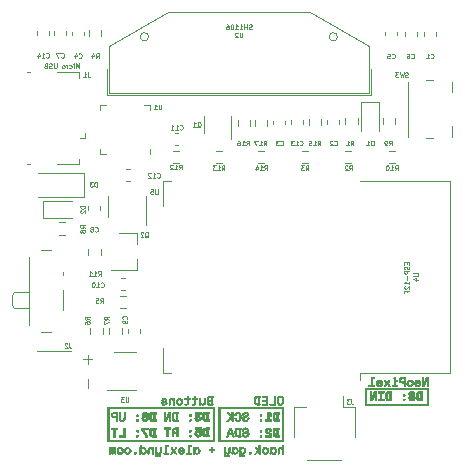
<source format=gbo>
G04 #@! TF.GenerationSoftware,KiCad,Pcbnew,5.1.10-88a1d61d58~90~ubuntu20.04.1*
G04 #@! TF.CreationDate,2021-12-07T21:06:44-07:00*
G04 #@! TF.ProjectId,v1.0-Beta-WiFi-Nugget,76312e30-2d42-4657-9461-2d576946692d,rev?*
G04 #@! TF.SameCoordinates,Original*
G04 #@! TF.FileFunction,Legend,Bot*
G04 #@! TF.FilePolarity,Positive*
%FSLAX46Y46*%
G04 Gerber Fmt 4.6, Leading zero omitted, Abs format (unit mm)*
G04 Created by KiCad (PCBNEW 5.1.10-88a1d61d58~90~ubuntu20.04.1) date 2021-12-07 21:06:44*
%MOMM*%
%LPD*%
G01*
G04 APERTURE LIST*
%ADD10C,0.100000*%
%ADD11C,0.120000*%
%ADD12C,0.010000*%
%ADD13C,0.060000*%
G04 APERTURE END LIST*
D10*
X-12780971Y-15062247D02*
X-12780971Y-15824152D01*
X-12780971Y-13030247D02*
X-12780971Y-13792152D01*
X-12400019Y-13411200D02*
X-13161923Y-13411200D01*
X-7650000Y13910000D02*
G75*
G03*
X-7650000Y13910000I-350000J0D01*
G01*
X8350000Y13910000D02*
G75*
G03*
X8350000Y13910000I-350000J0D01*
G01*
D11*
X-11150000Y9010000D02*
X-11150000Y11160000D01*
X11150000Y9010000D02*
X-11150000Y9010000D01*
X11150000Y11160000D02*
X11150000Y9010000D01*
D10*
X6000000Y16047000D02*
X-6000000Y16047000D01*
X-11000000Y13160000D02*
X-6000000Y16047000D01*
X-11000000Y9160000D02*
X-11000000Y13160000D01*
X11000000Y9160000D02*
X-11000000Y9160000D01*
X11000000Y13160000D02*
X6000000Y16047000D01*
X11000000Y9160000D02*
X11000000Y13160000D01*
D11*
X8679000Y-21925500D02*
X5799000Y-21925500D01*
X4629000Y-17455500D02*
X5679000Y-17455500D01*
X4629000Y-19955500D02*
X4629000Y-17455500D01*
X8799000Y-17455500D02*
X8799000Y-16465500D01*
X9849000Y-17455500D02*
X8799000Y-17455500D01*
X9849000Y-19955500D02*
X9849000Y-17455500D01*
X2414800Y6871424D02*
X2414800Y6361976D01*
X1369800Y6871424D02*
X1369800Y6361976D01*
X928900Y6846024D02*
X928900Y6336576D01*
X-116100Y6846024D02*
X-116100Y6336576D01*
X-7529300Y7692900D02*
X-7529300Y8167900D01*
X-7529300Y8167900D02*
X-8004300Y8167900D01*
X-11749300Y4422900D02*
X-11749300Y3947900D01*
X-11749300Y3947900D02*
X-11274300Y3947900D01*
X-11749300Y7692900D02*
X-11749300Y8167900D01*
X-11749300Y8167900D02*
X-11274300Y8167900D01*
X-7529300Y4422900D02*
X-7529300Y3947900D01*
X10215000Y-14533500D02*
X10215000Y-15143500D01*
X10215000Y-14533500D02*
X17835000Y-14533500D01*
X-6405000Y-14533500D02*
X-5785000Y-14533500D01*
X-6405000Y-12413500D02*
X-6405000Y-14533500D01*
X-6405000Y1706500D02*
X-6405000Y-413500D01*
X-5785000Y1706500D02*
X-6405000Y1706500D01*
X17835000Y1706500D02*
X10215000Y1706500D01*
X17835000Y-14533500D02*
X17835000Y1706500D01*
X-2963400Y5789700D02*
X-2963400Y7189700D01*
X-643400Y7189700D02*
X-643400Y5289700D01*
X4404900Y6839167D02*
X4404900Y6546633D01*
X5424900Y6839167D02*
X5424900Y6546633D01*
X13209800Y6490876D02*
X13209800Y7000324D01*
X12164800Y6490876D02*
X12164800Y7000324D01*
X-11656800Y13943876D02*
X-11656800Y14453324D01*
X-12701800Y13943876D02*
X-12701800Y14453324D01*
X-14603000Y14370267D02*
X-14603000Y14077733D01*
X-15623000Y14370267D02*
X-15623000Y14077733D01*
X-5041176Y4243600D02*
X-5550624Y4243600D01*
X-5041176Y3198600D02*
X-5550624Y3198600D01*
X-5442167Y5780500D02*
X-5149633Y5780500D01*
X-5442167Y4760500D02*
X-5149633Y4760500D01*
X-11758200Y-730467D02*
X-11758200Y-437933D01*
X-12778200Y-730467D02*
X-12778200Y-437933D01*
X-9976067Y-6475000D02*
X-9683533Y-6475000D01*
X-9976067Y-7495000D02*
X-9683533Y-7495000D01*
X11847500Y8403700D02*
X11847500Y5943700D01*
X10377500Y8403700D02*
X11847500Y8403700D01*
X10377500Y5943700D02*
X10377500Y8403700D01*
X-14201600Y-12667200D02*
X-17091600Y-12667200D01*
X-9549676Y-9056900D02*
X-10059124Y-9056900D01*
X-9549676Y-8011900D02*
X-10059124Y-8011900D01*
X12699276Y4269000D02*
X13208724Y4269000D01*
X12699276Y3224000D02*
X13208724Y3224000D01*
X-9916900Y-11240224D02*
X-9916900Y-10730776D01*
X-10961900Y-11240224D02*
X-10961900Y-10730776D01*
X14031500Y14306767D02*
X14031500Y14014233D01*
X15051500Y14306767D02*
X15051500Y14014233D01*
X12393200Y14026933D02*
X12393200Y14319467D01*
X13413200Y14026933D02*
X13413200Y14319467D01*
X7452900Y6546633D02*
X7452900Y6839167D01*
X8472900Y6546633D02*
X8472900Y6839167D01*
X-14149800Y14052333D02*
X-14149800Y14344867D01*
X-13129800Y14052333D02*
X-13129800Y14344867D01*
X16702500Y14014233D02*
X16702500Y14306767D01*
X15682500Y14014233D02*
X15682500Y14306767D01*
X3888200Y6801067D02*
X3888200Y6508533D01*
X2868200Y6801067D02*
X2868200Y6508533D01*
X-13117000Y2371600D02*
X-17017000Y2371600D01*
X-13117000Y371600D02*
X-17017000Y371600D01*
X-13117000Y2371600D02*
X-13117000Y371600D01*
X-13541000Y3100000D02*
X-13541000Y3550000D01*
X-15391000Y3100000D02*
X-13541000Y3100000D01*
X-17941000Y10900000D02*
X-17691000Y10900000D01*
X-17941000Y3100000D02*
X-17691000Y3100000D01*
X-15391000Y10900000D02*
X-13541000Y10900000D01*
X-13541000Y10900000D02*
X-13541000Y10450000D01*
X-12991000Y5300000D02*
X-12991000Y5750000D01*
X-12991000Y5300000D02*
X-13441000Y5300000D01*
X-8663400Y-2687200D02*
X-10123400Y-2687200D01*
X-8663400Y-5847200D02*
X-10823400Y-5847200D01*
X-8663400Y-5847200D02*
X-8663400Y-4917200D01*
X-8663400Y-2687200D02*
X-8663400Y-3617200D01*
X2159724Y4230900D02*
X1650276Y4230900D01*
X2159724Y3185900D02*
X1650276Y3185900D01*
X5903700Y6947624D02*
X5903700Y6438176D01*
X6948700Y6947624D02*
X6948700Y6438176D01*
X-1943824Y4230900D02*
X-1434376Y4230900D01*
X-1943824Y3185900D02*
X-1434376Y3185900D01*
X9002500Y6490876D02*
X9002500Y7000324D01*
X10047500Y6490876D02*
X10047500Y7000324D01*
X-11694900Y-4063276D02*
X-11694900Y-4572724D01*
X-12739900Y-4063276D02*
X-12739900Y-4572724D01*
X-15202624Y-1788900D02*
X-14693176Y-1788900D01*
X-15202624Y-2833900D02*
X-14693176Y-2833900D01*
X-11529800Y-11278324D02*
X-11529800Y-10768876D01*
X-12574800Y-11278324D02*
X-12574800Y-10768876D01*
X18004400Y6347400D02*
X18004400Y5422400D01*
X15879400Y10222400D02*
X16429400Y10222400D01*
X15879400Y5322400D02*
X16429400Y5322400D01*
X14304400Y10122400D02*
X14304400Y5422400D01*
X18004400Y10122400D02*
X18004400Y9197400D01*
X-16722000Y-4170000D02*
X-15932000Y-4170000D01*
X-15932000Y-11070000D02*
X-16722000Y-11070000D01*
X-14882000Y-9220000D02*
X-14882000Y-7520000D01*
X-17732000Y-10470000D02*
X-17732000Y-4770000D01*
X-19022000Y-7720000D02*
X-17732000Y-7720000D01*
X-19232000Y-8820000D02*
X-19232000Y-7920000D01*
X-17732000Y-9020000D02*
X-19022000Y-9020000D01*
X-19022000Y-7720000D02*
X-19232000Y-7920000D01*
X-19022000Y-9020000D02*
X-19232000Y-8820000D01*
X-14882000Y-6220000D02*
X-14882000Y-6020000D01*
X-10552000Y-12791800D02*
X-8752000Y-12791800D01*
X-8752000Y-16011800D02*
X-11202000Y-16011800D01*
X-7851500Y442800D02*
X-7851500Y-2007200D01*
X-11071500Y-1357200D02*
X-11071500Y442800D01*
X-16620600Y11100D02*
X-14160600Y11100D01*
X-16620600Y-1458900D02*
X-16620600Y11100D01*
X-14160600Y-1458900D02*
X-16620600Y-1458900D01*
X-9226333Y1687100D02*
X-9518867Y1687100D01*
X-9226333Y2707100D02*
X-9518867Y2707100D01*
X9525724Y3211300D02*
X9016276Y3211300D01*
X9525724Y4256300D02*
X9016276Y4256300D01*
X5358676Y3185900D02*
X5868124Y3185900D01*
X5358676Y4230900D02*
X5868124Y4230900D01*
X-9425400Y-11131767D02*
X-9425400Y-10839233D01*
X-8405400Y-11131767D02*
X-8405400Y-10839233D01*
X-16114300Y14370267D02*
X-16114300Y14077733D01*
X-17134300Y14370267D02*
X-17134300Y14077733D01*
D12*
G36*
X-7012022Y-20850884D02*
G01*
X-6996348Y-20861698D01*
X-6988330Y-20890101D01*
X-6985402Y-20944585D01*
X-6985000Y-21024373D01*
X-6980547Y-21139225D01*
X-6965316Y-21218008D01*
X-6936500Y-21266231D01*
X-6891290Y-21289402D01*
X-6847728Y-21293667D01*
X-6788787Y-21287799D01*
X-6749024Y-21265877D01*
X-6724942Y-21221420D01*
X-6713044Y-21147949D01*
X-6709833Y-21038982D01*
X-6709833Y-21038155D01*
X-6709403Y-20948407D01*
X-6706587Y-20892813D01*
X-6699094Y-20863196D01*
X-6684635Y-20851375D01*
X-6660919Y-20849173D01*
X-6656916Y-20849167D01*
X-6631330Y-20850809D01*
X-6615696Y-20861315D01*
X-6607564Y-20889048D01*
X-6604482Y-20942376D01*
X-6604000Y-21029663D01*
X-6604000Y-21029763D01*
X-6611892Y-21175367D01*
X-6635772Y-21282684D01*
X-6675946Y-21352750D01*
X-6706650Y-21376629D01*
X-6778179Y-21397639D01*
X-6856749Y-21395566D01*
X-6923684Y-21371949D01*
X-6942666Y-21357167D01*
X-6968678Y-21333076D01*
X-6980995Y-21334201D01*
X-6984738Y-21366942D01*
X-6985000Y-21410083D01*
X-6985000Y-21505333D01*
X-6836833Y-21505333D01*
X-6758967Y-21506475D01*
X-6714359Y-21511626D01*
X-6693956Y-21523371D01*
X-6688708Y-21544297D01*
X-6688666Y-21547667D01*
X-6691883Y-21567877D01*
X-6706936Y-21580392D01*
X-6741927Y-21587032D01*
X-6804959Y-21589621D01*
X-6876902Y-21590000D01*
X-6970760Y-21588585D01*
X-7030265Y-21583460D01*
X-7063331Y-21573310D01*
X-7077870Y-21556815D01*
X-7077985Y-21556519D01*
X-7082379Y-21524648D01*
X-7086127Y-21458519D01*
X-7088947Y-21366207D01*
X-7090561Y-21255785D01*
X-7090833Y-21186102D01*
X-7090833Y-20849167D01*
X-7037916Y-20849167D01*
X-7012022Y-20850884D01*
G37*
X-7012022Y-20850884D02*
X-6996348Y-20861698D01*
X-6988330Y-20890101D01*
X-6985402Y-20944585D01*
X-6985000Y-21024373D01*
X-6980547Y-21139225D01*
X-6965316Y-21218008D01*
X-6936500Y-21266231D01*
X-6891290Y-21289402D01*
X-6847728Y-21293667D01*
X-6788787Y-21287799D01*
X-6749024Y-21265877D01*
X-6724942Y-21221420D01*
X-6713044Y-21147949D01*
X-6709833Y-21038982D01*
X-6709833Y-21038155D01*
X-6709403Y-20948407D01*
X-6706587Y-20892813D01*
X-6699094Y-20863196D01*
X-6684635Y-20851375D01*
X-6660919Y-20849173D01*
X-6656916Y-20849167D01*
X-6631330Y-20850809D01*
X-6615696Y-20861315D01*
X-6607564Y-20889048D01*
X-6604482Y-20942376D01*
X-6604000Y-21029663D01*
X-6604000Y-21029763D01*
X-6611892Y-21175367D01*
X-6635772Y-21282684D01*
X-6675946Y-21352750D01*
X-6706650Y-21376629D01*
X-6778179Y-21397639D01*
X-6856749Y-21395566D01*
X-6923684Y-21371949D01*
X-6942666Y-21357167D01*
X-6968678Y-21333076D01*
X-6980995Y-21334201D01*
X-6984738Y-21366942D01*
X-6985000Y-21410083D01*
X-6985000Y-21505333D01*
X-6836833Y-21505333D01*
X-6758967Y-21506475D01*
X-6714359Y-21511626D01*
X-6693956Y-21523371D01*
X-6688708Y-21544297D01*
X-6688666Y-21547667D01*
X-6691883Y-21567877D01*
X-6706936Y-21580392D01*
X-6741927Y-21587032D01*
X-6804959Y-21589621D01*
X-6876902Y-21590000D01*
X-6970760Y-21588585D01*
X-7030265Y-21583460D01*
X-7063331Y-21573310D01*
X-7077870Y-21556815D01*
X-7077985Y-21556519D01*
X-7082379Y-21524648D01*
X-7086127Y-21458519D01*
X-7088947Y-21366207D01*
X-7090561Y-21255785D01*
X-7090833Y-21186102D01*
X-7090833Y-20849167D01*
X-7037916Y-20849167D01*
X-7012022Y-20850884D01*
G36*
X-1190663Y-20851016D02*
G01*
X-1174930Y-20862370D01*
X-1167115Y-20891939D01*
X-1164451Y-20948434D01*
X-1164166Y-21015645D01*
X-1156913Y-21135960D01*
X-1133823Y-21219819D01*
X-1092905Y-21270773D01*
X-1032165Y-21292374D01*
X-1008114Y-21293667D01*
X-956952Y-21289323D01*
X-922782Y-21271696D01*
X-902287Y-21233893D01*
X-892154Y-21169019D01*
X-889064Y-21070180D01*
X-889000Y-21046017D01*
X-888612Y-20954043D01*
X-886012Y-20896388D01*
X-879046Y-20865038D01*
X-865558Y-20851979D01*
X-843396Y-20849196D01*
X-836083Y-20849167D01*
X-783166Y-20849167D01*
X-783166Y-21062461D01*
X-783720Y-21159878D01*
X-786886Y-21225008D01*
X-794924Y-21267897D01*
X-810092Y-21298589D01*
X-834649Y-21327129D01*
X-845038Y-21337628D01*
X-921191Y-21387711D01*
X-1004945Y-21398820D01*
X-1087342Y-21370343D01*
X-1108395Y-21355630D01*
X-1164166Y-21311761D01*
X-1164166Y-21505333D01*
X-1016000Y-21505333D01*
X-938134Y-21506475D01*
X-893525Y-21511626D01*
X-873123Y-21523371D01*
X-867874Y-21544297D01*
X-867833Y-21547667D01*
X-871194Y-21568285D01*
X-886804Y-21580863D01*
X-922959Y-21587360D01*
X-987951Y-21589737D01*
X-1047005Y-21590000D01*
X-1136493Y-21588796D01*
X-1192994Y-21583919D01*
X-1225820Y-21573475D01*
X-1244280Y-21555567D01*
X-1248088Y-21549058D01*
X-1256000Y-21513426D01*
X-1262555Y-21443242D01*
X-1267294Y-21346278D01*
X-1269755Y-21230305D01*
X-1270000Y-21178641D01*
X-1270000Y-20849167D01*
X-1217083Y-20849167D01*
X-1190663Y-20851016D01*
G37*
X-1190663Y-20851016D02*
X-1174930Y-20862370D01*
X-1167115Y-20891939D01*
X-1164451Y-20948434D01*
X-1164166Y-21015645D01*
X-1156913Y-21135960D01*
X-1133823Y-21219819D01*
X-1092905Y-21270773D01*
X-1032165Y-21292374D01*
X-1008114Y-21293667D01*
X-956952Y-21289323D01*
X-922782Y-21271696D01*
X-902287Y-21233893D01*
X-892154Y-21169019D01*
X-889064Y-21070180D01*
X-889000Y-21046017D01*
X-888612Y-20954043D01*
X-886012Y-20896388D01*
X-879046Y-20865038D01*
X-865558Y-20851979D01*
X-843396Y-20849196D01*
X-836083Y-20849167D01*
X-783166Y-20849167D01*
X-783166Y-21062461D01*
X-783720Y-21159878D01*
X-786886Y-21225008D01*
X-794924Y-21267897D01*
X-810092Y-21298589D01*
X-834649Y-21327129D01*
X-845038Y-21337628D01*
X-921191Y-21387711D01*
X-1004945Y-21398820D01*
X-1087342Y-21370343D01*
X-1108395Y-21355630D01*
X-1164166Y-21311761D01*
X-1164166Y-21505333D01*
X-1016000Y-21505333D01*
X-938134Y-21506475D01*
X-893525Y-21511626D01*
X-873123Y-21523371D01*
X-867874Y-21544297D01*
X-867833Y-21547667D01*
X-871194Y-21568285D01*
X-886804Y-21580863D01*
X-922959Y-21587360D01*
X-987951Y-21589737D01*
X-1047005Y-21590000D01*
X-1136493Y-21588796D01*
X-1192994Y-21583919D01*
X-1225820Y-21573475D01*
X-1244280Y-21555567D01*
X-1248088Y-21549058D01*
X-1256000Y-21513426D01*
X-1262555Y-21443242D01*
X-1267294Y-21346278D01*
X-1269755Y-21230305D01*
X-1270000Y-21178641D01*
X-1270000Y-20849167D01*
X-1217083Y-20849167D01*
X-1190663Y-20851016D01*
G36*
X335056Y-20834554D02*
G01*
X418452Y-20865087D01*
X486928Y-20919656D01*
X516948Y-20965126D01*
X544374Y-21060085D01*
X547183Y-21164348D01*
X525291Y-21258025D01*
X518225Y-21273193D01*
X463287Y-21338857D01*
X385506Y-21382101D01*
X298010Y-21399363D01*
X213927Y-21387082D01*
X174043Y-21366550D01*
X144137Y-21347950D01*
X130695Y-21353586D01*
X127133Y-21390864D01*
X127000Y-21419466D01*
X127000Y-21505333D01*
X296334Y-21505333D01*
X380703Y-21506217D01*
X431267Y-21510288D01*
X456542Y-21519674D01*
X465044Y-21536505D01*
X465667Y-21547667D01*
X462720Y-21567067D01*
X448728Y-21579429D01*
X415968Y-21586325D01*
X356716Y-21589324D01*
X263247Y-21589999D01*
X257528Y-21590000D01*
X167520Y-21588647D01*
X94019Y-21585008D01*
X46895Y-21579709D01*
X35278Y-21575889D01*
X30606Y-21551030D01*
X26588Y-21491115D01*
X23499Y-21403421D01*
X21618Y-21295222D01*
X21167Y-21205472D01*
X21167Y-21113448D01*
X127000Y-21113448D01*
X143010Y-21197546D01*
X185313Y-21258305D01*
X245323Y-21291433D01*
X314450Y-21292637D01*
X384107Y-21257625D01*
X395511Y-21247644D01*
X435327Y-21186091D01*
X445562Y-21113696D01*
X429897Y-21041496D01*
X392012Y-20980525D01*
X335586Y-20941822D01*
X290870Y-20933833D01*
X212441Y-20952157D01*
X156734Y-21003239D01*
X129072Y-21081246D01*
X127000Y-21113448D01*
X21167Y-21113448D01*
X21167Y-20849167D01*
X74084Y-20849167D01*
X113856Y-20856820D01*
X127000Y-20871533D01*
X141263Y-20877722D01*
X174043Y-20860950D01*
X249375Y-20831896D01*
X335056Y-20834554D01*
G37*
X335056Y-20834554D02*
X418452Y-20865087D01*
X486928Y-20919656D01*
X516948Y-20965126D01*
X544374Y-21060085D01*
X547183Y-21164348D01*
X525291Y-21258025D01*
X518225Y-21273193D01*
X463287Y-21338857D01*
X385506Y-21382101D01*
X298010Y-21399363D01*
X213927Y-21387082D01*
X174043Y-21366550D01*
X144137Y-21347950D01*
X130695Y-21353586D01*
X127133Y-21390864D01*
X127000Y-21419466D01*
X127000Y-21505333D01*
X296334Y-21505333D01*
X380703Y-21506217D01*
X431267Y-21510288D01*
X456542Y-21519674D01*
X465044Y-21536505D01*
X465667Y-21547667D01*
X462720Y-21567067D01*
X448728Y-21579429D01*
X415968Y-21586325D01*
X356716Y-21589324D01*
X263247Y-21589999D01*
X257528Y-21590000D01*
X167520Y-21588647D01*
X94019Y-21585008D01*
X46895Y-21579709D01*
X35278Y-21575889D01*
X30606Y-21551030D01*
X26588Y-21491115D01*
X23499Y-21403421D01*
X21618Y-21295222D01*
X21167Y-21205472D01*
X21167Y-21113448D01*
X127000Y-21113448D01*
X143010Y-21197546D01*
X185313Y-21258305D01*
X245323Y-21291433D01*
X314450Y-21292637D01*
X384107Y-21257625D01*
X395511Y-21247644D01*
X435327Y-21186091D01*
X445562Y-21113696D01*
X429897Y-21041496D01*
X392012Y-20980525D01*
X335586Y-20941822D01*
X290870Y-20933833D01*
X212441Y-20952157D01*
X156734Y-21003239D01*
X129072Y-21081246D01*
X127000Y-21113448D01*
X21167Y-21113448D01*
X21167Y-20849167D01*
X74084Y-20849167D01*
X113856Y-20856820D01*
X127000Y-20871533D01*
X141263Y-20877722D01*
X174043Y-20860950D01*
X249375Y-20831896D01*
X335056Y-20834554D01*
G36*
X-10004078Y-20842906D02*
G01*
X-9961185Y-20860092D01*
X-9884060Y-20918790D01*
X-9836811Y-21005801D01*
X-9821333Y-21113750D01*
X-9829538Y-21191278D01*
X-9850242Y-21260088D01*
X-9857445Y-21274184D01*
X-9920899Y-21343026D01*
X-10007110Y-21384864D01*
X-10104234Y-21397083D01*
X-10200426Y-21377066D01*
X-10238024Y-21358220D01*
X-10303805Y-21305121D01*
X-10341302Y-21238106D01*
X-10355856Y-21146141D01*
X-10356136Y-21132853D01*
X-10255630Y-21132853D01*
X-10237649Y-21208784D01*
X-10195089Y-21264680D01*
X-10183682Y-21272358D01*
X-10112095Y-21292301D01*
X-10034429Y-21281536D01*
X-9976156Y-21247644D01*
X-9936810Y-21186636D01*
X-9926508Y-21114482D01*
X-9941640Y-21042275D01*
X-9978597Y-20981110D01*
X-10033768Y-20942079D01*
X-10078261Y-20933833D01*
X-10160117Y-20946810D01*
X-10214752Y-20989274D01*
X-10245024Y-21051332D01*
X-10255630Y-21132853D01*
X-10356136Y-21132853D01*
X-10356547Y-21113362D01*
X-10340902Y-21000355D01*
X-10293935Y-20915796D01*
X-10215595Y-20859597D01*
X-10209270Y-20856862D01*
X-10104070Y-20830114D01*
X-10004078Y-20842906D01*
G37*
X-10004078Y-20842906D02*
X-9961185Y-20860092D01*
X-9884060Y-20918790D01*
X-9836811Y-21005801D01*
X-9821333Y-21113750D01*
X-9829538Y-21191278D01*
X-9850242Y-21260088D01*
X-9857445Y-21274184D01*
X-9920899Y-21343026D01*
X-10007110Y-21384864D01*
X-10104234Y-21397083D01*
X-10200426Y-21377066D01*
X-10238024Y-21358220D01*
X-10303805Y-21305121D01*
X-10341302Y-21238106D01*
X-10355856Y-21146141D01*
X-10356136Y-21132853D01*
X-10255630Y-21132853D01*
X-10237649Y-21208784D01*
X-10195089Y-21264680D01*
X-10183682Y-21272358D01*
X-10112095Y-21292301D01*
X-10034429Y-21281536D01*
X-9976156Y-21247644D01*
X-9936810Y-21186636D01*
X-9926508Y-21114482D01*
X-9941640Y-21042275D01*
X-9978597Y-20981110D01*
X-10033768Y-20942079D01*
X-10078261Y-20933833D01*
X-10160117Y-20946810D01*
X-10214752Y-20989274D01*
X-10245024Y-21051332D01*
X-10255630Y-21132853D01*
X-10356136Y-21132853D01*
X-10356547Y-21113362D01*
X-10340902Y-21000355D01*
X-10293935Y-20915796D01*
X-10215595Y-20859597D01*
X-10209270Y-20856862D01*
X-10104070Y-20830114D01*
X-10004078Y-20842906D01*
G36*
X-9371193Y-20838280D02*
G01*
X-9283623Y-20879868D01*
X-9216255Y-20951743D01*
X-9176302Y-21050083D01*
X-9171665Y-21076659D01*
X-9176232Y-21180649D01*
X-9214372Y-21270002D01*
X-9278614Y-21339809D01*
X-9361487Y-21385163D01*
X-9455520Y-21401157D01*
X-9553242Y-21382881D01*
X-9601610Y-21359080D01*
X-9644771Y-21321286D01*
X-9680871Y-21270716D01*
X-9702729Y-21220552D01*
X-9703166Y-21183978D01*
X-9699660Y-21179049D01*
X-9669363Y-21167352D01*
X-9632196Y-21169796D01*
X-9610284Y-21184222D01*
X-9609666Y-21187833D01*
X-9591181Y-21228596D01*
X-9545420Y-21265933D01*
X-9486933Y-21289849D01*
X-9455626Y-21293667D01*
X-9372098Y-21275977D01*
X-9311683Y-21228599D01*
X-9279296Y-21160064D01*
X-9279850Y-21078905D01*
X-9300094Y-21023636D01*
X-9341428Y-20966166D01*
X-9396869Y-20939185D01*
X-9457939Y-20934157D01*
X-9522165Y-20943789D01*
X-9565095Y-20978852D01*
X-9586076Y-21013208D01*
X-9619432Y-21047614D01*
X-9662401Y-21061447D01*
X-9697495Y-21050052D01*
X-9702175Y-21044102D01*
X-9702342Y-21008316D01*
X-9678151Y-20958647D01*
X-9638207Y-20907772D01*
X-9591112Y-20868371D01*
X-9578093Y-20861252D01*
X-9471754Y-20830800D01*
X-9371193Y-20838280D01*
G37*
X-9371193Y-20838280D02*
X-9283623Y-20879868D01*
X-9216255Y-20951743D01*
X-9176302Y-21050083D01*
X-9171665Y-21076659D01*
X-9176232Y-21180649D01*
X-9214372Y-21270002D01*
X-9278614Y-21339809D01*
X-9361487Y-21385163D01*
X-9455520Y-21401157D01*
X-9553242Y-21382881D01*
X-9601610Y-21359080D01*
X-9644771Y-21321286D01*
X-9680871Y-21270716D01*
X-9702729Y-21220552D01*
X-9703166Y-21183978D01*
X-9699660Y-21179049D01*
X-9669363Y-21167352D01*
X-9632196Y-21169796D01*
X-9610284Y-21184222D01*
X-9609666Y-21187833D01*
X-9591181Y-21228596D01*
X-9545420Y-21265933D01*
X-9486933Y-21289849D01*
X-9455626Y-21293667D01*
X-9372098Y-21275977D01*
X-9311683Y-21228599D01*
X-9279296Y-21160064D01*
X-9279850Y-21078905D01*
X-9300094Y-21023636D01*
X-9341428Y-20966166D01*
X-9396869Y-20939185D01*
X-9457939Y-20934157D01*
X-9522165Y-20943789D01*
X-9565095Y-20978852D01*
X-9586076Y-21013208D01*
X-9619432Y-21047614D01*
X-9662401Y-21061447D01*
X-9697495Y-21050052D01*
X-9702175Y-21044102D01*
X-9702342Y-21008316D01*
X-9678151Y-20958647D01*
X-9638207Y-20907772D01*
X-9591112Y-20868371D01*
X-9578093Y-20861252D01*
X-9471754Y-20830800D01*
X-9371193Y-20838280D01*
G36*
X-8762809Y-21240810D02*
G01*
X-8731351Y-21261055D01*
X-8723436Y-21302371D01*
X-8724752Y-21321934D01*
X-8736647Y-21371108D01*
X-8766510Y-21391915D01*
X-8784959Y-21395180D01*
X-8831194Y-21394615D01*
X-8853750Y-21386360D01*
X-8868302Y-21346894D01*
X-8862774Y-21294950D01*
X-8839874Y-21253725D01*
X-8838099Y-21252176D01*
X-8794024Y-21237277D01*
X-8762809Y-21240810D01*
G37*
X-8762809Y-21240810D02*
X-8731351Y-21261055D01*
X-8723436Y-21302371D01*
X-8724752Y-21321934D01*
X-8736647Y-21371108D01*
X-8766510Y-21391915D01*
X-8784959Y-21395180D01*
X-8831194Y-21394615D01*
X-8853750Y-21386360D01*
X-8868302Y-21346894D01*
X-8862774Y-21294950D01*
X-8839874Y-21253725D01*
X-8838099Y-21252176D01*
X-8794024Y-21237277D01*
X-8762809Y-21240810D01*
G36*
X-8327196Y-20630718D02*
G01*
X-8320536Y-20663517D01*
X-8318596Y-20726235D01*
X-8318500Y-20764564D01*
X-8318500Y-20915739D01*
X-8262729Y-20871869D01*
X-8183489Y-20831142D01*
X-8103714Y-20826770D01*
X-8028550Y-20853158D01*
X-7963143Y-20904710D01*
X-7912638Y-20975833D01*
X-7882180Y-21060930D01*
X-7876917Y-21154406D01*
X-7901994Y-21250666D01*
X-7906092Y-21259648D01*
X-7961217Y-21333092D01*
X-8037936Y-21380477D01*
X-8124919Y-21398755D01*
X-8210839Y-21384875D01*
X-8262729Y-21355630D01*
X-8300634Y-21329054D01*
X-8316254Y-21329882D01*
X-8318500Y-21345047D01*
X-8336698Y-21372125D01*
X-8371905Y-21378333D01*
X-8425310Y-21378333D01*
X-8421517Y-21131732D01*
X-8306301Y-21131732D01*
X-8284752Y-21211163D01*
X-8239418Y-21267208D01*
X-8173382Y-21293377D01*
X-8100008Y-21287538D01*
X-8036670Y-21252050D01*
X-8023703Y-21237895D01*
X-7988675Y-21166883D01*
X-7983285Y-21090697D01*
X-8003841Y-21019810D01*
X-8046648Y-20964694D01*
X-8108016Y-20935820D01*
X-8130928Y-20933833D01*
X-8213351Y-20947034D01*
X-8268163Y-20989665D01*
X-8296273Y-21047038D01*
X-8306301Y-21131732D01*
X-8421517Y-21131732D01*
X-8419530Y-21002625D01*
X-8417311Y-20868328D01*
X-8414857Y-20770455D01*
X-8411345Y-20703101D01*
X-8405948Y-20660359D01*
X-8397844Y-20636324D01*
X-8386206Y-20625091D01*
X-8370211Y-20620754D01*
X-8366125Y-20620153D01*
X-8341438Y-20619156D01*
X-8327196Y-20630718D01*
G37*
X-8327196Y-20630718D02*
X-8320536Y-20663517D01*
X-8318596Y-20726235D01*
X-8318500Y-20764564D01*
X-8318500Y-20915739D01*
X-8262729Y-20871869D01*
X-8183489Y-20831142D01*
X-8103714Y-20826770D01*
X-8028550Y-20853158D01*
X-7963143Y-20904710D01*
X-7912638Y-20975833D01*
X-7882180Y-21060930D01*
X-7876917Y-21154406D01*
X-7901994Y-21250666D01*
X-7906092Y-21259648D01*
X-7961217Y-21333092D01*
X-8037936Y-21380477D01*
X-8124919Y-21398755D01*
X-8210839Y-21384875D01*
X-8262729Y-21355630D01*
X-8300634Y-21329054D01*
X-8316254Y-21329882D01*
X-8318500Y-21345047D01*
X-8336698Y-21372125D01*
X-8371905Y-21378333D01*
X-8425310Y-21378333D01*
X-8421517Y-21131732D01*
X-8306301Y-21131732D01*
X-8284752Y-21211163D01*
X-8239418Y-21267208D01*
X-8173382Y-21293377D01*
X-8100008Y-21287538D01*
X-8036670Y-21252050D01*
X-8023703Y-21237895D01*
X-7988675Y-21166883D01*
X-7983285Y-21090697D01*
X-8003841Y-21019810D01*
X-8046648Y-20964694D01*
X-8108016Y-20935820D01*
X-8130928Y-20933833D01*
X-8213351Y-20947034D01*
X-8268163Y-20989665D01*
X-8296273Y-21047038D01*
X-8306301Y-21131732D01*
X-8421517Y-21131732D01*
X-8419530Y-21002625D01*
X-8417311Y-20868328D01*
X-8414857Y-20770455D01*
X-8411345Y-20703101D01*
X-8405948Y-20660359D01*
X-8397844Y-20636324D01*
X-8386206Y-20625091D01*
X-8370211Y-20620754D01*
X-8366125Y-20620153D01*
X-8341438Y-20619156D01*
X-8327196Y-20630718D01*
G36*
X-4844050Y-20837950D02*
G01*
X-4760338Y-20876399D01*
X-4693185Y-20945205D01*
X-4654542Y-21035142D01*
X-4645414Y-21135161D01*
X-4666809Y-21234212D01*
X-4719731Y-21321246D01*
X-4719841Y-21321370D01*
X-4762294Y-21360609D01*
X-4810924Y-21382342D01*
X-4882534Y-21393564D01*
X-4896062Y-21394754D01*
X-4966203Y-21398648D01*
X-5011566Y-21391854D01*
X-5049418Y-21368620D01*
X-5090117Y-21330116D01*
X-5141906Y-21273536D01*
X-5160944Y-21237081D01*
X-5148177Y-21215245D01*
X-5111750Y-21203819D01*
X-5072395Y-21201868D01*
X-5058833Y-21210423D01*
X-5039812Y-21248090D01*
X-4991329Y-21278053D01*
X-4926250Y-21293082D01*
X-4910691Y-21293667D01*
X-4844225Y-21284804D01*
X-4797386Y-21252274D01*
X-4785203Y-21237895D01*
X-4755146Y-21194680D01*
X-4741419Y-21165069D01*
X-4741333Y-21163812D01*
X-4761003Y-21156125D01*
X-4814039Y-21150027D01*
X-4891483Y-21146293D01*
X-4953000Y-21145500D01*
X-5164666Y-21145500D01*
X-5164666Y-21080949D01*
X-5155077Y-21030283D01*
X-5058833Y-21030283D01*
X-5049061Y-21047037D01*
X-5014841Y-21056610D01*
X-4948818Y-21060517D01*
X-4910666Y-21060833D01*
X-4829409Y-21058818D01*
X-4782984Y-21051763D01*
X-4764035Y-21038150D01*
X-4762500Y-21030283D01*
X-4780993Y-20992087D01*
X-4826611Y-20957595D01*
X-4884563Y-20936438D01*
X-4910666Y-20933833D01*
X-4969344Y-20945871D01*
X-5022330Y-20975567D01*
X-5054831Y-21013291D01*
X-5058833Y-21030283D01*
X-5155077Y-21030283D01*
X-5146379Y-20984326D01*
X-5096980Y-20907569D01*
X-5024663Y-20854824D01*
X-4937621Y-20830236D01*
X-4844050Y-20837950D01*
G37*
X-4844050Y-20837950D02*
X-4760338Y-20876399D01*
X-4693185Y-20945205D01*
X-4654542Y-21035142D01*
X-4645414Y-21135161D01*
X-4666809Y-21234212D01*
X-4719731Y-21321246D01*
X-4719841Y-21321370D01*
X-4762294Y-21360609D01*
X-4810924Y-21382342D01*
X-4882534Y-21393564D01*
X-4896062Y-21394754D01*
X-4966203Y-21398648D01*
X-5011566Y-21391854D01*
X-5049418Y-21368620D01*
X-5090117Y-21330116D01*
X-5141906Y-21273536D01*
X-5160944Y-21237081D01*
X-5148177Y-21215245D01*
X-5111750Y-21203819D01*
X-5072395Y-21201868D01*
X-5058833Y-21210423D01*
X-5039812Y-21248090D01*
X-4991329Y-21278053D01*
X-4926250Y-21293082D01*
X-4910691Y-21293667D01*
X-4844225Y-21284804D01*
X-4797386Y-21252274D01*
X-4785203Y-21237895D01*
X-4755146Y-21194680D01*
X-4741419Y-21165069D01*
X-4741333Y-21163812D01*
X-4761003Y-21156125D01*
X-4814039Y-21150027D01*
X-4891483Y-21146293D01*
X-4953000Y-21145500D01*
X-5164666Y-21145500D01*
X-5164666Y-21080949D01*
X-5155077Y-21030283D01*
X-5058833Y-21030283D01*
X-5049061Y-21047037D01*
X-5014841Y-21056610D01*
X-4948818Y-21060517D01*
X-4910666Y-21060833D01*
X-4829409Y-21058818D01*
X-4782984Y-21051763D01*
X-4764035Y-21038150D01*
X-4762500Y-21030283D01*
X-4780993Y-20992087D01*
X-4826611Y-20957595D01*
X-4884563Y-20936438D01*
X-4910666Y-20933833D01*
X-4969344Y-20945871D01*
X-5022330Y-20975567D01*
X-5054831Y-21013291D01*
X-5058833Y-21030283D01*
X-5155077Y-21030283D01*
X-5146379Y-20984326D01*
X-5096980Y-20907569D01*
X-5024663Y-20854824D01*
X-4937621Y-20830236D01*
X-4844050Y-20837950D01*
G36*
X-3542200Y-20835566D02*
G01*
X-3463536Y-20858979D01*
X-3424436Y-20884414D01*
X-3361996Y-20963272D01*
X-3330765Y-21053930D01*
X-3328257Y-21148217D01*
X-3351990Y-21237961D01*
X-3399478Y-21314992D01*
X-3468238Y-21371137D01*
X-3555786Y-21398225D01*
X-3581014Y-21399500D01*
X-3646682Y-21389196D01*
X-3701241Y-21365300D01*
X-3744574Y-21344033D01*
X-3773684Y-21354717D01*
X-3811191Y-21372331D01*
X-3856566Y-21378333D01*
X-3901119Y-21370581D01*
X-3915619Y-21342463D01*
X-3915833Y-21336000D01*
X-3902598Y-21301524D01*
X-3884083Y-21293667D01*
X-3869584Y-21286853D01*
X-3860153Y-21261856D01*
X-3854811Y-21211842D01*
X-3852584Y-21129977D01*
X-3852555Y-21123196D01*
X-3746500Y-21123196D01*
X-3730218Y-21202212D01*
X-3687718Y-21259614D01*
X-3628523Y-21291525D01*
X-3562154Y-21294069D01*
X-3498132Y-21263366D01*
X-3470854Y-21235458D01*
X-3436339Y-21164210D01*
X-3432966Y-21088057D01*
X-3456594Y-21017520D01*
X-3503087Y-20963123D01*
X-3568303Y-20935388D01*
X-3589494Y-20933833D01*
X-3660713Y-20952919D01*
X-3714091Y-21004940D01*
X-3743118Y-21082044D01*
X-3746500Y-21123196D01*
X-3852555Y-21123196D01*
X-3852333Y-21071417D01*
X-3852333Y-20849167D01*
X-3799416Y-20849167D01*
X-3759640Y-20856578D01*
X-3746500Y-20870821D01*
X-3731665Y-20876046D01*
X-3695701Y-20859166D01*
X-3693136Y-20857511D01*
X-3624981Y-20834452D01*
X-3542200Y-20835566D01*
G37*
X-3542200Y-20835566D02*
X-3463536Y-20858979D01*
X-3424436Y-20884414D01*
X-3361996Y-20963272D01*
X-3330765Y-21053930D01*
X-3328257Y-21148217D01*
X-3351990Y-21237961D01*
X-3399478Y-21314992D01*
X-3468238Y-21371137D01*
X-3555786Y-21398225D01*
X-3581014Y-21399500D01*
X-3646682Y-21389196D01*
X-3701241Y-21365300D01*
X-3744574Y-21344033D01*
X-3773684Y-21354717D01*
X-3811191Y-21372331D01*
X-3856566Y-21378333D01*
X-3901119Y-21370581D01*
X-3915619Y-21342463D01*
X-3915833Y-21336000D01*
X-3902598Y-21301524D01*
X-3884083Y-21293667D01*
X-3869584Y-21286853D01*
X-3860153Y-21261856D01*
X-3854811Y-21211842D01*
X-3852584Y-21129977D01*
X-3852555Y-21123196D01*
X-3746500Y-21123196D01*
X-3730218Y-21202212D01*
X-3687718Y-21259614D01*
X-3628523Y-21291525D01*
X-3562154Y-21294069D01*
X-3498132Y-21263366D01*
X-3470854Y-21235458D01*
X-3436339Y-21164210D01*
X-3432966Y-21088057D01*
X-3456594Y-21017520D01*
X-3503087Y-20963123D01*
X-3568303Y-20935388D01*
X-3589494Y-20933833D01*
X-3660713Y-20952919D01*
X-3714091Y-21004940D01*
X-3743118Y-21082044D01*
X-3746500Y-21123196D01*
X-3852555Y-21123196D01*
X-3852333Y-21071417D01*
X-3852333Y-20849167D01*
X-3799416Y-20849167D01*
X-3759640Y-20856578D01*
X-3746500Y-20870821D01*
X-3731665Y-20876046D01*
X-3695701Y-20859166D01*
X-3693136Y-20857511D01*
X-3624981Y-20834452D01*
X-3542200Y-20835566D01*
G36*
X-303700Y-20835566D02*
G01*
X-225036Y-20858979D01*
X-185936Y-20884414D01*
X-135532Y-20949541D01*
X-98423Y-21034154D01*
X-84666Y-21112642D01*
X-97574Y-21193484D01*
X-131038Y-21274527D01*
X-177172Y-21340071D01*
X-213239Y-21368563D01*
X-298975Y-21395211D01*
X-387706Y-21394259D01*
X-461823Y-21365937D01*
X-462741Y-21365300D01*
X-506074Y-21344033D01*
X-535184Y-21354717D01*
X-572691Y-21372331D01*
X-618066Y-21378333D01*
X-662619Y-21370581D01*
X-677119Y-21342463D01*
X-677333Y-21336000D01*
X-664098Y-21301524D01*
X-645583Y-21293667D01*
X-631084Y-21286853D01*
X-621653Y-21261856D01*
X-616311Y-21211842D01*
X-614084Y-21129977D01*
X-614055Y-21123196D01*
X-508000Y-21123196D01*
X-491718Y-21202212D01*
X-449218Y-21259614D01*
X-390023Y-21291525D01*
X-323654Y-21294069D01*
X-259632Y-21263366D01*
X-232354Y-21235458D01*
X-197839Y-21164210D01*
X-194466Y-21088057D01*
X-218094Y-21017520D01*
X-264587Y-20963123D01*
X-329803Y-20935388D01*
X-350994Y-20933833D01*
X-422213Y-20952919D01*
X-475591Y-21004940D01*
X-504618Y-21082044D01*
X-508000Y-21123196D01*
X-614055Y-21123196D01*
X-613833Y-21071417D01*
X-613833Y-20849167D01*
X-560916Y-20849167D01*
X-521140Y-20856578D01*
X-508000Y-20870821D01*
X-493165Y-20876046D01*
X-457201Y-20859166D01*
X-454636Y-20857511D01*
X-386481Y-20834452D01*
X-303700Y-20835566D01*
G37*
X-303700Y-20835566D02*
X-225036Y-20858979D01*
X-185936Y-20884414D01*
X-135532Y-20949541D01*
X-98423Y-21034154D01*
X-84666Y-21112642D01*
X-97574Y-21193484D01*
X-131038Y-21274527D01*
X-177172Y-21340071D01*
X-213239Y-21368563D01*
X-298975Y-21395211D01*
X-387706Y-21394259D01*
X-461823Y-21365937D01*
X-462741Y-21365300D01*
X-506074Y-21344033D01*
X-535184Y-21354717D01*
X-572691Y-21372331D01*
X-618066Y-21378333D01*
X-662619Y-21370581D01*
X-677119Y-21342463D01*
X-677333Y-21336000D01*
X-664098Y-21301524D01*
X-645583Y-21293667D01*
X-631084Y-21286853D01*
X-621653Y-21261856D01*
X-616311Y-21211842D01*
X-614084Y-21129977D01*
X-614055Y-21123196D01*
X-508000Y-21123196D01*
X-491718Y-21202212D01*
X-449218Y-21259614D01*
X-390023Y-21291525D01*
X-323654Y-21294069D01*
X-259632Y-21263366D01*
X-232354Y-21235458D01*
X-197839Y-21164210D01*
X-194466Y-21088057D01*
X-218094Y-21017520D01*
X-264587Y-20963123D01*
X-329803Y-20935388D01*
X-350994Y-20933833D01*
X-422213Y-20952919D01*
X-475591Y-21004940D01*
X-504618Y-21082044D01*
X-508000Y-21123196D01*
X-614055Y-21123196D01*
X-613833Y-21071417D01*
X-613833Y-20849167D01*
X-560916Y-20849167D01*
X-521140Y-20856578D01*
X-508000Y-20870821D01*
X-493165Y-20876046D01*
X-457201Y-20859166D01*
X-454636Y-20857511D01*
X-386481Y-20834452D01*
X-303700Y-20835566D01*
G36*
X966260Y-21248770D02*
G01*
X995594Y-21285445D01*
X1001730Y-21334690D01*
X991014Y-21364743D01*
X956887Y-21390600D01*
X906988Y-21399863D01*
X864781Y-21388812D01*
X860778Y-21385389D01*
X846980Y-21346765D01*
X852699Y-21295349D01*
X875048Y-21254268D01*
X877401Y-21252176D01*
X923579Y-21234427D01*
X966260Y-21248770D01*
G37*
X966260Y-21248770D02*
X995594Y-21285445D01*
X1001730Y-21334690D01*
X991014Y-21364743D01*
X956887Y-21390600D01*
X906988Y-21399863D01*
X864781Y-21388812D01*
X860778Y-21385389D01*
X846980Y-21346765D01*
X852699Y-21295349D01*
X875048Y-21254268D01*
X877401Y-21252176D01*
X923579Y-21234427D01*
X966260Y-21248770D01*
G36*
X2268323Y-20837569D02*
G01*
X2361488Y-20872373D01*
X2434654Y-20933739D01*
X2446534Y-20950110D01*
X2470530Y-21013444D01*
X2481535Y-21098482D01*
X2478933Y-21186444D01*
X2462108Y-21258552D01*
X2457006Y-21269374D01*
X2400174Y-21334165D01*
X2317693Y-21377694D01*
X2222180Y-21396803D01*
X2126250Y-21388336D01*
X2069308Y-21366366D01*
X2023909Y-21330055D01*
X1984459Y-21279581D01*
X1959311Y-21228431D01*
X1956821Y-21190087D01*
X1958301Y-21187212D01*
X1985231Y-21170518D01*
X2022729Y-21167832D01*
X2049880Y-21179015D01*
X2053167Y-21187833D01*
X2071278Y-21227158D01*
X2115443Y-21264718D01*
X2170406Y-21289489D01*
X2199602Y-21293667D01*
X2276405Y-21285522D01*
X2327221Y-21255938D01*
X2362589Y-21204155D01*
X2382922Y-21125714D01*
X2369340Y-21049218D01*
X2327788Y-20985074D01*
X2264208Y-20943691D01*
X2208227Y-20933833D01*
X2148226Y-20946481D01*
X2093569Y-20977856D01*
X2058693Y-21018103D01*
X2053167Y-21039667D01*
X2036621Y-21056645D01*
X2000927Y-21059811D01*
X1967002Y-21049028D01*
X1958301Y-21040288D01*
X1957602Y-21003723D01*
X1981145Y-20953334D01*
X2020529Y-20902246D01*
X2067351Y-20863586D01*
X2073641Y-20860108D01*
X2168071Y-20832442D01*
X2268323Y-20837569D01*
G37*
X2268323Y-20837569D02*
X2361488Y-20872373D01*
X2434654Y-20933739D01*
X2446534Y-20950110D01*
X2470530Y-21013444D01*
X2481535Y-21098482D01*
X2478933Y-21186444D01*
X2462108Y-21258552D01*
X2457006Y-21269374D01*
X2400174Y-21334165D01*
X2317693Y-21377694D01*
X2222180Y-21396803D01*
X2126250Y-21388336D01*
X2069308Y-21366366D01*
X2023909Y-21330055D01*
X1984459Y-21279581D01*
X1959311Y-21228431D01*
X1956821Y-21190087D01*
X1958301Y-21187212D01*
X1985231Y-21170518D01*
X2022729Y-21167832D01*
X2049880Y-21179015D01*
X2053167Y-21187833D01*
X2071278Y-21227158D01*
X2115443Y-21264718D01*
X2170406Y-21289489D01*
X2199602Y-21293667D01*
X2276405Y-21285522D01*
X2327221Y-21255938D01*
X2362589Y-21204155D01*
X2382922Y-21125714D01*
X2369340Y-21049218D01*
X2327788Y-20985074D01*
X2264208Y-20943691D01*
X2208227Y-20933833D01*
X2148226Y-20946481D01*
X2093569Y-20977856D01*
X2058693Y-21018103D01*
X2053167Y-21039667D01*
X2036621Y-21056645D01*
X2000927Y-21059811D01*
X1967002Y-21049028D01*
X1958301Y-21040288D01*
X1957602Y-21003723D01*
X1981145Y-20953334D01*
X2020529Y-20902246D01*
X2067351Y-20863586D01*
X2073641Y-20860108D01*
X2168071Y-20832442D01*
X2268323Y-20837569D01*
G36*
X2938130Y-20836547D02*
G01*
X3018458Y-20863670D01*
X3060050Y-20892877D01*
X3115522Y-20969322D01*
X3144115Y-21061540D01*
X3146815Y-21158998D01*
X3124607Y-21251164D01*
X3078474Y-21327505D01*
X3014957Y-21375071D01*
X2929800Y-21397024D01*
X2842439Y-21392530D01*
X2775759Y-21365300D01*
X2732426Y-21344033D01*
X2703316Y-21354717D01*
X2665809Y-21372331D01*
X2620434Y-21378333D01*
X2575881Y-21370581D01*
X2561381Y-21342463D01*
X2561167Y-21336000D01*
X2574402Y-21301524D01*
X2592917Y-21293667D01*
X2607416Y-21286853D01*
X2616847Y-21261856D01*
X2622189Y-21211842D01*
X2624416Y-21129977D01*
X2624485Y-21113750D01*
X2730500Y-21113750D01*
X2746420Y-21193499D01*
X2788043Y-21252675D01*
X2846161Y-21287212D01*
X2911570Y-21293046D01*
X2975062Y-21266111D01*
X3006146Y-21235458D01*
X3040661Y-21164210D01*
X3044034Y-21088057D01*
X3020406Y-21017520D01*
X2973913Y-20963123D01*
X2908697Y-20935388D01*
X2887506Y-20933833D01*
X2817361Y-20953049D01*
X2763292Y-21004316D01*
X2733654Y-21078061D01*
X2730500Y-21113750D01*
X2624485Y-21113750D01*
X2624667Y-21071417D01*
X2624667Y-20849167D01*
X2677584Y-20849167D01*
X2717360Y-20856578D01*
X2730500Y-20870821D01*
X2745335Y-20876046D01*
X2781299Y-20859166D01*
X2783864Y-20857511D01*
X2854148Y-20833753D01*
X2938130Y-20836547D01*
G37*
X2938130Y-20836547D02*
X3018458Y-20863670D01*
X3060050Y-20892877D01*
X3115522Y-20969322D01*
X3144115Y-21061540D01*
X3146815Y-21158998D01*
X3124607Y-21251164D01*
X3078474Y-21327505D01*
X3014957Y-21375071D01*
X2929800Y-21397024D01*
X2842439Y-21392530D01*
X2775759Y-21365300D01*
X2732426Y-21344033D01*
X2703316Y-21354717D01*
X2665809Y-21372331D01*
X2620434Y-21378333D01*
X2575881Y-21370581D01*
X2561381Y-21342463D01*
X2561167Y-21336000D01*
X2574402Y-21301524D01*
X2592917Y-21293667D01*
X2607416Y-21286853D01*
X2616847Y-21261856D01*
X2622189Y-21211842D01*
X2624416Y-21129977D01*
X2624485Y-21113750D01*
X2730500Y-21113750D01*
X2746420Y-21193499D01*
X2788043Y-21252675D01*
X2846161Y-21287212D01*
X2911570Y-21293046D01*
X2975062Y-21266111D01*
X3006146Y-21235458D01*
X3040661Y-21164210D01*
X3044034Y-21088057D01*
X3020406Y-21017520D01*
X2973913Y-20963123D01*
X2908697Y-20935388D01*
X2887506Y-20933833D01*
X2817361Y-20953049D01*
X2763292Y-21004316D01*
X2733654Y-21078061D01*
X2730500Y-21113750D01*
X2624485Y-21113750D01*
X2624667Y-21071417D01*
X2624667Y-20849167D01*
X2677584Y-20849167D01*
X2717360Y-20856578D01*
X2730500Y-20870821D01*
X2745335Y-20876046D01*
X2781299Y-20859166D01*
X2783864Y-20857511D01*
X2854148Y-20833753D01*
X2938130Y-20836547D01*
G36*
X-10605905Y-20836793D02*
G01*
X-10596098Y-20845637D01*
X-10569705Y-20855291D01*
X-10521370Y-20853906D01*
X-10520765Y-20853818D01*
X-10456333Y-20844362D01*
X-10456333Y-21378333D01*
X-10508509Y-21378333D01*
X-10531992Y-21376853D01*
X-10547355Y-21367325D01*
X-10556647Y-21342122D01*
X-10561913Y-21293612D01*
X-10565201Y-21214168D01*
X-10566718Y-21161375D01*
X-10569768Y-21063906D01*
X-10573775Y-21001126D01*
X-10580812Y-20965405D01*
X-10592953Y-20949114D01*
X-10612269Y-20944622D01*
X-10625666Y-20944417D01*
X-10649478Y-20945812D01*
X-10665048Y-20955085D01*
X-10674450Y-20979866D01*
X-10679755Y-21027783D01*
X-10683039Y-21106468D01*
X-10684615Y-21161375D01*
X-10687698Y-21258854D01*
X-10691765Y-21321642D01*
X-10698838Y-21357366D01*
X-10710937Y-21373654D01*
X-10730084Y-21378136D01*
X-10742083Y-21378333D01*
X-10765248Y-21376762D01*
X-10780408Y-21366958D01*
X-10789589Y-21341290D01*
X-10794814Y-21292125D01*
X-10798108Y-21211830D01*
X-10799551Y-21161623D01*
X-10803080Y-21062967D01*
X-10808122Y-20998901D01*
X-10816259Y-20961680D01*
X-10829073Y-20943563D01*
X-10845380Y-20937290D01*
X-10877773Y-20938245D01*
X-10899833Y-20959507D01*
X-10913326Y-21006750D01*
X-10920017Y-21085650D01*
X-10921676Y-21182542D01*
X-10922223Y-21274218D01*
X-10924954Y-21331598D01*
X-10932052Y-21362715D01*
X-10945703Y-21375607D01*
X-10968092Y-21378308D01*
X-10974916Y-21378333D01*
X-10998994Y-21377032D01*
X-11014370Y-21367957D01*
X-11022996Y-21343356D01*
X-11026822Y-21295473D01*
X-11027802Y-21216555D01*
X-11027833Y-21168044D01*
X-11025814Y-21071813D01*
X-11020390Y-20986410D01*
X-11012515Y-20924151D01*
X-11007415Y-20904052D01*
X-10968529Y-20854330D01*
X-10908087Y-20832533D01*
X-10839094Y-20842143D01*
X-10816451Y-20852924D01*
X-10773243Y-20872455D01*
X-10745866Y-20866247D01*
X-10735052Y-20856248D01*
X-10696834Y-20835367D01*
X-10646914Y-20828357D01*
X-10605905Y-20836793D01*
G37*
X-10605905Y-20836793D02*
X-10596098Y-20845637D01*
X-10569705Y-20855291D01*
X-10521370Y-20853906D01*
X-10520765Y-20853818D01*
X-10456333Y-20844362D01*
X-10456333Y-21378333D01*
X-10508509Y-21378333D01*
X-10531992Y-21376853D01*
X-10547355Y-21367325D01*
X-10556647Y-21342122D01*
X-10561913Y-21293612D01*
X-10565201Y-21214168D01*
X-10566718Y-21161375D01*
X-10569768Y-21063906D01*
X-10573775Y-21001126D01*
X-10580812Y-20965405D01*
X-10592953Y-20949114D01*
X-10612269Y-20944622D01*
X-10625666Y-20944417D01*
X-10649478Y-20945812D01*
X-10665048Y-20955085D01*
X-10674450Y-20979866D01*
X-10679755Y-21027783D01*
X-10683039Y-21106468D01*
X-10684615Y-21161375D01*
X-10687698Y-21258854D01*
X-10691765Y-21321642D01*
X-10698838Y-21357366D01*
X-10710937Y-21373654D01*
X-10730084Y-21378136D01*
X-10742083Y-21378333D01*
X-10765248Y-21376762D01*
X-10780408Y-21366958D01*
X-10789589Y-21341290D01*
X-10794814Y-21292125D01*
X-10798108Y-21211830D01*
X-10799551Y-21161623D01*
X-10803080Y-21062967D01*
X-10808122Y-20998901D01*
X-10816259Y-20961680D01*
X-10829073Y-20943563D01*
X-10845380Y-20937290D01*
X-10877773Y-20938245D01*
X-10899833Y-20959507D01*
X-10913326Y-21006750D01*
X-10920017Y-21085650D01*
X-10921676Y-21182542D01*
X-10922223Y-21274218D01*
X-10924954Y-21331598D01*
X-10932052Y-21362715D01*
X-10945703Y-21375607D01*
X-10968092Y-21378308D01*
X-10974916Y-21378333D01*
X-10998994Y-21377032D01*
X-11014370Y-21367957D01*
X-11022996Y-21343356D01*
X-11026822Y-21295473D01*
X-11027802Y-21216555D01*
X-11027833Y-21168044D01*
X-11025814Y-21071813D01*
X-11020390Y-20986410D01*
X-11012515Y-20924151D01*
X-11007415Y-20904052D01*
X-10968529Y-20854330D01*
X-10908087Y-20832533D01*
X-10839094Y-20842143D01*
X-10816451Y-20852924D01*
X-10773243Y-20872455D01*
X-10745866Y-20866247D01*
X-10735052Y-20856248D01*
X-10696834Y-20835367D01*
X-10646914Y-20828357D01*
X-10605905Y-20836793D01*
G36*
X-7448965Y-20842166D02*
G01*
X-7413043Y-20860950D01*
X-7379016Y-20878002D01*
X-7366000Y-20871533D01*
X-7347893Y-20854722D01*
X-7313083Y-20849167D01*
X-7260166Y-20849167D01*
X-7260166Y-21378333D01*
X-7313083Y-21378333D01*
X-7338978Y-21376616D01*
X-7354652Y-21365802D01*
X-7362670Y-21337399D01*
X-7365598Y-21282914D01*
X-7366000Y-21203126D01*
X-7370441Y-21088313D01*
X-7385645Y-21009561D01*
X-7414433Y-20961346D01*
X-7459626Y-20938147D01*
X-7503583Y-20933833D01*
X-7562242Y-20942526D01*
X-7602477Y-20972284D01*
X-7627110Y-21028631D01*
X-7638963Y-21117088D01*
X-7641166Y-21203126D01*
X-7641685Y-21288863D01*
X-7644951Y-21340760D01*
X-7653530Y-21367308D01*
X-7669985Y-21377002D01*
X-7694083Y-21378333D01*
X-7719670Y-21376690D01*
X-7735303Y-21366185D01*
X-7743435Y-21338451D01*
X-7746517Y-21285124D01*
X-7747000Y-21197837D01*
X-7747000Y-21197737D01*
X-7739998Y-21057161D01*
X-7718373Y-20953870D01*
X-7681197Y-20885088D01*
X-7630229Y-20849032D01*
X-7534923Y-20829207D01*
X-7448965Y-20842166D01*
G37*
X-7448965Y-20842166D02*
X-7413043Y-20860950D01*
X-7379016Y-20878002D01*
X-7366000Y-20871533D01*
X-7347893Y-20854722D01*
X-7313083Y-20849167D01*
X-7260166Y-20849167D01*
X-7260166Y-21378333D01*
X-7313083Y-21378333D01*
X-7338978Y-21376616D01*
X-7354652Y-21365802D01*
X-7362670Y-21337399D01*
X-7365598Y-21282914D01*
X-7366000Y-21203126D01*
X-7370441Y-21088313D01*
X-7385645Y-21009561D01*
X-7414433Y-20961346D01*
X-7459626Y-20938147D01*
X-7503583Y-20933833D01*
X-7562242Y-20942526D01*
X-7602477Y-20972284D01*
X-7627110Y-21028631D01*
X-7638963Y-21117088D01*
X-7641166Y-21203126D01*
X-7641685Y-21288863D01*
X-7644951Y-21340760D01*
X-7653530Y-21367308D01*
X-7669985Y-21377002D01*
X-7694083Y-21378333D01*
X-7719670Y-21376690D01*
X-7735303Y-21366185D01*
X-7743435Y-21338451D01*
X-7746517Y-21285124D01*
X-7747000Y-21197837D01*
X-7747000Y-21197737D01*
X-7739998Y-21057161D01*
X-7718373Y-20953870D01*
X-7681197Y-20885088D01*
X-7630229Y-20849032D01*
X-7534923Y-20829207D01*
X-7448965Y-20842166D01*
G36*
X-6032624Y-20617261D02*
G01*
X-5991430Y-20622497D01*
X-5973436Y-20635720D01*
X-5969079Y-20660607D01*
X-5969000Y-20669250D01*
X-5972948Y-20701904D01*
X-5992353Y-20717375D01*
X-6038559Y-20721964D01*
X-6064250Y-20722167D01*
X-6159500Y-20722167D01*
X-6159500Y-21293667D01*
X-6064250Y-21293667D01*
X-6004726Y-21296436D01*
X-5976579Y-21307938D01*
X-5969036Y-21332959D01*
X-5969000Y-21336000D01*
X-5971679Y-21354527D01*
X-5984596Y-21366687D01*
X-6015068Y-21373813D01*
X-6070414Y-21377234D01*
X-6157952Y-21378281D01*
X-6201833Y-21378333D01*
X-6303730Y-21377846D01*
X-6370615Y-21375498D01*
X-6409806Y-21369957D01*
X-6428622Y-21359894D01*
X-6434380Y-21343978D01*
X-6434666Y-21336000D01*
X-6428434Y-21309545D01*
X-6402556Y-21297035D01*
X-6346259Y-21293683D01*
X-6339416Y-21293667D01*
X-6244166Y-21293667D01*
X-6244166Y-20616333D01*
X-6106583Y-20616333D01*
X-6032624Y-20617261D01*
G37*
X-6032624Y-20617261D02*
X-5991430Y-20622497D01*
X-5973436Y-20635720D01*
X-5969079Y-20660607D01*
X-5969000Y-20669250D01*
X-5972948Y-20701904D01*
X-5992353Y-20717375D01*
X-6038559Y-20721964D01*
X-6064250Y-20722167D01*
X-6159500Y-20722167D01*
X-6159500Y-21293667D01*
X-6064250Y-21293667D01*
X-6004726Y-21296436D01*
X-5976579Y-21307938D01*
X-5969036Y-21332959D01*
X-5969000Y-21336000D01*
X-5971679Y-21354527D01*
X-5984596Y-21366687D01*
X-6015068Y-21373813D01*
X-6070414Y-21377234D01*
X-6157952Y-21378281D01*
X-6201833Y-21378333D01*
X-6303730Y-21377846D01*
X-6370615Y-21375498D01*
X-6409806Y-21369957D01*
X-6428622Y-21359894D01*
X-6434380Y-21343978D01*
X-6434666Y-21336000D01*
X-6428434Y-21309545D01*
X-6402556Y-21297035D01*
X-6346259Y-21293683D01*
X-6339416Y-21293667D01*
X-6244166Y-21293667D01*
X-6244166Y-20616333D01*
X-6106583Y-20616333D01*
X-6032624Y-20617261D01*
G36*
X-5703494Y-20855926D02*
G01*
X-5669802Y-20881833D01*
X-5631269Y-20935332D01*
X-5617252Y-20958136D01*
X-5551635Y-21067106D01*
X-5490442Y-20958158D01*
X-5451104Y-20894489D01*
X-5418604Y-20861222D01*
X-5383456Y-20849699D01*
X-5371041Y-20849188D01*
X-5328759Y-20852371D01*
X-5312833Y-20859339D01*
X-5323387Y-20881005D01*
X-5351011Y-20927851D01*
X-5388432Y-20987692D01*
X-5464032Y-21105873D01*
X-5378616Y-21242103D01*
X-5293199Y-21378333D01*
X-5353726Y-21378333D01*
X-5393724Y-21371435D01*
X-5429099Y-21345154D01*
X-5470017Y-21291114D01*
X-5482166Y-21272500D01*
X-5519255Y-21216276D01*
X-5546503Y-21177895D01*
X-5556641Y-21166667D01*
X-5570274Y-21183129D01*
X-5598919Y-21225815D01*
X-5628322Y-21272500D01*
X-5669601Y-21333988D01*
X-5703256Y-21366090D01*
X-5740029Y-21377560D01*
X-5758154Y-21378333D01*
X-5822867Y-21378333D01*
X-5761483Y-21288375D01*
X-5707289Y-21207349D01*
X-5675229Y-21151332D01*
X-5663059Y-21110722D01*
X-5668541Y-21075914D01*
X-5689434Y-21037305D01*
X-5699348Y-21022064D01*
X-5737850Y-20961523D01*
X-5769967Y-20907497D01*
X-5775845Y-20896792D01*
X-5789848Y-20862802D01*
X-5775054Y-20850611D01*
X-5742013Y-20849167D01*
X-5703494Y-20855926D01*
G37*
X-5703494Y-20855926D02*
X-5669802Y-20881833D01*
X-5631269Y-20935332D01*
X-5617252Y-20958136D01*
X-5551635Y-21067106D01*
X-5490442Y-20958158D01*
X-5451104Y-20894489D01*
X-5418604Y-20861222D01*
X-5383456Y-20849699D01*
X-5371041Y-20849188D01*
X-5328759Y-20852371D01*
X-5312833Y-20859339D01*
X-5323387Y-20881005D01*
X-5351011Y-20927851D01*
X-5388432Y-20987692D01*
X-5464032Y-21105873D01*
X-5378616Y-21242103D01*
X-5293199Y-21378333D01*
X-5353726Y-21378333D01*
X-5393724Y-21371435D01*
X-5429099Y-21345154D01*
X-5470017Y-21291114D01*
X-5482166Y-21272500D01*
X-5519255Y-21216276D01*
X-5546503Y-21177895D01*
X-5556641Y-21166667D01*
X-5570274Y-21183129D01*
X-5598919Y-21225815D01*
X-5628322Y-21272500D01*
X-5669601Y-21333988D01*
X-5703256Y-21366090D01*
X-5740029Y-21377560D01*
X-5758154Y-21378333D01*
X-5822867Y-21378333D01*
X-5761483Y-21288375D01*
X-5707289Y-21207349D01*
X-5675229Y-21151332D01*
X-5663059Y-21110722D01*
X-5668541Y-21075914D01*
X-5689434Y-21037305D01*
X-5699348Y-21022064D01*
X-5737850Y-20961523D01*
X-5769967Y-20907497D01*
X-5775845Y-20896792D01*
X-5789848Y-20862802D01*
X-5775054Y-20850611D01*
X-5742013Y-20849167D01*
X-5703494Y-20855926D01*
G36*
X-4046182Y-20620714D02*
G01*
X-4026958Y-20631734D01*
X-4021856Y-20654253D01*
X-4021666Y-20668283D01*
X-4025476Y-20701515D01*
X-4044480Y-20717260D01*
X-4090045Y-20721947D01*
X-4116916Y-20722167D01*
X-4212166Y-20722167D01*
X-4212166Y-21293667D01*
X-4116916Y-21293667D01*
X-4057393Y-21296436D01*
X-4029246Y-21307938D01*
X-4021703Y-21332959D01*
X-4021666Y-21336000D01*
X-4024248Y-21354189D01*
X-4036767Y-21366261D01*
X-4066387Y-21373463D01*
X-4120268Y-21377040D01*
X-4205572Y-21378238D01*
X-4265083Y-21378333D01*
X-4369670Y-21377884D01*
X-4439087Y-21375707D01*
X-4480499Y-21370556D01*
X-4501066Y-21361185D01*
X-4507950Y-21346350D01*
X-4508500Y-21336000D01*
X-4502229Y-21309487D01*
X-4476224Y-21296987D01*
X-4419693Y-21293679D01*
X-4413787Y-21293667D01*
X-4319075Y-21293667D01*
X-4313246Y-20960292D01*
X-4307416Y-20626917D01*
X-4164541Y-20620658D01*
X-4088914Y-20618065D01*
X-4046182Y-20620714D01*
G37*
X-4046182Y-20620714D02*
X-4026958Y-20631734D01*
X-4021856Y-20654253D01*
X-4021666Y-20668283D01*
X-4025476Y-20701515D01*
X-4044480Y-20717260D01*
X-4090045Y-20721947D01*
X-4116916Y-20722167D01*
X-4212166Y-20722167D01*
X-4212166Y-21293667D01*
X-4116916Y-21293667D01*
X-4057393Y-21296436D01*
X-4029246Y-21307938D01*
X-4021703Y-21332959D01*
X-4021666Y-21336000D01*
X-4024248Y-21354189D01*
X-4036767Y-21366261D01*
X-4066387Y-21373463D01*
X-4120268Y-21377040D01*
X-4205572Y-21378238D01*
X-4265083Y-21378333D01*
X-4369670Y-21377884D01*
X-4439087Y-21375707D01*
X-4480499Y-21370556D01*
X-4501066Y-21361185D01*
X-4507950Y-21346350D01*
X-4508500Y-21336000D01*
X-4502229Y-21309487D01*
X-4476224Y-21296987D01*
X-4419693Y-21293679D01*
X-4413787Y-21293667D01*
X-4319075Y-21293667D01*
X-4313246Y-20960292D01*
X-4307416Y-20626917D01*
X-4164541Y-20620658D01*
X-4088914Y-20618065D01*
X-4046182Y-20620714D01*
G36*
X1756834Y-21378333D02*
G01*
X1703917Y-21378333D01*
X1673002Y-21375090D01*
X1657277Y-21358280D01*
X1651653Y-21317286D01*
X1651000Y-21267931D01*
X1651000Y-21157529D01*
X1539210Y-21267931D01*
X1469072Y-21331814D01*
X1415286Y-21366797D01*
X1369373Y-21378269D01*
X1365581Y-21378333D01*
X1303742Y-21378333D01*
X1377283Y-21298958D01*
X1432245Y-21238948D01*
X1484315Y-21181014D01*
X1500684Y-21162441D01*
X1550544Y-21105298D01*
X1442596Y-20982524D01*
X1334649Y-20859750D01*
X1395304Y-20853286D01*
X1435751Y-20855905D01*
X1476781Y-20877297D01*
X1528905Y-20923812D01*
X1552988Y-20948536D01*
X1650019Y-21050250D01*
X1650510Y-20833292D01*
X1651000Y-20616333D01*
X1756834Y-20616333D01*
X1756834Y-21378333D01*
G37*
X1756834Y-21378333D02*
X1703917Y-21378333D01*
X1673002Y-21375090D01*
X1657277Y-21358280D01*
X1651653Y-21317286D01*
X1651000Y-21267931D01*
X1651000Y-21157529D01*
X1539210Y-21267931D01*
X1469072Y-21331814D01*
X1415286Y-21366797D01*
X1369373Y-21378269D01*
X1365581Y-21378333D01*
X1303742Y-21378333D01*
X1377283Y-21298958D01*
X1432245Y-21238948D01*
X1484315Y-21181014D01*
X1500684Y-21162441D01*
X1550544Y-21105298D01*
X1442596Y-20982524D01*
X1334649Y-20859750D01*
X1395304Y-20853286D01*
X1435751Y-20855905D01*
X1476781Y-20877297D01*
X1528905Y-20923812D01*
X1552988Y-20948536D01*
X1650019Y-21050250D01*
X1650510Y-20833292D01*
X1651000Y-20616333D01*
X1756834Y-20616333D01*
X1756834Y-21378333D01*
G36*
X3719217Y-20618138D02*
G01*
X3730201Y-20627383D01*
X3737760Y-20649816D01*
X3742530Y-20691184D01*
X3745151Y-20757235D01*
X3746261Y-20853715D01*
X3746500Y-20986372D01*
X3746500Y-20997333D01*
X3746252Y-21132972D01*
X3745112Y-21232001D01*
X3742482Y-21300145D01*
X3737768Y-21343125D01*
X3730373Y-21366666D01*
X3719701Y-21376490D01*
X3706821Y-21378333D01*
X3687128Y-21373652D01*
X3674230Y-21354201D01*
X3665908Y-21311869D01*
X3659940Y-21238543D01*
X3657731Y-21199019D01*
X3646972Y-21084750D01*
X3626617Y-21006767D01*
X3593400Y-20959497D01*
X3544059Y-20937371D01*
X3502395Y-20933833D01*
X3450178Y-20940241D01*
X3414051Y-20963745D01*
X3390673Y-21010766D01*
X3376708Y-21087723D01*
X3369340Y-21189716D01*
X3364079Y-21280217D01*
X3357479Y-21336334D01*
X3347486Y-21366011D01*
X3332046Y-21377191D01*
X3320578Y-21378333D01*
X3302019Y-21374639D01*
X3290317Y-21358354D01*
X3283922Y-21321673D01*
X3281282Y-21256793D01*
X3280834Y-21178246D01*
X3283273Y-21084392D01*
X3289802Y-21001600D01*
X3299240Y-20942528D01*
X3304334Y-20926580D01*
X3351692Y-20868634D01*
X3421344Y-20835767D01*
X3500086Y-20829994D01*
X3574714Y-20853329D01*
X3609879Y-20879954D01*
X3661834Y-20931909D01*
X3661834Y-20774121D01*
X3662845Y-20693250D01*
X3667453Y-20645897D01*
X3678019Y-20623265D01*
X3696901Y-20616556D01*
X3704167Y-20616333D01*
X3719217Y-20618138D01*
G37*
X3719217Y-20618138D02*
X3730201Y-20627383D01*
X3737760Y-20649816D01*
X3742530Y-20691184D01*
X3745151Y-20757235D01*
X3746261Y-20853715D01*
X3746500Y-20986372D01*
X3746500Y-20997333D01*
X3746252Y-21132972D01*
X3745112Y-21232001D01*
X3742482Y-21300145D01*
X3737768Y-21343125D01*
X3730373Y-21366666D01*
X3719701Y-21376490D01*
X3706821Y-21378333D01*
X3687128Y-21373652D01*
X3674230Y-21354201D01*
X3665908Y-21311869D01*
X3659940Y-21238543D01*
X3657731Y-21199019D01*
X3646972Y-21084750D01*
X3626617Y-21006767D01*
X3593400Y-20959497D01*
X3544059Y-20937371D01*
X3502395Y-20933833D01*
X3450178Y-20940241D01*
X3414051Y-20963745D01*
X3390673Y-21010766D01*
X3376708Y-21087723D01*
X3369340Y-21189716D01*
X3364079Y-21280217D01*
X3357479Y-21336334D01*
X3347486Y-21366011D01*
X3332046Y-21377191D01*
X3320578Y-21378333D01*
X3302019Y-21374639D01*
X3290317Y-21358354D01*
X3283922Y-21321673D01*
X3281282Y-21256793D01*
X3280834Y-21178246D01*
X3283273Y-21084392D01*
X3289802Y-21001600D01*
X3299240Y-20942528D01*
X3304334Y-20926580D01*
X3351692Y-20868634D01*
X3421344Y-20835767D01*
X3500086Y-20829994D01*
X3574714Y-20853329D01*
X3609879Y-20879954D01*
X3661834Y-20931909D01*
X3661834Y-20774121D01*
X3662845Y-20693250D01*
X3667453Y-20645897D01*
X3678019Y-20623265D01*
X3696901Y-20616556D01*
X3704167Y-20616333D01*
X3719217Y-20618138D01*
G36*
X-2283657Y-20790288D02*
G01*
X-2268503Y-20812085D01*
X-2264852Y-20862960D01*
X-2264833Y-20870333D01*
X-2262796Y-20924527D01*
X-2248539Y-20948608D01*
X-2209841Y-20954796D01*
X-2180166Y-20955000D01*
X-2125617Y-20957888D01*
X-2101372Y-20971512D01*
X-2095530Y-21003308D01*
X-2095500Y-21007917D01*
X-2100121Y-21042010D01*
X-2121919Y-21057163D01*
X-2172793Y-21060814D01*
X-2180166Y-21060833D01*
X-2234360Y-21062870D01*
X-2258441Y-21077127D01*
X-2264630Y-21115826D01*
X-2264833Y-21145500D01*
X-2267721Y-21200049D01*
X-2281345Y-21224294D01*
X-2313142Y-21230136D01*
X-2317750Y-21230167D01*
X-2351843Y-21225545D01*
X-2366996Y-21203748D01*
X-2370648Y-21152873D01*
X-2370666Y-21145500D01*
X-2372703Y-21091306D01*
X-2386961Y-21067225D01*
X-2425659Y-21061037D01*
X-2455333Y-21060833D01*
X-2509882Y-21057945D01*
X-2534128Y-21044321D01*
X-2539970Y-21012525D01*
X-2540000Y-21007917D01*
X-2535379Y-20973823D01*
X-2513581Y-20958670D01*
X-2462706Y-20955019D01*
X-2455333Y-20955000D01*
X-2401140Y-20952963D01*
X-2377059Y-20938706D01*
X-2370870Y-20900007D01*
X-2370666Y-20870333D01*
X-2367778Y-20815784D01*
X-2354155Y-20791539D01*
X-2322358Y-20785697D01*
X-2317750Y-20785667D01*
X-2283657Y-20790288D01*
G37*
X-2283657Y-20790288D02*
X-2268503Y-20812085D01*
X-2264852Y-20862960D01*
X-2264833Y-20870333D01*
X-2262796Y-20924527D01*
X-2248539Y-20948608D01*
X-2209841Y-20954796D01*
X-2180166Y-20955000D01*
X-2125617Y-20957888D01*
X-2101372Y-20971512D01*
X-2095530Y-21003308D01*
X-2095500Y-21007917D01*
X-2100121Y-21042010D01*
X-2121919Y-21057163D01*
X-2172793Y-21060814D01*
X-2180166Y-21060833D01*
X-2234360Y-21062870D01*
X-2258441Y-21077127D01*
X-2264630Y-21115826D01*
X-2264833Y-21145500D01*
X-2267721Y-21200049D01*
X-2281345Y-21224294D01*
X-2313142Y-21230136D01*
X-2317750Y-21230167D01*
X-2351843Y-21225545D01*
X-2366996Y-21203748D01*
X-2370648Y-21152873D01*
X-2370666Y-21145500D01*
X-2372703Y-21091306D01*
X-2386961Y-21067225D01*
X-2425659Y-21061037D01*
X-2455333Y-21060833D01*
X-2509882Y-21057945D01*
X-2534128Y-21044321D01*
X-2539970Y-21012525D01*
X-2540000Y-21007917D01*
X-2535379Y-20973823D01*
X-2513581Y-20958670D01*
X-2462706Y-20955019D01*
X-2455333Y-20955000D01*
X-2401140Y-20952963D01*
X-2377059Y-20938706D01*
X-2370870Y-20900007D01*
X-2370666Y-20870333D01*
X-2367778Y-20815784D01*
X-2354155Y-20791539D01*
X-2322358Y-20785697D01*
X-2317750Y-20785667D01*
X-2283657Y-20790288D01*
G36*
X-2116666Y-20320000D02*
G01*
X-11133666Y-20320000D01*
X-11133666Y-17526000D01*
X-11027833Y-17526000D01*
X-11027833Y-20193000D01*
X-2222500Y-20193000D01*
X-2222500Y-17526000D01*
X-11027833Y-17526000D01*
X-11133666Y-17526000D01*
X-11133666Y-17399000D01*
X-2116666Y-17399000D01*
X-2116666Y-20320000D01*
G37*
X-2116666Y-20320000D02*
X-11133666Y-20320000D01*
X-11133666Y-17526000D01*
X-11027833Y-17526000D01*
X-11027833Y-20193000D01*
X-2222500Y-20193000D01*
X-2222500Y-17526000D01*
X-11027833Y-17526000D01*
X-11133666Y-17526000D01*
X-11133666Y-17399000D01*
X-2116666Y-17399000D01*
X-2116666Y-20320000D01*
G36*
X3767667Y-20320000D02*
G01*
X-1756833Y-20320000D01*
X-1756833Y-17547167D01*
X-1629833Y-17547167D01*
X-1629833Y-20214167D01*
X3640667Y-20214167D01*
X3640667Y-17547167D01*
X-1629833Y-17547167D01*
X-1756833Y-17547167D01*
X-1756833Y-17420167D01*
X3767667Y-17420167D01*
X3767667Y-20320000D01*
G37*
X3767667Y-20320000D02*
X-1756833Y-20320000D01*
X-1756833Y-17547167D01*
X-1629833Y-17547167D01*
X-1629833Y-20214167D01*
X3640667Y-20214167D01*
X3640667Y-17547167D01*
X-1629833Y-17547167D01*
X-1756833Y-17547167D01*
X-1756833Y-17420167D01*
X3767667Y-17420167D01*
X3767667Y-20320000D01*
G36*
X-6300200Y-16683392D02*
G01*
X-6228842Y-16713997D01*
X-6179128Y-16768742D01*
X-6159537Y-16843901D01*
X-6159500Y-16847611D01*
X-6165503Y-16907754D01*
X-6188875Y-16947688D01*
X-6237661Y-16974457D01*
X-6319907Y-16995108D01*
X-6330189Y-16997090D01*
X-6411221Y-17015686D01*
X-6457086Y-17036350D01*
X-6474865Y-17063843D01*
X-6473693Y-17093604D01*
X-6448414Y-17132978D01*
X-6400391Y-17149881D01*
X-6341820Y-17145748D01*
X-6284894Y-17122014D01*
X-6241808Y-17080112D01*
X-6233919Y-17065396D01*
X-6206421Y-17031039D01*
X-6170419Y-17031359D01*
X-6130620Y-17046249D01*
X-6119278Y-17066537D01*
X-6131366Y-17106819D01*
X-6138465Y-17124153D01*
X-6176077Y-17180404D01*
X-6224930Y-17220081D01*
X-6302659Y-17243339D01*
X-6395673Y-17248067D01*
X-6480807Y-17233443D01*
X-6491491Y-17229519D01*
X-6544342Y-17188293D01*
X-6575635Y-17124872D01*
X-6582483Y-17053890D01*
X-6561998Y-16989982D01*
X-6543184Y-16967513D01*
X-6499671Y-16943500D01*
X-6432924Y-16922256D01*
X-6392703Y-16914110D01*
X-6326928Y-16899345D01*
X-6279095Y-16880597D01*
X-6264977Y-16869256D01*
X-6256232Y-16824497D01*
X-6282259Y-16791591D01*
X-6315223Y-16782659D01*
X-6384249Y-16783800D01*
X-6429145Y-16800439D01*
X-6459226Y-16828699D01*
X-6492444Y-16853056D01*
X-6534729Y-16868728D01*
X-6570104Y-16871637D01*
X-6582833Y-16860246D01*
X-6567696Y-16812827D01*
X-6530907Y-16758902D01*
X-6485402Y-16716377D01*
X-6473930Y-16709496D01*
X-6384722Y-16680650D01*
X-6300200Y-16683392D01*
G37*
X-6300200Y-16683392D02*
X-6228842Y-16713997D01*
X-6179128Y-16768742D01*
X-6159537Y-16843901D01*
X-6159500Y-16847611D01*
X-6165503Y-16907754D01*
X-6188875Y-16947688D01*
X-6237661Y-16974457D01*
X-6319907Y-16995108D01*
X-6330189Y-16997090D01*
X-6411221Y-17015686D01*
X-6457086Y-17036350D01*
X-6474865Y-17063843D01*
X-6473693Y-17093604D01*
X-6448414Y-17132978D01*
X-6400391Y-17149881D01*
X-6341820Y-17145748D01*
X-6284894Y-17122014D01*
X-6241808Y-17080112D01*
X-6233919Y-17065396D01*
X-6206421Y-17031039D01*
X-6170419Y-17031359D01*
X-6130620Y-17046249D01*
X-6119278Y-17066537D01*
X-6131366Y-17106819D01*
X-6138465Y-17124153D01*
X-6176077Y-17180404D01*
X-6224930Y-17220081D01*
X-6302659Y-17243339D01*
X-6395673Y-17248067D01*
X-6480807Y-17233443D01*
X-6491491Y-17229519D01*
X-6544342Y-17188293D01*
X-6575635Y-17124872D01*
X-6582483Y-17053890D01*
X-6561998Y-16989982D01*
X-6543184Y-16967513D01*
X-6499671Y-16943500D01*
X-6432924Y-16922256D01*
X-6392703Y-16914110D01*
X-6326928Y-16899345D01*
X-6279095Y-16880597D01*
X-6264977Y-16869256D01*
X-6256232Y-16824497D01*
X-6282259Y-16791591D01*
X-6315223Y-16782659D01*
X-6384249Y-16783800D01*
X-6429145Y-16800439D01*
X-6459226Y-16828699D01*
X-6492444Y-16853056D01*
X-6534729Y-16868728D01*
X-6570104Y-16871637D01*
X-6582833Y-16860246D01*
X-6567696Y-16812827D01*
X-6530907Y-16758902D01*
X-6485402Y-16716377D01*
X-6473930Y-16709496D01*
X-6384722Y-16680650D01*
X-6300200Y-16683392D01*
G36*
X-4964456Y-16699921D02*
G01*
X-4883387Y-16745229D01*
X-4839154Y-16794796D01*
X-4810675Y-16867643D01*
X-4800186Y-16959581D01*
X-4807807Y-17052102D01*
X-4833657Y-17126699D01*
X-4836973Y-17132041D01*
X-4906970Y-17203083D01*
X-4997567Y-17242015D01*
X-5099491Y-17246725D01*
X-5202807Y-17215425D01*
X-5259558Y-17175180D01*
X-5301790Y-17124605D01*
X-5303349Y-17121708D01*
X-5327393Y-17041925D01*
X-5331496Y-16962117D01*
X-5228166Y-16962117D01*
X-5211173Y-17047302D01*
X-5165747Y-17109313D01*
X-5100220Y-17142833D01*
X-5022922Y-17142547D01*
X-4974470Y-17123996D01*
X-4931434Y-17079520D01*
X-4906381Y-17010792D01*
X-4903572Y-16933606D01*
X-4912585Y-16894594D01*
X-4953425Y-16826915D01*
X-5011163Y-16790402D01*
X-5076401Y-16783044D01*
X-5139742Y-16802832D01*
X-5191789Y-16847754D01*
X-5223145Y-16915799D01*
X-5228166Y-16962117D01*
X-5331496Y-16962117D01*
X-5332307Y-16946362D01*
X-5318437Y-16855051D01*
X-5297888Y-16804649D01*
X-5234997Y-16736042D01*
X-5151181Y-16695562D01*
X-5057361Y-16683444D01*
X-4964456Y-16699921D01*
G37*
X-4964456Y-16699921D02*
X-4883387Y-16745229D01*
X-4839154Y-16794796D01*
X-4810675Y-16867643D01*
X-4800186Y-16959581D01*
X-4807807Y-17052102D01*
X-4833657Y-17126699D01*
X-4836973Y-17132041D01*
X-4906970Y-17203083D01*
X-4997567Y-17242015D01*
X-5099491Y-17246725D01*
X-5202807Y-17215425D01*
X-5259558Y-17175180D01*
X-5301790Y-17124605D01*
X-5303349Y-17121708D01*
X-5327393Y-17041925D01*
X-5331496Y-16962117D01*
X-5228166Y-16962117D01*
X-5211173Y-17047302D01*
X-5165747Y-17109313D01*
X-5100220Y-17142833D01*
X-5022922Y-17142547D01*
X-4974470Y-17123996D01*
X-4931434Y-17079520D01*
X-4906381Y-17010792D01*
X-4903572Y-16933606D01*
X-4912585Y-16894594D01*
X-4953425Y-16826915D01*
X-5011163Y-16790402D01*
X-5076401Y-16783044D01*
X-5139742Y-16802832D01*
X-5191789Y-16847754D01*
X-5223145Y-16915799D01*
X-5228166Y-16962117D01*
X-5331496Y-16962117D01*
X-5332307Y-16946362D01*
X-5318437Y-16855051D01*
X-5297888Y-16804649D01*
X-5234997Y-16736042D01*
X-5151181Y-16695562D01*
X-5057361Y-16683444D01*
X-4964456Y-16699921D01*
G36*
X-3286163Y-16702349D02*
G01*
X-3270430Y-16713703D01*
X-3262615Y-16743272D01*
X-3259951Y-16799767D01*
X-3259666Y-16866979D01*
X-3252413Y-16987293D01*
X-3229323Y-17071152D01*
X-3188405Y-17122107D01*
X-3127665Y-17143707D01*
X-3103614Y-17145000D01*
X-3052452Y-17140656D01*
X-3018282Y-17123030D01*
X-2997787Y-17085226D01*
X-2987654Y-17020352D01*
X-2984564Y-16921513D01*
X-2984500Y-16897350D01*
X-2984112Y-16805376D01*
X-2981512Y-16747721D01*
X-2974546Y-16716372D01*
X-2961058Y-16703312D01*
X-2938896Y-16700529D01*
X-2931583Y-16700500D01*
X-2878666Y-16700500D01*
X-2878666Y-16913795D01*
X-2879220Y-17011212D01*
X-2882386Y-17076342D01*
X-2890424Y-17119230D01*
X-2905592Y-17149922D01*
X-2930149Y-17178462D01*
X-2940538Y-17188961D01*
X-3016691Y-17239044D01*
X-3100445Y-17250153D01*
X-3182842Y-17221677D01*
X-3203895Y-17206964D01*
X-3241800Y-17180387D01*
X-3257420Y-17181215D01*
X-3259666Y-17196380D01*
X-3277847Y-17223477D01*
X-3312583Y-17229667D01*
X-3365500Y-17229667D01*
X-3365500Y-16700500D01*
X-3312583Y-16700500D01*
X-3286163Y-16702349D01*
G37*
X-3286163Y-16702349D02*
X-3270430Y-16713703D01*
X-3262615Y-16743272D01*
X-3259951Y-16799767D01*
X-3259666Y-16866979D01*
X-3252413Y-16987293D01*
X-3229323Y-17071152D01*
X-3188405Y-17122107D01*
X-3127665Y-17143707D01*
X-3103614Y-17145000D01*
X-3052452Y-17140656D01*
X-3018282Y-17123030D01*
X-2997787Y-17085226D01*
X-2987654Y-17020352D01*
X-2984564Y-16921513D01*
X-2984500Y-16897350D01*
X-2984112Y-16805376D01*
X-2981512Y-16747721D01*
X-2974546Y-16716372D01*
X-2961058Y-16703312D01*
X-2938896Y-16700529D01*
X-2931583Y-16700500D01*
X-2878666Y-16700500D01*
X-2878666Y-16913795D01*
X-2879220Y-17011212D01*
X-2882386Y-17076342D01*
X-2890424Y-17119230D01*
X-2905592Y-17149922D01*
X-2930149Y-17178462D01*
X-2940538Y-17188961D01*
X-3016691Y-17239044D01*
X-3100445Y-17250153D01*
X-3182842Y-17221677D01*
X-3203895Y-17206964D01*
X-3241800Y-17180387D01*
X-3257420Y-17181215D01*
X-3259666Y-17196380D01*
X-3277847Y-17223477D01*
X-3312583Y-17229667D01*
X-3365500Y-17229667D01*
X-3365500Y-16700500D01*
X-3312583Y-16700500D01*
X-3286163Y-16702349D01*
G36*
X3574261Y-16483430D02*
G01*
X3652477Y-16531411D01*
X3706706Y-16612644D01*
X3737675Y-16728163D01*
X3746264Y-16859250D01*
X3736713Y-17001762D01*
X3706894Y-17108921D01*
X3655060Y-17183441D01*
X3579464Y-17228038D01*
X3498483Y-17244185D01*
X3420421Y-17243497D01*
X3357134Y-17230140D01*
X3346374Y-17225269D01*
X3283201Y-17179992D01*
X3240449Y-17118886D01*
X3214340Y-17033649D01*
X3201093Y-16915977D01*
X3200466Y-16904718D01*
X3200540Y-16899009D01*
X3303858Y-16899009D01*
X3317123Y-16995346D01*
X3344295Y-17072599D01*
X3366681Y-17103847D01*
X3426933Y-17137531D01*
X3498386Y-17141453D01*
X3562673Y-17115516D01*
X3574864Y-17104969D01*
X3608124Y-17047226D01*
X3628273Y-16962440D01*
X3635325Y-16863814D01*
X3629293Y-16764552D01*
X3610193Y-16677860D01*
X3578038Y-16616939D01*
X3574340Y-16613006D01*
X3514504Y-16578505D01*
X3445084Y-16573736D01*
X3382015Y-16597598D01*
X3351693Y-16628366D01*
X3320724Y-16702233D01*
X3304918Y-16796876D01*
X3303858Y-16899009D01*
X3200540Y-16899009D01*
X3202484Y-16749964D01*
X3227175Y-16630198D01*
X3275303Y-16544186D01*
X3347635Y-16490692D01*
X3444936Y-16468480D01*
X3471334Y-16467667D01*
X3574261Y-16483430D01*
G37*
X3574261Y-16483430D02*
X3652477Y-16531411D01*
X3706706Y-16612644D01*
X3737675Y-16728163D01*
X3746264Y-16859250D01*
X3736713Y-17001762D01*
X3706894Y-17108921D01*
X3655060Y-17183441D01*
X3579464Y-17228038D01*
X3498483Y-17244185D01*
X3420421Y-17243497D01*
X3357134Y-17230140D01*
X3346374Y-17225269D01*
X3283201Y-17179992D01*
X3240449Y-17118886D01*
X3214340Y-17033649D01*
X3201093Y-16915977D01*
X3200466Y-16904718D01*
X3200540Y-16899009D01*
X3303858Y-16899009D01*
X3317123Y-16995346D01*
X3344295Y-17072599D01*
X3366681Y-17103847D01*
X3426933Y-17137531D01*
X3498386Y-17141453D01*
X3562673Y-17115516D01*
X3574864Y-17104969D01*
X3608124Y-17047226D01*
X3628273Y-16962440D01*
X3635325Y-16863814D01*
X3629293Y-16764552D01*
X3610193Y-16677860D01*
X3578038Y-16616939D01*
X3574340Y-16613006D01*
X3514504Y-16578505D01*
X3445084Y-16573736D01*
X3382015Y-16597598D01*
X3351693Y-16628366D01*
X3320724Y-16702233D01*
X3304918Y-16796876D01*
X3303858Y-16899009D01*
X3200540Y-16899009D01*
X3202484Y-16749964D01*
X3227175Y-16630198D01*
X3275303Y-16544186D01*
X3347635Y-16490692D01*
X3444936Y-16468480D01*
X3471334Y-16467667D01*
X3574261Y-16483430D01*
G36*
X16023167Y-17250833D02*
G01*
X10668000Y-17250833D01*
X10668000Y-15938500D01*
X10795000Y-15938500D01*
X10795000Y-17145000D01*
X15917334Y-17145000D01*
X15917334Y-15938500D01*
X10795000Y-15938500D01*
X10668000Y-15938500D01*
X10668000Y-15832667D01*
X16023167Y-15832667D01*
X16023167Y-17250833D01*
G37*
X16023167Y-17250833D02*
X10668000Y-17250833D01*
X10668000Y-15938500D01*
X10795000Y-15938500D01*
X10795000Y-17145000D01*
X15917334Y-17145000D01*
X15917334Y-15938500D01*
X10795000Y-15938500D01*
X10668000Y-15938500D01*
X10668000Y-15832667D01*
X16023167Y-15832667D01*
X16023167Y-17250833D01*
G36*
X-5648204Y-16706289D02*
G01*
X-5622604Y-16723203D01*
X-5584699Y-16749779D01*
X-5569079Y-16748951D01*
X-5566833Y-16733786D01*
X-5549140Y-16706255D01*
X-5524500Y-16700500D01*
X-5506931Y-16702910D01*
X-5495036Y-16714724D01*
X-5487712Y-16742819D01*
X-5483861Y-16794072D01*
X-5482382Y-16875360D01*
X-5482166Y-16965083D01*
X-5482620Y-17075107D01*
X-5484664Y-17149634D01*
X-5489324Y-17195501D01*
X-5497624Y-17219541D01*
X-5510590Y-17228588D01*
X-5521845Y-17229667D01*
X-5541539Y-17224985D01*
X-5554437Y-17205535D01*
X-5562759Y-17163202D01*
X-5568727Y-17089877D01*
X-5570936Y-17050353D01*
X-5581694Y-16936083D01*
X-5602050Y-16858100D01*
X-5635267Y-16810831D01*
X-5684608Y-16788705D01*
X-5726272Y-16785167D01*
X-5778488Y-16791575D01*
X-5814616Y-16815079D01*
X-5837993Y-16862099D01*
X-5851958Y-16939056D01*
X-5859327Y-17041050D01*
X-5864587Y-17131550D01*
X-5871188Y-17187668D01*
X-5881181Y-17217344D01*
X-5896621Y-17228524D01*
X-5908089Y-17229667D01*
X-5926647Y-17225972D01*
X-5938349Y-17209687D01*
X-5944745Y-17173007D01*
X-5947384Y-17108127D01*
X-5947833Y-17029579D01*
X-5945394Y-16935725D01*
X-5938865Y-16852933D01*
X-5929427Y-16793862D01*
X-5924332Y-16777913D01*
X-5876968Y-16720239D01*
X-5806629Y-16687530D01*
X-5726110Y-16682107D01*
X-5648204Y-16706289D01*
G37*
X-5648204Y-16706289D02*
X-5622604Y-16723203D01*
X-5584699Y-16749779D01*
X-5569079Y-16748951D01*
X-5566833Y-16733786D01*
X-5549140Y-16706255D01*
X-5524500Y-16700500D01*
X-5506931Y-16702910D01*
X-5495036Y-16714724D01*
X-5487712Y-16742819D01*
X-5483861Y-16794072D01*
X-5482382Y-16875360D01*
X-5482166Y-16965083D01*
X-5482620Y-17075107D01*
X-5484664Y-17149634D01*
X-5489324Y-17195501D01*
X-5497624Y-17219541D01*
X-5510590Y-17228588D01*
X-5521845Y-17229667D01*
X-5541539Y-17224985D01*
X-5554437Y-17205535D01*
X-5562759Y-17163202D01*
X-5568727Y-17089877D01*
X-5570936Y-17050353D01*
X-5581694Y-16936083D01*
X-5602050Y-16858100D01*
X-5635267Y-16810831D01*
X-5684608Y-16788705D01*
X-5726272Y-16785167D01*
X-5778488Y-16791575D01*
X-5814616Y-16815079D01*
X-5837993Y-16862099D01*
X-5851958Y-16939056D01*
X-5859327Y-17041050D01*
X-5864587Y-17131550D01*
X-5871188Y-17187668D01*
X-5881181Y-17217344D01*
X-5896621Y-17228524D01*
X-5908089Y-17229667D01*
X-5926647Y-17225972D01*
X-5938349Y-17209687D01*
X-5944745Y-17173007D01*
X-5947384Y-17108127D01*
X-5947833Y-17029579D01*
X-5945394Y-16935725D01*
X-5938865Y-16852933D01*
X-5929427Y-16793862D01*
X-5924332Y-16777913D01*
X-5876968Y-16720239D01*
X-5806629Y-16687530D01*
X-5726110Y-16682107D01*
X-5648204Y-16706289D01*
G36*
X-4376208Y-16471486D02*
G01*
X-4347727Y-16480930D01*
X-4332099Y-16506221D01*
X-4324272Y-16558385D01*
X-4322185Y-16589375D01*
X-4315788Y-16700500D01*
X-4232227Y-16700500D01*
X-4177278Y-16704151D01*
X-4153191Y-16718861D01*
X-4148666Y-16742833D01*
X-4155767Y-16770529D01*
X-4184464Y-16782770D01*
X-4233333Y-16785167D01*
X-4318000Y-16785167D01*
X-4318000Y-16966475D01*
X-4319858Y-17076039D01*
X-4328384Y-17150180D01*
X-4348005Y-17195748D01*
X-4383147Y-17219592D01*
X-4438237Y-17228565D01*
X-4488078Y-17229667D01*
X-4558757Y-17228104D01*
X-4596858Y-17221246D01*
X-4612084Y-17205839D01*
X-4614333Y-17187333D01*
X-4608101Y-17160878D01*
X-4582223Y-17148368D01*
X-4525926Y-17145016D01*
X-4519083Y-17145000D01*
X-4423833Y-17145000D01*
X-4423833Y-16785167D01*
X-4529666Y-16785167D01*
X-4593146Y-16782938D01*
X-4624805Y-16773477D01*
X-4635047Y-16752625D01*
X-4635500Y-16742833D01*
X-4629928Y-16717441D01*
X-4606277Y-16704778D01*
X-4554146Y-16700681D01*
X-4529666Y-16700500D01*
X-4423833Y-16700500D01*
X-4423833Y-16582611D01*
X-4422503Y-16515637D01*
X-4415767Y-16481364D01*
X-4399504Y-16470179D01*
X-4376208Y-16471486D01*
G37*
X-4376208Y-16471486D02*
X-4347727Y-16480930D01*
X-4332099Y-16506221D01*
X-4324272Y-16558385D01*
X-4322185Y-16589375D01*
X-4315788Y-16700500D01*
X-4232227Y-16700500D01*
X-4177278Y-16704151D01*
X-4153191Y-16718861D01*
X-4148666Y-16742833D01*
X-4155767Y-16770529D01*
X-4184464Y-16782770D01*
X-4233333Y-16785167D01*
X-4318000Y-16785167D01*
X-4318000Y-16966475D01*
X-4319858Y-17076039D01*
X-4328384Y-17150180D01*
X-4348005Y-17195748D01*
X-4383147Y-17219592D01*
X-4438237Y-17228565D01*
X-4488078Y-17229667D01*
X-4558757Y-17228104D01*
X-4596858Y-17221246D01*
X-4612084Y-17205839D01*
X-4614333Y-17187333D01*
X-4608101Y-17160878D01*
X-4582223Y-17148368D01*
X-4525926Y-17145016D01*
X-4519083Y-17145000D01*
X-4423833Y-17145000D01*
X-4423833Y-16785167D01*
X-4529666Y-16785167D01*
X-4593146Y-16782938D01*
X-4624805Y-16773477D01*
X-4635047Y-16752625D01*
X-4635500Y-16742833D01*
X-4629928Y-16717441D01*
X-4606277Y-16704778D01*
X-4554146Y-16700681D01*
X-4529666Y-16700500D01*
X-4423833Y-16700500D01*
X-4423833Y-16582611D01*
X-4422503Y-16515637D01*
X-4415767Y-16481364D01*
X-4399504Y-16470179D01*
X-4376208Y-16471486D01*
G36*
X-3689260Y-16485578D02*
G01*
X-3683808Y-16525060D01*
X-3683000Y-16582611D01*
X-3683000Y-16700500D01*
X-3598333Y-16700500D01*
X-3542941Y-16704050D01*
X-3518460Y-16718398D01*
X-3513666Y-16742833D01*
X-3520838Y-16770624D01*
X-3549760Y-16782840D01*
X-3597593Y-16785167D01*
X-3681519Y-16785167D01*
X-3693583Y-17219083D01*
X-3825875Y-17225385D01*
X-3898263Y-17227617D01*
X-3938045Y-17223771D01*
X-3954815Y-17211158D01*
X-3958166Y-17188343D01*
X-3951399Y-17160055D01*
X-3923611Y-17147536D01*
X-3873500Y-17145000D01*
X-3788833Y-17145000D01*
X-3788833Y-16785167D01*
X-3884083Y-16785167D01*
X-3943607Y-16782397D01*
X-3971754Y-16770895D01*
X-3979297Y-16745874D01*
X-3979333Y-16742833D01*
X-3973021Y-16716258D01*
X-3946880Y-16703770D01*
X-3890098Y-16700508D01*
X-3885189Y-16700500D01*
X-3791045Y-16700500D01*
X-3784648Y-16589375D01*
X-3778531Y-16523318D01*
X-3766642Y-16488562D01*
X-3743929Y-16474080D01*
X-3730625Y-16471486D01*
X-3703492Y-16470925D01*
X-3689260Y-16485578D01*
G37*
X-3689260Y-16485578D02*
X-3683808Y-16525060D01*
X-3683000Y-16582611D01*
X-3683000Y-16700500D01*
X-3598333Y-16700500D01*
X-3542941Y-16704050D01*
X-3518460Y-16718398D01*
X-3513666Y-16742833D01*
X-3520838Y-16770624D01*
X-3549760Y-16782840D01*
X-3597593Y-16785167D01*
X-3681519Y-16785167D01*
X-3693583Y-17219083D01*
X-3825875Y-17225385D01*
X-3898263Y-17227617D01*
X-3938045Y-17223771D01*
X-3954815Y-17211158D01*
X-3958166Y-17188343D01*
X-3951399Y-17160055D01*
X-3923611Y-17147536D01*
X-3873500Y-17145000D01*
X-3788833Y-17145000D01*
X-3788833Y-16785167D01*
X-3884083Y-16785167D01*
X-3943607Y-16782397D01*
X-3971754Y-16770895D01*
X-3979297Y-16745874D01*
X-3979333Y-16742833D01*
X-3973021Y-16716258D01*
X-3946880Y-16703770D01*
X-3890098Y-16700508D01*
X-3885189Y-16700500D01*
X-3791045Y-16700500D01*
X-3784648Y-16589375D01*
X-3778531Y-16523318D01*
X-3766642Y-16488562D01*
X-3743929Y-16474080D01*
X-3730625Y-16471486D01*
X-3703492Y-16470925D01*
X-3689260Y-16485578D01*
G36*
X-2268514Y-16468744D02*
G01*
X-2225757Y-16473432D01*
X-2206548Y-16485680D01*
X-2201495Y-16508932D01*
X-2201333Y-16520583D01*
X-2212373Y-16563143D01*
X-2233083Y-16573500D01*
X-2246092Y-16579528D01*
X-2255083Y-16601720D01*
X-2260742Y-16646238D01*
X-2263752Y-16719242D01*
X-2264798Y-16826895D01*
X-2264833Y-16859250D01*
X-2264163Y-16976329D01*
X-2261698Y-17057250D01*
X-2256751Y-17108176D01*
X-2248640Y-17135267D01*
X-2236678Y-17144685D01*
X-2233083Y-17145000D01*
X-2207226Y-17162646D01*
X-2201333Y-17187333D01*
X-2204227Y-17206565D01*
X-2218005Y-17218891D01*
X-2250314Y-17225835D01*
X-2308798Y-17228918D01*
X-2401104Y-17229662D01*
X-2413962Y-17229667D01*
X-2512155Y-17228909D01*
X-2577818Y-17225355D01*
X-2620746Y-17217081D01*
X-2650734Y-17202163D01*
X-2677576Y-17178679D01*
X-2678545Y-17177712D01*
X-2718750Y-17113429D01*
X-2733474Y-17036996D01*
X-2630531Y-17036996D01*
X-2605977Y-17088574D01*
X-2547958Y-17125132D01*
X-2460601Y-17142744D01*
X-2439458Y-17143658D01*
X-2370666Y-17145000D01*
X-2370666Y-16909954D01*
X-2481277Y-16916352D01*
X-2550134Y-16923556D01*
X-2589963Y-16938769D01*
X-2614005Y-16967625D01*
X-2617491Y-16974326D01*
X-2630531Y-17036996D01*
X-2733474Y-17036996D01*
X-2733630Y-17036188D01*
X-2723066Y-16960914D01*
X-2686940Y-16902537D01*
X-2680784Y-16897299D01*
X-2631067Y-16858192D01*
X-2680784Y-16820691D01*
X-2714904Y-16783402D01*
X-2728981Y-16730254D01*
X-2730500Y-16691273D01*
X-2725966Y-16656272D01*
X-2627174Y-16656272D01*
X-2621218Y-16731548D01*
X-2587322Y-16779118D01*
X-2521637Y-16802476D01*
X-2461871Y-16806333D01*
X-2370666Y-16806333D01*
X-2370666Y-16573500D01*
X-2443754Y-16573500D01*
X-2521229Y-16582551D01*
X-2584369Y-16606274D01*
X-2621773Y-16639524D01*
X-2627174Y-16656272D01*
X-2725966Y-16656272D01*
X-2719857Y-16609125D01*
X-2685340Y-16548078D01*
X-2623067Y-16505889D01*
X-2529155Y-16480315D01*
X-2399721Y-16469115D01*
X-2344208Y-16468171D01*
X-2268514Y-16468744D01*
G37*
X-2268514Y-16468744D02*
X-2225757Y-16473432D01*
X-2206548Y-16485680D01*
X-2201495Y-16508932D01*
X-2201333Y-16520583D01*
X-2212373Y-16563143D01*
X-2233083Y-16573500D01*
X-2246092Y-16579528D01*
X-2255083Y-16601720D01*
X-2260742Y-16646238D01*
X-2263752Y-16719242D01*
X-2264798Y-16826895D01*
X-2264833Y-16859250D01*
X-2264163Y-16976329D01*
X-2261698Y-17057250D01*
X-2256751Y-17108176D01*
X-2248640Y-17135267D01*
X-2236678Y-17144685D01*
X-2233083Y-17145000D01*
X-2207226Y-17162646D01*
X-2201333Y-17187333D01*
X-2204227Y-17206565D01*
X-2218005Y-17218891D01*
X-2250314Y-17225835D01*
X-2308798Y-17228918D01*
X-2401104Y-17229662D01*
X-2413962Y-17229667D01*
X-2512155Y-17228909D01*
X-2577818Y-17225355D01*
X-2620746Y-17217081D01*
X-2650734Y-17202163D01*
X-2677576Y-17178679D01*
X-2678545Y-17177712D01*
X-2718750Y-17113429D01*
X-2733474Y-17036996D01*
X-2630531Y-17036996D01*
X-2605977Y-17088574D01*
X-2547958Y-17125132D01*
X-2460601Y-17142744D01*
X-2439458Y-17143658D01*
X-2370666Y-17145000D01*
X-2370666Y-16909954D01*
X-2481277Y-16916352D01*
X-2550134Y-16923556D01*
X-2589963Y-16938769D01*
X-2614005Y-16967625D01*
X-2617491Y-16974326D01*
X-2630531Y-17036996D01*
X-2733474Y-17036996D01*
X-2733630Y-17036188D01*
X-2723066Y-16960914D01*
X-2686940Y-16902537D01*
X-2680784Y-16897299D01*
X-2631067Y-16858192D01*
X-2680784Y-16820691D01*
X-2714904Y-16783402D01*
X-2728981Y-16730254D01*
X-2730500Y-16691273D01*
X-2725966Y-16656272D01*
X-2627174Y-16656272D01*
X-2621218Y-16731548D01*
X-2587322Y-16779118D01*
X-2521637Y-16802476D01*
X-2461871Y-16806333D01*
X-2370666Y-16806333D01*
X-2370666Y-16573500D01*
X-2443754Y-16573500D01*
X-2521229Y-16582551D01*
X-2584369Y-16606274D01*
X-2621773Y-16639524D01*
X-2627174Y-16656272D01*
X-2725966Y-16656272D01*
X-2719857Y-16609125D01*
X-2685340Y-16548078D01*
X-2623067Y-16505889D01*
X-2529155Y-16480315D01*
X-2399721Y-16469115D01*
X-2344208Y-16468171D01*
X-2268514Y-16468744D01*
G36*
X1778000Y-16517439D02*
G01*
X1767486Y-16562346D01*
X1746250Y-16573500D01*
X1733241Y-16579528D01*
X1724250Y-16601720D01*
X1718592Y-16646238D01*
X1715582Y-16719242D01*
X1714535Y-16826895D01*
X1714500Y-16859250D01*
X1715170Y-16976329D01*
X1717636Y-17057250D01*
X1722582Y-17108176D01*
X1730694Y-17135267D01*
X1742655Y-17144685D01*
X1746250Y-17145000D01*
X1772107Y-17162646D01*
X1778000Y-17187333D01*
X1774774Y-17207570D01*
X1759687Y-17220088D01*
X1724624Y-17226720D01*
X1661469Y-17229296D01*
X1590355Y-17229667D01*
X1494280Y-17228068D01*
X1429545Y-17221974D01*
X1385232Y-17209437D01*
X1350425Y-17188510D01*
X1347667Y-17186370D01*
X1296422Y-17123869D01*
X1264446Y-17030428D01*
X1250778Y-16902722D01*
X1250146Y-16848667D01*
X1250583Y-16841254D01*
X1357760Y-16841254D01*
X1362201Y-16913917D01*
X1373698Y-17004146D01*
X1388640Y-17061517D01*
X1411839Y-17095480D01*
X1448104Y-17115487D01*
X1468049Y-17121904D01*
X1523230Y-17137610D01*
X1561702Y-17143585D01*
X1586472Y-17134211D01*
X1600547Y-17103870D01*
X1606937Y-17046944D01*
X1608647Y-16957816D01*
X1608667Y-16859250D01*
X1608667Y-16573500D01*
X1556746Y-16573500D01*
X1468876Y-16590540D01*
X1406188Y-16641253D01*
X1369033Y-16725028D01*
X1357760Y-16841254D01*
X1250583Y-16841254D01*
X1257959Y-16716369D01*
X1282422Y-16619241D01*
X1328635Y-16551722D01*
X1401698Y-16508254D01*
X1506708Y-16483278D01*
X1593494Y-16474399D01*
X1778000Y-16461379D01*
X1778000Y-16517439D01*
G37*
X1778000Y-16517439D02*
X1767486Y-16562346D01*
X1746250Y-16573500D01*
X1733241Y-16579528D01*
X1724250Y-16601720D01*
X1718592Y-16646238D01*
X1715582Y-16719242D01*
X1714535Y-16826895D01*
X1714500Y-16859250D01*
X1715170Y-16976329D01*
X1717636Y-17057250D01*
X1722582Y-17108176D01*
X1730694Y-17135267D01*
X1742655Y-17144685D01*
X1746250Y-17145000D01*
X1772107Y-17162646D01*
X1778000Y-17187333D01*
X1774774Y-17207570D01*
X1759687Y-17220088D01*
X1724624Y-17226720D01*
X1661469Y-17229296D01*
X1590355Y-17229667D01*
X1494280Y-17228068D01*
X1429545Y-17221974D01*
X1385232Y-17209437D01*
X1350425Y-17188510D01*
X1347667Y-17186370D01*
X1296422Y-17123869D01*
X1264446Y-17030428D01*
X1250778Y-16902722D01*
X1250146Y-16848667D01*
X1250583Y-16841254D01*
X1357760Y-16841254D01*
X1362201Y-16913917D01*
X1373698Y-17004146D01*
X1388640Y-17061517D01*
X1411839Y-17095480D01*
X1448104Y-17115487D01*
X1468049Y-17121904D01*
X1523230Y-17137610D01*
X1561702Y-17143585D01*
X1586472Y-17134211D01*
X1600547Y-17103870D01*
X1606937Y-17046944D01*
X1608647Y-16957816D01*
X1608667Y-16859250D01*
X1608667Y-16573500D01*
X1556746Y-16573500D01*
X1468876Y-16590540D01*
X1406188Y-16641253D01*
X1369033Y-16725028D01*
X1357760Y-16841254D01*
X1250583Y-16841254D01*
X1257959Y-16716369D01*
X1282422Y-16619241D01*
X1328635Y-16551722D01*
X1401698Y-16508254D01*
X1506708Y-16483278D01*
X1593494Y-16474399D01*
X1778000Y-16461379D01*
X1778000Y-16517439D01*
G36*
X2413000Y-17229667D02*
G01*
X2169584Y-17229667D01*
X2064997Y-17229218D01*
X1995579Y-17227040D01*
X1954168Y-17221889D01*
X1933601Y-17212518D01*
X1926717Y-17197683D01*
X1926167Y-17187333D01*
X1929350Y-17167220D01*
X1944271Y-17154722D01*
X1978987Y-17148049D01*
X2041555Y-17145410D01*
X2116667Y-17145000D01*
X2307167Y-17145000D01*
X2307167Y-16912167D01*
X2127250Y-16912167D01*
X2040126Y-16911681D01*
X1986954Y-16908580D01*
X1959352Y-16900398D01*
X1948939Y-16884672D01*
X1947334Y-16859250D01*
X1948985Y-16833625D01*
X1959529Y-16817986D01*
X1987345Y-16809868D01*
X2040815Y-16806805D01*
X2127250Y-16806333D01*
X2307167Y-16806333D01*
X2307167Y-16573500D01*
X2127250Y-16573500D01*
X2040126Y-16573014D01*
X1986954Y-16569913D01*
X1959352Y-16561732D01*
X1948939Y-16546005D01*
X1947334Y-16520583D01*
X1947334Y-16467667D01*
X2413000Y-16467667D01*
X2413000Y-17229667D01*
G37*
X2413000Y-17229667D02*
X2169584Y-17229667D01*
X2064997Y-17229218D01*
X1995579Y-17227040D01*
X1954168Y-17221889D01*
X1933601Y-17212518D01*
X1926717Y-17197683D01*
X1926167Y-17187333D01*
X1929350Y-17167220D01*
X1944271Y-17154722D01*
X1978987Y-17148049D01*
X2041555Y-17145410D01*
X2116667Y-17145000D01*
X2307167Y-17145000D01*
X2307167Y-16912167D01*
X2127250Y-16912167D01*
X2040126Y-16911681D01*
X1986954Y-16908580D01*
X1959352Y-16900398D01*
X1948939Y-16884672D01*
X1947334Y-16859250D01*
X1948985Y-16833625D01*
X1959529Y-16817986D01*
X1987345Y-16809868D01*
X2040815Y-16806805D01*
X2127250Y-16806333D01*
X2307167Y-16806333D01*
X2307167Y-16573500D01*
X2127250Y-16573500D01*
X2040126Y-16573014D01*
X1986954Y-16569913D01*
X1959352Y-16561732D01*
X1948939Y-16546005D01*
X1947334Y-16520583D01*
X1947334Y-16467667D01*
X2413000Y-16467667D01*
X2413000Y-17229667D01*
G36*
X3069167Y-17229667D02*
G01*
X2815167Y-17229667D01*
X2707946Y-17229251D01*
X2636042Y-17227226D01*
X2592437Y-17222421D01*
X2570118Y-17213667D01*
X2562069Y-17199796D01*
X2561167Y-17187333D01*
X2564203Y-17167658D01*
X2578548Y-17155240D01*
X2612053Y-17148426D01*
X2672571Y-17145564D01*
X2762250Y-17145000D01*
X2963334Y-17145000D01*
X2963334Y-16467667D01*
X3069167Y-16467667D01*
X3069167Y-17229667D01*
G37*
X3069167Y-17229667D02*
X2815167Y-17229667D01*
X2707946Y-17229251D01*
X2636042Y-17227226D01*
X2592437Y-17222421D01*
X2570118Y-17213667D01*
X2562069Y-17199796D01*
X2561167Y-17187333D01*
X2564203Y-17167658D01*
X2578548Y-17155240D01*
X2612053Y-17148426D01*
X2672571Y-17145564D01*
X2762250Y-17145000D01*
X2963334Y-17145000D01*
X2963334Y-16467667D01*
X3069167Y-16467667D01*
X3069167Y-17229667D01*
G36*
X11956325Y-15128235D02*
G01*
X12039896Y-15174278D01*
X12093896Y-15247558D01*
X12121969Y-15344554D01*
X12121301Y-15445276D01*
X12094262Y-15537651D01*
X12043222Y-15609607D01*
X12019143Y-15628371D01*
X11932953Y-15663133D01*
X11831882Y-15673333D01*
X11751986Y-15661268D01*
X11683256Y-15621972D01*
X11640922Y-15572561D01*
X11614995Y-15527609D01*
X11611336Y-15504962D01*
X11630058Y-15490855D01*
X11641634Y-15485516D01*
X11678551Y-15479736D01*
X11716557Y-15503128D01*
X11735812Y-15522557D01*
X11803776Y-15569383D01*
X11878380Y-15576697D01*
X11950658Y-15544342D01*
X11970712Y-15526712D01*
X12005848Y-15485712D01*
X12022465Y-15454782D01*
X12022667Y-15452629D01*
X12002181Y-15441771D01*
X11943224Y-15434358D01*
X11849550Y-15430777D01*
X11808247Y-15430500D01*
X11593828Y-15430500D01*
X11605083Y-15330645D01*
X11613959Y-15299711D01*
X11711512Y-15299711D01*
X11732314Y-15315700D01*
X11791041Y-15323187D01*
X11864735Y-15324667D01*
X12027830Y-15324667D01*
X11996251Y-15277105D01*
X11940239Y-15225529D01*
X11869508Y-15204967D01*
X11798283Y-15218268D01*
X11774257Y-15232637D01*
X11726278Y-15272822D01*
X11711512Y-15299711D01*
X11613959Y-15299711D01*
X11633802Y-15230563D01*
X11692307Y-15159488D01*
X11777554Y-15120192D01*
X11844135Y-15113000D01*
X11956325Y-15128235D01*
G37*
X11956325Y-15128235D02*
X12039896Y-15174278D01*
X12093896Y-15247558D01*
X12121969Y-15344554D01*
X12121301Y-15445276D01*
X12094262Y-15537651D01*
X12043222Y-15609607D01*
X12019143Y-15628371D01*
X11932953Y-15663133D01*
X11831882Y-15673333D01*
X11751986Y-15661268D01*
X11683256Y-15621972D01*
X11640922Y-15572561D01*
X11614995Y-15527609D01*
X11611336Y-15504962D01*
X11630058Y-15490855D01*
X11641634Y-15485516D01*
X11678551Y-15479736D01*
X11716557Y-15503128D01*
X11735812Y-15522557D01*
X11803776Y-15569383D01*
X11878380Y-15576697D01*
X11950658Y-15544342D01*
X11970712Y-15526712D01*
X12005848Y-15485712D01*
X12022465Y-15454782D01*
X12022667Y-15452629D01*
X12002181Y-15441771D01*
X11943224Y-15434358D01*
X11849550Y-15430777D01*
X11808247Y-15430500D01*
X11593828Y-15430500D01*
X11605083Y-15330645D01*
X11613959Y-15299711D01*
X11711512Y-15299711D01*
X11732314Y-15315700D01*
X11791041Y-15323187D01*
X11864735Y-15324667D01*
X12027830Y-15324667D01*
X11996251Y-15277105D01*
X11940239Y-15225529D01*
X11869508Y-15204967D01*
X11798283Y-15218268D01*
X11774257Y-15232637D01*
X11726278Y-15272822D01*
X11711512Y-15299711D01*
X11613959Y-15299711D01*
X11633802Y-15230563D01*
X11692307Y-15159488D01*
X11777554Y-15120192D01*
X11844135Y-15113000D01*
X11956325Y-15128235D01*
G36*
X14562203Y-15132077D02*
G01*
X14642071Y-15184287D01*
X14698519Y-15262097D01*
X14725721Y-15357975D01*
X14721974Y-15445557D01*
X14690185Y-15543044D01*
X14633691Y-15610632D01*
X14560980Y-15650955D01*
X14495619Y-15674612D01*
X14447476Y-15681127D01*
X14395332Y-15671097D01*
X14351733Y-15656847D01*
X14271778Y-15608243D01*
X14213728Y-15530265D01*
X14184111Y-15432984D01*
X14181667Y-15394569D01*
X14184765Y-15372896D01*
X14287517Y-15372896D01*
X14291689Y-15443846D01*
X14325179Y-15510772D01*
X14339455Y-15526712D01*
X14408212Y-15571713D01*
X14479386Y-15575411D01*
X14547592Y-15538113D01*
X14571369Y-15513542D01*
X14615344Y-15433726D01*
X14619827Y-15352250D01*
X14585976Y-15277516D01*
X14532016Y-15228190D01*
X14464346Y-15203374D01*
X14401078Y-15213163D01*
X14347195Y-15249829D01*
X14307680Y-15305649D01*
X14287517Y-15372896D01*
X14184765Y-15372896D01*
X14197900Y-15281018D01*
X14245630Y-15195490D01*
X14323401Y-15139435D01*
X14429755Y-15114300D01*
X14464742Y-15113000D01*
X14562203Y-15132077D01*
G37*
X14562203Y-15132077D02*
X14642071Y-15184287D01*
X14698519Y-15262097D01*
X14725721Y-15357975D01*
X14721974Y-15445557D01*
X14690185Y-15543044D01*
X14633691Y-15610632D01*
X14560980Y-15650955D01*
X14495619Y-15674612D01*
X14447476Y-15681127D01*
X14395332Y-15671097D01*
X14351733Y-15656847D01*
X14271778Y-15608243D01*
X14213728Y-15530265D01*
X14184111Y-15432984D01*
X14181667Y-15394569D01*
X14184765Y-15372896D01*
X14287517Y-15372896D01*
X14291689Y-15443846D01*
X14325179Y-15510772D01*
X14339455Y-15526712D01*
X14408212Y-15571713D01*
X14479386Y-15575411D01*
X14547592Y-15538113D01*
X14571369Y-15513542D01*
X14615344Y-15433726D01*
X14619827Y-15352250D01*
X14585976Y-15277516D01*
X14532016Y-15228190D01*
X14464346Y-15203374D01*
X14401078Y-15213163D01*
X14347195Y-15249829D01*
X14307680Y-15305649D01*
X14287517Y-15372896D01*
X14184765Y-15372896D01*
X14197900Y-15281018D01*
X14245630Y-15195490D01*
X14323401Y-15139435D01*
X14429755Y-15114300D01*
X14464742Y-15113000D01*
X14562203Y-15132077D01*
G36*
X15194825Y-15128235D02*
G01*
X15278396Y-15174278D01*
X15332396Y-15247558D01*
X15360469Y-15344554D01*
X15359801Y-15445276D01*
X15332762Y-15537651D01*
X15281722Y-15609607D01*
X15257643Y-15628371D01*
X15171453Y-15663133D01*
X15070382Y-15673333D01*
X14990486Y-15661268D01*
X14921756Y-15621972D01*
X14879422Y-15572561D01*
X14853495Y-15527609D01*
X14849836Y-15504962D01*
X14868558Y-15490855D01*
X14880134Y-15485516D01*
X14917051Y-15479736D01*
X14955057Y-15503128D01*
X14974312Y-15522557D01*
X15042276Y-15569383D01*
X15116880Y-15576697D01*
X15189158Y-15544342D01*
X15209212Y-15526712D01*
X15244348Y-15485712D01*
X15260965Y-15454782D01*
X15261167Y-15452629D01*
X15240681Y-15441771D01*
X15181724Y-15434358D01*
X15088050Y-15430777D01*
X15046747Y-15430500D01*
X14832328Y-15430500D01*
X14843583Y-15330645D01*
X14852459Y-15299711D01*
X14950012Y-15299711D01*
X14970814Y-15315700D01*
X15029541Y-15323187D01*
X15103235Y-15324667D01*
X15266330Y-15324667D01*
X15234751Y-15277105D01*
X15178739Y-15225529D01*
X15108008Y-15204967D01*
X15036783Y-15218268D01*
X15012757Y-15232637D01*
X14964778Y-15272822D01*
X14950012Y-15299711D01*
X14852459Y-15299711D01*
X14872302Y-15230563D01*
X14930807Y-15159488D01*
X15016054Y-15120192D01*
X15082635Y-15113000D01*
X15194825Y-15128235D01*
G37*
X15194825Y-15128235D02*
X15278396Y-15174278D01*
X15332396Y-15247558D01*
X15360469Y-15344554D01*
X15359801Y-15445276D01*
X15332762Y-15537651D01*
X15281722Y-15609607D01*
X15257643Y-15628371D01*
X15171453Y-15663133D01*
X15070382Y-15673333D01*
X14990486Y-15661268D01*
X14921756Y-15621972D01*
X14879422Y-15572561D01*
X14853495Y-15527609D01*
X14849836Y-15504962D01*
X14868558Y-15490855D01*
X14880134Y-15485516D01*
X14917051Y-15479736D01*
X14955057Y-15503128D01*
X14974312Y-15522557D01*
X15042276Y-15569383D01*
X15116880Y-15576697D01*
X15189158Y-15544342D01*
X15209212Y-15526712D01*
X15244348Y-15485712D01*
X15260965Y-15454782D01*
X15261167Y-15452629D01*
X15240681Y-15441771D01*
X15181724Y-15434358D01*
X15088050Y-15430777D01*
X15046747Y-15430500D01*
X14832328Y-15430500D01*
X14843583Y-15330645D01*
X14852459Y-15299711D01*
X14950012Y-15299711D01*
X14970814Y-15315700D01*
X15029541Y-15323187D01*
X15103235Y-15324667D01*
X15266330Y-15324667D01*
X15234751Y-15277105D01*
X15178739Y-15225529D01*
X15108008Y-15204967D01*
X15036783Y-15218268D01*
X15012757Y-15232637D01*
X14964778Y-15272822D01*
X14950012Y-15299711D01*
X14852459Y-15299711D01*
X14872302Y-15230563D01*
X14930807Y-15159488D01*
X15016054Y-15120192D01*
X15082635Y-15113000D01*
X15194825Y-15128235D01*
G36*
X11380409Y-14902111D02*
G01*
X11424712Y-14906642D01*
X11445133Y-14918220D01*
X11450897Y-14940140D01*
X11451167Y-14954250D01*
X11447219Y-14986904D01*
X11427813Y-15002375D01*
X11381608Y-15006964D01*
X11355917Y-15007167D01*
X11260667Y-15007167D01*
X11260667Y-15557500D01*
X11355917Y-15557500D01*
X11414694Y-15559693D01*
X11442541Y-15570474D01*
X11450803Y-15596144D01*
X11451167Y-15610417D01*
X11451167Y-15663333D01*
X10964334Y-15663333D01*
X10964334Y-15610417D01*
X10968281Y-15577763D01*
X10987687Y-15562292D01*
X11033893Y-15557702D01*
X11059584Y-15557500D01*
X11154834Y-15557500D01*
X11154834Y-14901333D01*
X11303000Y-14901333D01*
X11380409Y-14902111D01*
G37*
X11380409Y-14902111D02*
X11424712Y-14906642D01*
X11445133Y-14918220D01*
X11450897Y-14940140D01*
X11451167Y-14954250D01*
X11447219Y-14986904D01*
X11427813Y-15002375D01*
X11381608Y-15006964D01*
X11355917Y-15007167D01*
X11260667Y-15007167D01*
X11260667Y-15557500D01*
X11355917Y-15557500D01*
X11414694Y-15559693D01*
X11442541Y-15570474D01*
X11450803Y-15596144D01*
X11451167Y-15610417D01*
X11451167Y-15663333D01*
X10964334Y-15663333D01*
X10964334Y-15610417D01*
X10968281Y-15577763D01*
X10987687Y-15562292D01*
X11033893Y-15557702D01*
X11059584Y-15557500D01*
X11154834Y-15557500D01*
X11154834Y-14901333D01*
X11303000Y-14901333D01*
X11380409Y-14902111D01*
G36*
X12352244Y-15119357D02*
G01*
X12385289Y-15144282D01*
X12422134Y-15196559D01*
X12435417Y-15218833D01*
X12470479Y-15275707D01*
X12497596Y-15313955D01*
X12508655Y-15324246D01*
X12524715Y-15307332D01*
X12554512Y-15263977D01*
X12582666Y-15218413D01*
X12627708Y-15152076D01*
X12666091Y-15119369D01*
X12693791Y-15113000D01*
X12727427Y-15117774D01*
X12738745Y-15136098D01*
X12726844Y-15173977D01*
X12690823Y-15237413D01*
X12670189Y-15270147D01*
X12598044Y-15382927D01*
X12680705Y-15507255D01*
X12721683Y-15570977D01*
X12751276Y-15620976D01*
X12763394Y-15646930D01*
X12763433Y-15647458D01*
X12745320Y-15659327D01*
X12709709Y-15663333D01*
X12671337Y-15654016D01*
X12634137Y-15620912D01*
X12590129Y-15557500D01*
X12552605Y-15500867D01*
X12522721Y-15462462D01*
X12509500Y-15451667D01*
X12491279Y-15468205D01*
X12459248Y-15511070D01*
X12428872Y-15557500D01*
X12384288Y-15621602D01*
X12347134Y-15654304D01*
X12309291Y-15663333D01*
X12269073Y-15657876D01*
X12255500Y-15647176D01*
X12266503Y-15622390D01*
X12295152Y-15574002D01*
X12329584Y-15521011D01*
X12375589Y-15448618D01*
X12397811Y-15398483D01*
X12398689Y-15359630D01*
X12380664Y-15321083D01*
X12375715Y-15313501D01*
X12346917Y-15268670D01*
X12309920Y-15208893D01*
X12299906Y-15192375D01*
X12252047Y-15113000D01*
X12312827Y-15113000D01*
X12352244Y-15119357D01*
G37*
X12352244Y-15119357D02*
X12385289Y-15144282D01*
X12422134Y-15196559D01*
X12435417Y-15218833D01*
X12470479Y-15275707D01*
X12497596Y-15313955D01*
X12508655Y-15324246D01*
X12524715Y-15307332D01*
X12554512Y-15263977D01*
X12582666Y-15218413D01*
X12627708Y-15152076D01*
X12666091Y-15119369D01*
X12693791Y-15113000D01*
X12727427Y-15117774D01*
X12738745Y-15136098D01*
X12726844Y-15173977D01*
X12690823Y-15237413D01*
X12670189Y-15270147D01*
X12598044Y-15382927D01*
X12680705Y-15507255D01*
X12721683Y-15570977D01*
X12751276Y-15620976D01*
X12763394Y-15646930D01*
X12763433Y-15647458D01*
X12745320Y-15659327D01*
X12709709Y-15663333D01*
X12671337Y-15654016D01*
X12634137Y-15620912D01*
X12590129Y-15557500D01*
X12552605Y-15500867D01*
X12522721Y-15462462D01*
X12509500Y-15451667D01*
X12491279Y-15468205D01*
X12459248Y-15511070D01*
X12428872Y-15557500D01*
X12384288Y-15621602D01*
X12347134Y-15654304D01*
X12309291Y-15663333D01*
X12269073Y-15657876D01*
X12255500Y-15647176D01*
X12266503Y-15622390D01*
X12295152Y-15574002D01*
X12329584Y-15521011D01*
X12375589Y-15448618D01*
X12397811Y-15398483D01*
X12398689Y-15359630D01*
X12380664Y-15321083D01*
X12375715Y-15313501D01*
X12346917Y-15268670D01*
X12309920Y-15208893D01*
X12299906Y-15192375D01*
X12252047Y-15113000D01*
X12312827Y-15113000D01*
X12352244Y-15119357D01*
G36*
X13234459Y-15117281D02*
G01*
X13307424Y-15122359D01*
X13347482Y-15131085D01*
X13364058Y-15146923D01*
X13366750Y-15165917D01*
X13357641Y-15195478D01*
X13323229Y-15210342D01*
X13287375Y-15214819D01*
X13208000Y-15221389D01*
X13208000Y-15557500D01*
X13292667Y-15557500D01*
X13347216Y-15560388D01*
X13371461Y-15574012D01*
X13377303Y-15605808D01*
X13377334Y-15610417D01*
X13377334Y-15663333D01*
X12932834Y-15663333D01*
X12932834Y-15610417D01*
X12937455Y-15576323D01*
X12959252Y-15561170D01*
X13010127Y-15557519D01*
X13017500Y-15557500D01*
X13102167Y-15557500D01*
X13102167Y-15110980D01*
X13234459Y-15117281D01*
G37*
X13234459Y-15117281D02*
X13307424Y-15122359D01*
X13347482Y-15131085D01*
X13364058Y-15146923D01*
X13366750Y-15165917D01*
X13357641Y-15195478D01*
X13323229Y-15210342D01*
X13287375Y-15214819D01*
X13208000Y-15221389D01*
X13208000Y-15557500D01*
X13292667Y-15557500D01*
X13347216Y-15560388D01*
X13371461Y-15574012D01*
X13377303Y-15605808D01*
X13377334Y-15610417D01*
X13377334Y-15663333D01*
X12932834Y-15663333D01*
X12932834Y-15610417D01*
X12937455Y-15576323D01*
X12959252Y-15561170D01*
X13010127Y-15557519D01*
X13017500Y-15557500D01*
X13102167Y-15557500D01*
X13102167Y-15110980D01*
X13234459Y-15117281D01*
G36*
X14054667Y-15663333D02*
G01*
X14001750Y-15663333D01*
X13974104Y-15661154D01*
X13958282Y-15648468D01*
X13950988Y-15616050D01*
X13948930Y-15554675D01*
X13948834Y-15515167D01*
X13948834Y-15367000D01*
X13869459Y-15366495D01*
X13759912Y-15357129D01*
X13666165Y-15332668D01*
X13599185Y-15296389D01*
X13583709Y-15281033D01*
X13552838Y-15213663D01*
X13545767Y-15134478D01*
X13652500Y-15134478D01*
X13670773Y-15198117D01*
X13724436Y-15240286D01*
X13811755Y-15259858D01*
X13847710Y-15261167D01*
X13948834Y-15261167D01*
X13948834Y-15007167D01*
X13833929Y-15007167D01*
X13741606Y-15015822D01*
X13683912Y-15043873D01*
X13656392Y-15094444D01*
X13652500Y-15134478D01*
X13545767Y-15134478D01*
X13545228Y-15128446D01*
X13560110Y-15042389D01*
X13596713Y-14972496D01*
X13597726Y-14971305D01*
X13624128Y-14943577D01*
X13652384Y-14925693D01*
X13692547Y-14915010D01*
X13754671Y-14908889D01*
X13848810Y-14904687D01*
X13851726Y-14904582D01*
X14054667Y-14897247D01*
X14054667Y-15663333D01*
G37*
X14054667Y-15663333D02*
X14001750Y-15663333D01*
X13974104Y-15661154D01*
X13958282Y-15648468D01*
X13950988Y-15616050D01*
X13948930Y-15554675D01*
X13948834Y-15515167D01*
X13948834Y-15367000D01*
X13869459Y-15366495D01*
X13759912Y-15357129D01*
X13666165Y-15332668D01*
X13599185Y-15296389D01*
X13583709Y-15281033D01*
X13552838Y-15213663D01*
X13545767Y-15134478D01*
X13652500Y-15134478D01*
X13670773Y-15198117D01*
X13724436Y-15240286D01*
X13811755Y-15259858D01*
X13847710Y-15261167D01*
X13948834Y-15261167D01*
X13948834Y-15007167D01*
X13833929Y-15007167D01*
X13741606Y-15015822D01*
X13683912Y-15043873D01*
X13656392Y-15094444D01*
X13652500Y-15134478D01*
X13545767Y-15134478D01*
X13545228Y-15128446D01*
X13560110Y-15042389D01*
X13596713Y-14972496D01*
X13597726Y-14971305D01*
X13624128Y-14943577D01*
X13652384Y-14925693D01*
X13692547Y-14915010D01*
X13754671Y-14908889D01*
X13848810Y-14904687D01*
X13851726Y-14904582D01*
X14054667Y-14897247D01*
X14054667Y-15663333D01*
G36*
X16002000Y-15663333D02*
G01*
X15896167Y-15663333D01*
X15893383Y-14996583D01*
X15792633Y-15324667D01*
X15691883Y-15652750D01*
X15592942Y-15659201D01*
X15494000Y-15665653D01*
X15494000Y-14901333D01*
X15599834Y-14901333D01*
X15601225Y-15234708D01*
X15602617Y-15568083D01*
X15804117Y-14911917D01*
X15903059Y-14905465D01*
X16002000Y-14899014D01*
X16002000Y-15663333D01*
G37*
X16002000Y-15663333D02*
X15896167Y-15663333D01*
X15893383Y-14996583D01*
X15792633Y-15324667D01*
X15691883Y-15652750D01*
X15592942Y-15659201D01*
X15494000Y-15665653D01*
X15494000Y-14901333D01*
X15599834Y-14901333D01*
X15601225Y-15234708D01*
X15602617Y-15568083D01*
X15804117Y-14911917D01*
X15903059Y-14905465D01*
X16002000Y-14899014D01*
X16002000Y-15663333D01*
G36*
X13178261Y-14891299D02*
G01*
X13214669Y-14924978D01*
X13225270Y-14981029D01*
X13224945Y-14984188D01*
X13202931Y-15028531D01*
X13160573Y-15048504D01*
X13114027Y-15041183D01*
X13082500Y-15009968D01*
X13069846Y-14952357D01*
X13094122Y-14907184D01*
X13126305Y-14889807D01*
X13178261Y-14891299D01*
G37*
X13178261Y-14891299D02*
X13214669Y-14924978D01*
X13225270Y-14981029D01*
X13224945Y-14984188D01*
X13202931Y-15028531D01*
X13160573Y-15048504D01*
X13114027Y-15041183D01*
X13082500Y-15009968D01*
X13069846Y-14952357D01*
X13094122Y-14907184D01*
X13126305Y-14889807D01*
X13178261Y-14891299D01*
G36*
X-8577704Y-19808802D02*
G01*
X-8557541Y-19837022D01*
X-8555000Y-19850207D01*
X-8561350Y-19910557D01*
X-8593513Y-19948082D01*
X-8641701Y-19955307D01*
X-8674736Y-19941671D01*
X-8693492Y-19908664D01*
X-8695903Y-19862620D01*
X-8684335Y-19818740D01*
X-8653923Y-19802876D01*
X-8625416Y-19801417D01*
X-8577704Y-19808802D01*
G37*
X-8577704Y-19808802D02*
X-8557541Y-19837022D01*
X-8555000Y-19850207D01*
X-8561350Y-19910557D01*
X-8593513Y-19948082D01*
X-8641701Y-19955307D01*
X-8674736Y-19941671D01*
X-8693492Y-19908664D01*
X-8695903Y-19862620D01*
X-8684335Y-19818740D01*
X-8653923Y-19802876D01*
X-8625416Y-19801417D01*
X-8577704Y-19808802D01*
G36*
X-10308166Y-19229917D02*
G01*
X-10311598Y-19261322D01*
X-10329109Y-19276989D01*
X-10371526Y-19282332D01*
X-10414000Y-19282833D01*
X-10519833Y-19282833D01*
X-10519833Y-19939000D01*
X-10625666Y-19939000D01*
X-10625666Y-19282833D01*
X-10731500Y-19282833D01*
X-10794311Y-19281118D01*
X-10825646Y-19272362D01*
X-10836331Y-19251153D01*
X-10837333Y-19229917D01*
X-10837333Y-19177000D01*
X-10308166Y-19177000D01*
X-10308166Y-19229917D01*
G37*
X-10308166Y-19229917D02*
X-10311598Y-19261322D01*
X-10329109Y-19276989D01*
X-10371526Y-19282332D01*
X-10414000Y-19282833D01*
X-10519833Y-19282833D01*
X-10519833Y-19939000D01*
X-10625666Y-19939000D01*
X-10625666Y-19282833D01*
X-10731500Y-19282833D01*
X-10794311Y-19281118D01*
X-10825646Y-19272362D01*
X-10836331Y-19251153D01*
X-10837333Y-19229917D01*
X-10837333Y-19177000D01*
X-10308166Y-19177000D01*
X-10308166Y-19229917D01*
G36*
X-9673166Y-19939000D02*
G01*
X-10181166Y-19939000D01*
X-10181166Y-19886083D01*
X-10179770Y-19861569D01*
X-10170295Y-19846108D01*
X-10144810Y-19837614D01*
X-10095387Y-19834000D01*
X-10014097Y-19833180D01*
X-9980083Y-19833167D01*
X-9779000Y-19833167D01*
X-9779000Y-19177000D01*
X-9673166Y-19177000D01*
X-9673166Y-19939000D01*
G37*
X-9673166Y-19939000D02*
X-10181166Y-19939000D01*
X-10181166Y-19886083D01*
X-10179770Y-19861569D01*
X-10170295Y-19846108D01*
X-10144810Y-19837614D01*
X-10095387Y-19834000D01*
X-10014097Y-19833180D01*
X-9980083Y-19833167D01*
X-9779000Y-19833167D01*
X-9779000Y-19177000D01*
X-9673166Y-19177000D01*
X-9673166Y-19939000D01*
G36*
X-7704666Y-19325167D02*
G01*
X-8109292Y-19325167D01*
X-7938729Y-19574823D01*
X-7860040Y-19694485D01*
X-7804674Y-19788648D01*
X-7774082Y-19854701D01*
X-7768166Y-19881740D01*
X-7772176Y-19918535D01*
X-7792223Y-19934893D01*
X-7840336Y-19938949D01*
X-7852833Y-19939000D01*
X-7910759Y-19934168D01*
X-7935250Y-19917571D01*
X-7937500Y-19905675D01*
X-7948901Y-19876513D01*
X-7980105Y-19820264D01*
X-8026611Y-19744502D01*
X-8083916Y-19656800D01*
X-8096250Y-19638534D01*
X-8161034Y-19542036D01*
X-8205333Y-19471701D01*
X-8233011Y-19419062D01*
X-8247936Y-19375656D01*
X-8253971Y-19333014D01*
X-8255000Y-19290859D01*
X-8255000Y-19177000D01*
X-7704666Y-19177000D01*
X-7704666Y-19325167D01*
G37*
X-7704666Y-19325167D02*
X-8109292Y-19325167D01*
X-7938729Y-19574823D01*
X-7860040Y-19694485D01*
X-7804674Y-19788648D01*
X-7774082Y-19854701D01*
X-7768166Y-19881740D01*
X-7772176Y-19918535D01*
X-7792223Y-19934893D01*
X-7840336Y-19938949D01*
X-7852833Y-19939000D01*
X-7910759Y-19934168D01*
X-7935250Y-19917571D01*
X-7937500Y-19905675D01*
X-7948901Y-19876513D01*
X-7980105Y-19820264D01*
X-8026611Y-19744502D01*
X-8083916Y-19656800D01*
X-8096250Y-19638534D01*
X-8161034Y-19542036D01*
X-8205333Y-19471701D01*
X-8233011Y-19419062D01*
X-8247936Y-19375656D01*
X-8253971Y-19333014D01*
X-8255000Y-19290859D01*
X-8255000Y-19177000D01*
X-7704666Y-19177000D01*
X-7704666Y-19325167D01*
G36*
X-7048500Y-19251083D02*
G01*
X-7055385Y-19305876D01*
X-7077358Y-19325033D01*
X-7080250Y-19325167D01*
X-7094462Y-19331817D01*
X-7103819Y-19356242D01*
X-7109238Y-19405151D01*
X-7111632Y-19485254D01*
X-7112000Y-19558000D01*
X-7111093Y-19662219D01*
X-7107762Y-19730842D01*
X-7101093Y-19770577D01*
X-7090170Y-19788135D01*
X-7080250Y-19790833D01*
X-7056767Y-19806898D01*
X-7048557Y-19858169D01*
X-7048500Y-19864917D01*
X-7048500Y-19939000D01*
X-7233708Y-19938518D01*
X-7365665Y-19932686D01*
X-7457628Y-19916039D01*
X-7484894Y-19905487D01*
X-7531926Y-19875185D01*
X-7564420Y-19833646D01*
X-7584788Y-19773364D01*
X-7595445Y-19686830D01*
X-7598805Y-19566537D01*
X-7598820Y-19558000D01*
X-7450666Y-19558000D01*
X-7441785Y-19669220D01*
X-7414488Y-19743654D01*
X-7367802Y-19783091D01*
X-7323666Y-19790833D01*
X-7305140Y-19788154D01*
X-7292979Y-19775237D01*
X-7285853Y-19744765D01*
X-7282432Y-19689419D01*
X-7281385Y-19601881D01*
X-7281333Y-19558000D01*
X-7281820Y-19456103D01*
X-7284169Y-19389218D01*
X-7289709Y-19350027D01*
X-7299772Y-19331211D01*
X-7315688Y-19325453D01*
X-7323666Y-19325167D01*
X-7384332Y-19341450D01*
X-7424932Y-19391493D01*
X-7446444Y-19477085D01*
X-7450666Y-19558000D01*
X-7598820Y-19558000D01*
X-7598833Y-19551130D01*
X-7593388Y-19416963D01*
X-7573580Y-19318363D01*
X-7534200Y-19250207D01*
X-7470039Y-19207369D01*
X-7375890Y-19184728D01*
X-7246542Y-19177157D01*
X-7218513Y-19177000D01*
X-7048500Y-19177000D01*
X-7048500Y-19251083D01*
G37*
X-7048500Y-19251083D02*
X-7055385Y-19305876D01*
X-7077358Y-19325033D01*
X-7080250Y-19325167D01*
X-7094462Y-19331817D01*
X-7103819Y-19356242D01*
X-7109238Y-19405151D01*
X-7111632Y-19485254D01*
X-7112000Y-19558000D01*
X-7111093Y-19662219D01*
X-7107762Y-19730842D01*
X-7101093Y-19770577D01*
X-7090170Y-19788135D01*
X-7080250Y-19790833D01*
X-7056767Y-19806898D01*
X-7048557Y-19858169D01*
X-7048500Y-19864917D01*
X-7048500Y-19939000D01*
X-7233708Y-19938518D01*
X-7365665Y-19932686D01*
X-7457628Y-19916039D01*
X-7484894Y-19905487D01*
X-7531926Y-19875185D01*
X-7564420Y-19833646D01*
X-7584788Y-19773364D01*
X-7595445Y-19686830D01*
X-7598805Y-19566537D01*
X-7598820Y-19558000D01*
X-7450666Y-19558000D01*
X-7441785Y-19669220D01*
X-7414488Y-19743654D01*
X-7367802Y-19783091D01*
X-7323666Y-19790833D01*
X-7305140Y-19788154D01*
X-7292979Y-19775237D01*
X-7285853Y-19744765D01*
X-7282432Y-19689419D01*
X-7281385Y-19601881D01*
X-7281333Y-19558000D01*
X-7281820Y-19456103D01*
X-7284169Y-19389218D01*
X-7289709Y-19350027D01*
X-7299772Y-19331211D01*
X-7315688Y-19325453D01*
X-7323666Y-19325167D01*
X-7384332Y-19341450D01*
X-7424932Y-19391493D01*
X-7446444Y-19477085D01*
X-7450666Y-19558000D01*
X-7598820Y-19558000D01*
X-7598833Y-19551130D01*
X-7593388Y-19416963D01*
X-7573580Y-19318363D01*
X-7534200Y-19250207D01*
X-7470039Y-19207369D01*
X-7375890Y-19184728D01*
X-7246542Y-19177157D01*
X-7218513Y-19177000D01*
X-7048500Y-19177000D01*
X-7048500Y-19251083D01*
G36*
X-4085073Y-19786634D02*
G01*
X-4064000Y-19812000D01*
X-4053024Y-19865032D01*
X-4071661Y-19908844D01*
X-4109379Y-19934722D01*
X-4155646Y-19933948D01*
X-4186766Y-19913600D01*
X-4210549Y-19865699D01*
X-4201387Y-19816311D01*
X-4165567Y-19779854D01*
X-4124011Y-19769667D01*
X-4085073Y-19786634D01*
G37*
X-4085073Y-19786634D02*
X-4064000Y-19812000D01*
X-4053024Y-19865032D01*
X-4071661Y-19908844D01*
X-4109379Y-19934722D01*
X-4155646Y-19933948D01*
X-4186766Y-19913600D01*
X-4210549Y-19865699D01*
X-4201387Y-19816311D01*
X-4165567Y-19779854D01*
X-4124011Y-19769667D01*
X-4085073Y-19786634D01*
G36*
X-3217333Y-19600333D02*
G01*
X-3343084Y-19600333D01*
X-3412412Y-19597026D01*
X-3463342Y-19588455D01*
X-3481916Y-19579167D01*
X-3514563Y-19560225D01*
X-3561011Y-19561189D01*
X-3598962Y-19579857D01*
X-3606652Y-19591481D01*
X-3619592Y-19669128D01*
X-3596784Y-19732795D01*
X-3566737Y-19760929D01*
X-3498474Y-19785329D01*
X-3435655Y-19772197D01*
X-3388806Y-19724667D01*
X-3379827Y-19705211D01*
X-3354766Y-19660415D01*
X-3315144Y-19644014D01*
X-3286776Y-19642667D01*
X-3239160Y-19646686D01*
X-3220444Y-19667590D01*
X-3217333Y-19712040D01*
X-3228074Y-19777550D01*
X-3251849Y-19830693D01*
X-3316769Y-19889432D01*
X-3405622Y-19925466D01*
X-3505360Y-19936693D01*
X-3602934Y-19921008D01*
X-3657815Y-19896124D01*
X-3727844Y-19830248D01*
X-3771970Y-19740110D01*
X-3784419Y-19638688D01*
X-3782335Y-19616159D01*
X-3754596Y-19516221D01*
X-3701150Y-19448506D01*
X-3621823Y-19410459D01*
X-3536175Y-19398410D01*
X-3467111Y-19417435D01*
X-3423708Y-19448081D01*
X-3399460Y-19465151D01*
X-3389031Y-19454847D01*
X-3386679Y-19410106D01*
X-3386666Y-19402530D01*
X-3386666Y-19325167D01*
X-3749055Y-19325167D01*
X-3742486Y-19245792D01*
X-3735916Y-19166417D01*
X-3476625Y-19160473D01*
X-3217333Y-19154530D01*
X-3217333Y-19600333D01*
G37*
X-3217333Y-19600333D02*
X-3343084Y-19600333D01*
X-3412412Y-19597026D01*
X-3463342Y-19588455D01*
X-3481916Y-19579167D01*
X-3514563Y-19560225D01*
X-3561011Y-19561189D01*
X-3598962Y-19579857D01*
X-3606652Y-19591481D01*
X-3619592Y-19669128D01*
X-3596784Y-19732795D01*
X-3566737Y-19760929D01*
X-3498474Y-19785329D01*
X-3435655Y-19772197D01*
X-3388806Y-19724667D01*
X-3379827Y-19705211D01*
X-3354766Y-19660415D01*
X-3315144Y-19644014D01*
X-3286776Y-19642667D01*
X-3239160Y-19646686D01*
X-3220444Y-19667590D01*
X-3217333Y-19712040D01*
X-3228074Y-19777550D01*
X-3251849Y-19830693D01*
X-3316769Y-19889432D01*
X-3405622Y-19925466D01*
X-3505360Y-19936693D01*
X-3602934Y-19921008D01*
X-3657815Y-19896124D01*
X-3727844Y-19830248D01*
X-3771970Y-19740110D01*
X-3784419Y-19638688D01*
X-3782335Y-19616159D01*
X-3754596Y-19516221D01*
X-3701150Y-19448506D01*
X-3621823Y-19410459D01*
X-3536175Y-19398410D01*
X-3467111Y-19417435D01*
X-3423708Y-19448081D01*
X-3399460Y-19465151D01*
X-3389031Y-19454847D01*
X-3386679Y-19410106D01*
X-3386666Y-19402530D01*
X-3386666Y-19325167D01*
X-3749055Y-19325167D01*
X-3742486Y-19245792D01*
X-3735916Y-19166417D01*
X-3476625Y-19160473D01*
X-3217333Y-19154530D01*
X-3217333Y-19600333D01*
G36*
X-5799666Y-19208750D02*
G01*
X-5802688Y-19239056D01*
X-5818661Y-19254837D01*
X-5857942Y-19260800D01*
X-5916083Y-19261667D01*
X-6032500Y-19261667D01*
X-6032500Y-19917833D01*
X-6138333Y-19917833D01*
X-6138333Y-19261667D01*
X-6244166Y-19261667D01*
X-6306978Y-19259951D01*
X-6338312Y-19251195D01*
X-6348997Y-19229987D01*
X-6350000Y-19208750D01*
X-6350000Y-19155833D01*
X-5799666Y-19155833D01*
X-5799666Y-19208750D01*
G37*
X-5799666Y-19208750D02*
X-5802688Y-19239056D01*
X-5818661Y-19254837D01*
X-5857942Y-19260800D01*
X-5916083Y-19261667D01*
X-6032500Y-19261667D01*
X-6032500Y-19917833D01*
X-6138333Y-19917833D01*
X-6138333Y-19261667D01*
X-6244166Y-19261667D01*
X-6306978Y-19259951D01*
X-6338312Y-19251195D01*
X-6348997Y-19229987D01*
X-6350000Y-19208750D01*
X-6350000Y-19155833D01*
X-5799666Y-19155833D01*
X-5799666Y-19208750D01*
G36*
X-5185833Y-19917833D02*
G01*
X-5238750Y-19917833D01*
X-5266323Y-19915675D01*
X-5282142Y-19903070D01*
X-5289468Y-19870826D01*
X-5291562Y-19809748D01*
X-5291666Y-19768656D01*
X-5291666Y-19619480D01*
X-5423958Y-19625781D01*
X-5556250Y-19632083D01*
X-5562509Y-19774958D01*
X-5566812Y-19850721D01*
X-5573912Y-19893526D01*
X-5587623Y-19912736D01*
X-5611758Y-19917714D01*
X-5620717Y-19917833D01*
X-5647424Y-19915661D01*
X-5662937Y-19903125D01*
X-5670290Y-19871191D01*
X-5672522Y-19810827D01*
X-5672666Y-19763317D01*
X-5669589Y-19683804D01*
X-5661466Y-19620583D01*
X-5649963Y-19586209D01*
X-5649050Y-19585184D01*
X-5638412Y-19555763D01*
X-5659634Y-19512741D01*
X-5689891Y-19437340D01*
X-5690543Y-19382908D01*
X-5588000Y-19382908D01*
X-5573470Y-19450891D01*
X-5528155Y-19493883D01*
X-5449464Y-19513759D01*
X-5404803Y-19515667D01*
X-5291666Y-19515667D01*
X-5291666Y-19261667D01*
X-5392790Y-19261667D01*
X-5488936Y-19273361D01*
X-5554414Y-19307006D01*
X-5585745Y-19360438D01*
X-5588000Y-19382908D01*
X-5690543Y-19382908D01*
X-5690918Y-19351627D01*
X-5665367Y-19270353D01*
X-5615891Y-19208268D01*
X-5603293Y-19199411D01*
X-5562036Y-19185356D01*
X-5491358Y-19172424D01*
X-5404162Y-19162781D01*
X-5371966Y-19160574D01*
X-5185833Y-19149961D01*
X-5185833Y-19917833D01*
G37*
X-5185833Y-19917833D02*
X-5238750Y-19917833D01*
X-5266323Y-19915675D01*
X-5282142Y-19903070D01*
X-5289468Y-19870826D01*
X-5291562Y-19809748D01*
X-5291666Y-19768656D01*
X-5291666Y-19619480D01*
X-5423958Y-19625781D01*
X-5556250Y-19632083D01*
X-5562509Y-19774958D01*
X-5566812Y-19850721D01*
X-5573912Y-19893526D01*
X-5587623Y-19912736D01*
X-5611758Y-19917714D01*
X-5620717Y-19917833D01*
X-5647424Y-19915661D01*
X-5662937Y-19903125D01*
X-5670290Y-19871191D01*
X-5672522Y-19810827D01*
X-5672666Y-19763317D01*
X-5669589Y-19683804D01*
X-5661466Y-19620583D01*
X-5649963Y-19586209D01*
X-5649050Y-19585184D01*
X-5638412Y-19555763D01*
X-5659634Y-19512741D01*
X-5689891Y-19437340D01*
X-5690543Y-19382908D01*
X-5588000Y-19382908D01*
X-5573470Y-19450891D01*
X-5528155Y-19493883D01*
X-5449464Y-19513759D01*
X-5404803Y-19515667D01*
X-5291666Y-19515667D01*
X-5291666Y-19261667D01*
X-5392790Y-19261667D01*
X-5488936Y-19273361D01*
X-5554414Y-19307006D01*
X-5585745Y-19360438D01*
X-5588000Y-19382908D01*
X-5690543Y-19382908D01*
X-5690918Y-19351627D01*
X-5665367Y-19270353D01*
X-5615891Y-19208268D01*
X-5603293Y-19199411D01*
X-5562036Y-19185356D01*
X-5491358Y-19172424D01*
X-5404162Y-19162781D01*
X-5371966Y-19160574D01*
X-5185833Y-19149961D01*
X-5185833Y-19917833D01*
G36*
X-2561166Y-19237564D02*
G01*
X-2566064Y-19297534D01*
X-2582429Y-19323054D01*
X-2592916Y-19325167D01*
X-2607415Y-19331980D01*
X-2616847Y-19356977D01*
X-2622188Y-19406991D01*
X-2624415Y-19488856D01*
X-2624666Y-19547417D01*
X-2623693Y-19648908D01*
X-2620122Y-19714931D01*
X-2612977Y-19752320D01*
X-2601282Y-19767907D01*
X-2592916Y-19769667D01*
X-2569434Y-19785731D01*
X-2561224Y-19837003D01*
X-2561166Y-19843750D01*
X-2561166Y-19917833D01*
X-2756958Y-19916401D01*
X-2849141Y-19913391D01*
X-2929504Y-19906559D01*
X-2985543Y-19897138D01*
X-2999262Y-19892496D01*
X-3050453Y-19850527D01*
X-3085395Y-19779737D01*
X-3105329Y-19676226D01*
X-3111500Y-19539922D01*
X-3109440Y-19470568D01*
X-2956917Y-19470568D01*
X-2956227Y-19574081D01*
X-2944461Y-19669662D01*
X-2922531Y-19729813D01*
X-2886392Y-19760993D01*
X-2833741Y-19769667D01*
X-2772833Y-19769667D01*
X-2772833Y-19322484D01*
X-2841142Y-19329117D01*
X-2901605Y-19348146D01*
X-2939552Y-19393924D01*
X-2956917Y-19470568D01*
X-3109440Y-19470568D01*
X-3108744Y-19447161D01*
X-3101392Y-19364762D01*
X-3090817Y-19306137D01*
X-3086212Y-19292825D01*
X-3047092Y-19239138D01*
X-2982705Y-19200664D01*
X-2887795Y-19175354D01*
X-2757107Y-19161158D01*
X-2747072Y-19160561D01*
X-2561166Y-19149961D01*
X-2561166Y-19237564D01*
G37*
X-2561166Y-19237564D02*
X-2566064Y-19297534D01*
X-2582429Y-19323054D01*
X-2592916Y-19325167D01*
X-2607415Y-19331980D01*
X-2616847Y-19356977D01*
X-2622188Y-19406991D01*
X-2624415Y-19488856D01*
X-2624666Y-19547417D01*
X-2623693Y-19648908D01*
X-2620122Y-19714931D01*
X-2612977Y-19752320D01*
X-2601282Y-19767907D01*
X-2592916Y-19769667D01*
X-2569434Y-19785731D01*
X-2561224Y-19837003D01*
X-2561166Y-19843750D01*
X-2561166Y-19917833D01*
X-2756958Y-19916401D01*
X-2849141Y-19913391D01*
X-2929504Y-19906559D01*
X-2985543Y-19897138D01*
X-2999262Y-19892496D01*
X-3050453Y-19850527D01*
X-3085395Y-19779737D01*
X-3105329Y-19676226D01*
X-3111500Y-19539922D01*
X-3109440Y-19470568D01*
X-2956917Y-19470568D01*
X-2956227Y-19574081D01*
X-2944461Y-19669662D01*
X-2922531Y-19729813D01*
X-2886392Y-19760993D01*
X-2833741Y-19769667D01*
X-2772833Y-19769667D01*
X-2772833Y-19322484D01*
X-2841142Y-19329117D01*
X-2901605Y-19348146D01*
X-2939552Y-19393924D01*
X-2956917Y-19470568D01*
X-3109440Y-19470568D01*
X-3108744Y-19447161D01*
X-3101392Y-19364762D01*
X-3090817Y-19306137D01*
X-3086212Y-19292825D01*
X-3047092Y-19239138D01*
X-2982705Y-19200664D01*
X-2887795Y-19175354D01*
X-2757107Y-19161158D01*
X-2747072Y-19160561D01*
X-2561166Y-19149961D01*
X-2561166Y-19237564D01*
G36*
X-8578898Y-19405782D02*
G01*
X-8559303Y-19433160D01*
X-8555356Y-19456035D01*
X-8564495Y-19509962D01*
X-8598455Y-19540964D01*
X-8645299Y-19541169D01*
X-8666836Y-19529535D01*
X-8694691Y-19485469D01*
X-8696218Y-19450981D01*
X-8682151Y-19413238D01*
X-8645796Y-19399977D01*
X-8625416Y-19399250D01*
X-8578898Y-19405782D01*
G37*
X-8578898Y-19405782D02*
X-8559303Y-19433160D01*
X-8555356Y-19456035D01*
X-8564495Y-19509962D01*
X-8598455Y-19540964D01*
X-8645299Y-19541169D01*
X-8666836Y-19529535D01*
X-8694691Y-19485469D01*
X-8696218Y-19450981D01*
X-8682151Y-19413238D01*
X-8645796Y-19399977D01*
X-8625416Y-19399250D01*
X-8578898Y-19405782D01*
G36*
X-4076168Y-19391393D02*
G01*
X-4064000Y-19409833D01*
X-4053024Y-19462865D01*
X-4071661Y-19506678D01*
X-4109379Y-19532555D01*
X-4155646Y-19531781D01*
X-4186766Y-19511433D01*
X-4208853Y-19468316D01*
X-4208301Y-19419490D01*
X-4186305Y-19384332D01*
X-4178685Y-19380348D01*
X-4117454Y-19368685D01*
X-4076168Y-19391393D01*
G37*
X-4076168Y-19391393D02*
X-4064000Y-19409833D01*
X-4053024Y-19462865D01*
X-4071661Y-19506678D01*
X-4109379Y-19532555D01*
X-4155646Y-19531781D01*
X-4186766Y-19511433D01*
X-4208853Y-19468316D01*
X-4208301Y-19419490D01*
X-4186305Y-19384332D01*
X-4178685Y-19380348D01*
X-4117454Y-19368685D01*
X-4076168Y-19391393D01*
G36*
X-10075333Y-18139833D02*
G01*
X-10074815Y-18259027D01*
X-10072635Y-18343401D01*
X-10067854Y-18400465D01*
X-10059534Y-18437725D01*
X-10046737Y-18462690D01*
X-10033000Y-18478500D01*
X-9971896Y-18513440D01*
X-9899246Y-18519311D01*
X-9832453Y-18496281D01*
X-9808739Y-18476311D01*
X-9792211Y-18452933D01*
X-9780377Y-18420268D01*
X-9772189Y-18370838D01*
X-9766597Y-18297163D01*
X-9762552Y-18191764D01*
X-9761068Y-18136442D01*
X-9757911Y-18019604D01*
X-9754473Y-17938705D01*
X-9749586Y-17887358D01*
X-9742079Y-17859176D01*
X-9730782Y-17847775D01*
X-9714526Y-17846768D01*
X-9708151Y-17847589D01*
X-9690185Y-17851918D01*
X-9677693Y-17863340D01*
X-9669680Y-17888501D01*
X-9665156Y-17934049D01*
X-9663126Y-18006628D01*
X-9662597Y-18112886D01*
X-9662583Y-18152617D01*
X-9664239Y-18292981D01*
X-9670402Y-18397731D01*
X-9682862Y-18473501D01*
X-9703410Y-18526923D01*
X-9733837Y-18564629D01*
X-9775934Y-18593253D01*
X-9782492Y-18596722D01*
X-9856823Y-18618923D01*
X-9946813Y-18624268D01*
X-10028912Y-18611860D01*
X-10043583Y-18606656D01*
X-10089369Y-18577960D01*
X-10128250Y-18542342D01*
X-10144680Y-18520164D01*
X-10156566Y-18491077D01*
X-10164850Y-18447931D01*
X-10170473Y-18383575D01*
X-10174378Y-18290858D01*
X-10177365Y-18169427D01*
X-10184146Y-17843500D01*
X-10075333Y-17843500D01*
X-10075333Y-18139833D01*
G37*
X-10075333Y-18139833D02*
X-10074815Y-18259027D01*
X-10072635Y-18343401D01*
X-10067854Y-18400465D01*
X-10059534Y-18437725D01*
X-10046737Y-18462690D01*
X-10033000Y-18478500D01*
X-9971896Y-18513440D01*
X-9899246Y-18519311D01*
X-9832453Y-18496281D01*
X-9808739Y-18476311D01*
X-9792211Y-18452933D01*
X-9780377Y-18420268D01*
X-9772189Y-18370838D01*
X-9766597Y-18297163D01*
X-9762552Y-18191764D01*
X-9761068Y-18136442D01*
X-9757911Y-18019604D01*
X-9754473Y-17938705D01*
X-9749586Y-17887358D01*
X-9742079Y-17859176D01*
X-9730782Y-17847775D01*
X-9714526Y-17846768D01*
X-9708151Y-17847589D01*
X-9690185Y-17851918D01*
X-9677693Y-17863340D01*
X-9669680Y-17888501D01*
X-9665156Y-17934049D01*
X-9663126Y-18006628D01*
X-9662597Y-18112886D01*
X-9662583Y-18152617D01*
X-9664239Y-18292981D01*
X-9670402Y-18397731D01*
X-9682862Y-18473501D01*
X-9703410Y-18526923D01*
X-9733837Y-18564629D01*
X-9775934Y-18593253D01*
X-9782492Y-18596722D01*
X-9856823Y-18618923D01*
X-9946813Y-18624268D01*
X-10028912Y-18611860D01*
X-10043583Y-18606656D01*
X-10089369Y-18577960D01*
X-10128250Y-18542342D01*
X-10144680Y-18520164D01*
X-10156566Y-18491077D01*
X-10164850Y-18447931D01*
X-10170473Y-18383575D01*
X-10174378Y-18290858D01*
X-10177365Y-18169427D01*
X-10184146Y-17843500D01*
X-10075333Y-17843500D01*
X-10075333Y-18139833D01*
G36*
X-8563416Y-18492539D02*
G01*
X-8555485Y-18549993D01*
X-8567608Y-18598823D01*
X-8598262Y-18619350D01*
X-8615625Y-18622347D01*
X-8661861Y-18621782D01*
X-8684417Y-18613527D01*
X-8700386Y-18574166D01*
X-8696931Y-18523282D01*
X-8677465Y-18481216D01*
X-8660148Y-18468863D01*
X-8599577Y-18463957D01*
X-8563416Y-18492539D01*
G37*
X-8563416Y-18492539D02*
X-8555485Y-18549993D01*
X-8567608Y-18598823D01*
X-8598262Y-18619350D01*
X-8615625Y-18622347D01*
X-8661861Y-18621782D01*
X-8684417Y-18613527D01*
X-8700386Y-18574166D01*
X-8696931Y-18523282D01*
X-8677465Y-18481216D01*
X-8660148Y-18468863D01*
X-8599577Y-18463957D01*
X-8563416Y-18492539D01*
G36*
X-7879336Y-17859992D02*
G01*
X-7793157Y-17908205D01*
X-7736759Y-17983352D01*
X-7717664Y-18049259D01*
X-7706495Y-18140816D01*
X-7703148Y-18244754D01*
X-7707520Y-18347809D01*
X-7719508Y-18436714D01*
X-7739009Y-18498202D01*
X-7740778Y-18501350D01*
X-7804206Y-18569905D01*
X-7891374Y-18611795D01*
X-7991145Y-18624351D01*
X-8092385Y-18604906D01*
X-8121206Y-18592518D01*
X-8190604Y-18537665D01*
X-8233999Y-18461226D01*
X-8250984Y-18375848D01*
X-8085666Y-18375848D01*
X-8068740Y-18435002D01*
X-8024584Y-18469187D01*
X-7963132Y-18473703D01*
X-7914942Y-18456588D01*
X-7884124Y-18419232D01*
X-7874027Y-18363768D01*
X-7886522Y-18309996D01*
X-7899400Y-18292233D01*
X-7938980Y-18272674D01*
X-7979833Y-18266833D01*
X-8044109Y-18281869D01*
X-8078814Y-18327166D01*
X-8085666Y-18375848D01*
X-8250984Y-18375848D01*
X-8251462Y-18373446D01*
X-8243063Y-18284565D01*
X-8208873Y-18204827D01*
X-8148962Y-18144471D01*
X-8118000Y-18128130D01*
X-8030590Y-18108910D01*
X-7946959Y-18120471D01*
X-7900458Y-18145344D01*
X-7881744Y-18150013D01*
X-7874450Y-18120246D01*
X-7874000Y-18100836D01*
X-7890625Y-18039099D01*
X-7932379Y-18001765D01*
X-7987078Y-17993241D01*
X-8042539Y-18017932D01*
X-8058828Y-18034000D01*
X-8114113Y-18068706D01*
X-8164454Y-18076333D01*
X-8216926Y-18064925D01*
X-8234472Y-18032768D01*
X-8217144Y-17982963D01*
X-8164989Y-17918612D01*
X-8161866Y-17915467D01*
X-8108598Y-17869252D01*
X-8058059Y-17848323D01*
X-7990507Y-17843500D01*
X-7879336Y-17859992D01*
G37*
X-7879336Y-17859992D02*
X-7793157Y-17908205D01*
X-7736759Y-17983352D01*
X-7717664Y-18049259D01*
X-7706495Y-18140816D01*
X-7703148Y-18244754D01*
X-7707520Y-18347809D01*
X-7719508Y-18436714D01*
X-7739009Y-18498202D01*
X-7740778Y-18501350D01*
X-7804206Y-18569905D01*
X-7891374Y-18611795D01*
X-7991145Y-18624351D01*
X-8092385Y-18604906D01*
X-8121206Y-18592518D01*
X-8190604Y-18537665D01*
X-8233999Y-18461226D01*
X-8250984Y-18375848D01*
X-8085666Y-18375848D01*
X-8068740Y-18435002D01*
X-8024584Y-18469187D01*
X-7963132Y-18473703D01*
X-7914942Y-18456588D01*
X-7884124Y-18419232D01*
X-7874027Y-18363768D01*
X-7886522Y-18309996D01*
X-7899400Y-18292233D01*
X-7938980Y-18272674D01*
X-7979833Y-18266833D01*
X-8044109Y-18281869D01*
X-8078814Y-18327166D01*
X-8085666Y-18375848D01*
X-8250984Y-18375848D01*
X-8251462Y-18373446D01*
X-8243063Y-18284565D01*
X-8208873Y-18204827D01*
X-8148962Y-18144471D01*
X-8118000Y-18128130D01*
X-8030590Y-18108910D01*
X-7946959Y-18120471D01*
X-7900458Y-18145344D01*
X-7881744Y-18150013D01*
X-7874450Y-18120246D01*
X-7874000Y-18100836D01*
X-7890625Y-18039099D01*
X-7932379Y-18001765D01*
X-7987078Y-17993241D01*
X-8042539Y-18017932D01*
X-8058828Y-18034000D01*
X-8114113Y-18068706D01*
X-8164454Y-18076333D01*
X-8216926Y-18064925D01*
X-8234472Y-18032768D01*
X-8217144Y-17982963D01*
X-8164989Y-17918612D01*
X-8161866Y-17915467D01*
X-8108598Y-17869252D01*
X-8058059Y-17848323D01*
X-7990507Y-17843500D01*
X-7879336Y-17859992D01*
G36*
X-10329333Y-18605500D02*
G01*
X-10382250Y-18605500D01*
X-10409896Y-18603321D01*
X-10425718Y-18590635D01*
X-10433012Y-18558217D01*
X-10435070Y-18496842D01*
X-10435166Y-18457333D01*
X-10435166Y-18309167D01*
X-10552634Y-18309167D01*
X-10671886Y-18296486D01*
X-10758129Y-18257806D01*
X-10812487Y-18192164D01*
X-10836083Y-18098600D01*
X-10836641Y-18084004D01*
X-10731500Y-18084004D01*
X-10713749Y-18146679D01*
X-10660528Y-18186290D01*
X-10571886Y-18202803D01*
X-10548303Y-18203333D01*
X-10435166Y-18203333D01*
X-10435166Y-17944091D01*
X-10554755Y-17954008D01*
X-10647810Y-17970942D01*
X-10704848Y-18004989D01*
X-10729697Y-18058965D01*
X-10731500Y-18084004D01*
X-10836641Y-18084004D01*
X-10837333Y-18065934D01*
X-10819197Y-17980280D01*
X-10764670Y-17915499D01*
X-10673572Y-17871485D01*
X-10545722Y-17848138D01*
X-10451041Y-17844005D01*
X-10329333Y-17843500D01*
X-10329333Y-18605500D01*
G37*
X-10329333Y-18605500D02*
X-10382250Y-18605500D01*
X-10409896Y-18603321D01*
X-10425718Y-18590635D01*
X-10433012Y-18558217D01*
X-10435070Y-18496842D01*
X-10435166Y-18457333D01*
X-10435166Y-18309167D01*
X-10552634Y-18309167D01*
X-10671886Y-18296486D01*
X-10758129Y-18257806D01*
X-10812487Y-18192164D01*
X-10836083Y-18098600D01*
X-10836641Y-18084004D01*
X-10731500Y-18084004D01*
X-10713749Y-18146679D01*
X-10660528Y-18186290D01*
X-10571886Y-18202803D01*
X-10548303Y-18203333D01*
X-10435166Y-18203333D01*
X-10435166Y-17944091D01*
X-10554755Y-17954008D01*
X-10647810Y-17970942D01*
X-10704848Y-18004989D01*
X-10729697Y-18058965D01*
X-10731500Y-18084004D01*
X-10836641Y-18084004D01*
X-10837333Y-18065934D01*
X-10819197Y-17980280D01*
X-10764670Y-17915499D01*
X-10673572Y-17871485D01*
X-10545722Y-17848138D01*
X-10451041Y-17844005D01*
X-10329333Y-17843500D01*
X-10329333Y-18605500D01*
G36*
X-7048500Y-17928167D02*
G01*
X-7053743Y-17987038D01*
X-7071122Y-18011297D01*
X-7080250Y-18012833D01*
X-7094749Y-18019647D01*
X-7104180Y-18044644D01*
X-7109522Y-18094658D01*
X-7111749Y-18176523D01*
X-7112000Y-18235083D01*
X-7111026Y-18336575D01*
X-7107455Y-18402598D01*
X-7100311Y-18439986D01*
X-7088616Y-18455574D01*
X-7080250Y-18457333D01*
X-7056767Y-18473398D01*
X-7048557Y-18524669D01*
X-7048500Y-18531417D01*
X-7048500Y-18605500D01*
X-7244291Y-18605188D01*
X-7346142Y-18602017D01*
X-7430319Y-18593647D01*
X-7485693Y-18581284D01*
X-7492583Y-18578312D01*
X-7536112Y-18548300D01*
X-7566354Y-18504984D01*
X-7585424Y-18441215D01*
X-7595439Y-18349843D01*
X-7598515Y-18223720D01*
X-7598521Y-18220388D01*
X-7598470Y-18212355D01*
X-7448826Y-18212355D01*
X-7447088Y-18259988D01*
X-7439041Y-18353612D01*
X-7423366Y-18412511D01*
X-7395572Y-18444175D01*
X-7351167Y-18456097D01*
X-7328958Y-18457009D01*
X-7307760Y-18455317D01*
X-7294018Y-18444878D01*
X-7286118Y-18418170D01*
X-7282446Y-18367670D01*
X-7281387Y-18285855D01*
X-7281333Y-18235083D01*
X-7281333Y-18012833D01*
X-7344088Y-18012833D01*
X-7394904Y-18022674D01*
X-7427838Y-18055702D01*
X-7445081Y-18117177D01*
X-7448826Y-18212355D01*
X-7598470Y-18212355D01*
X-7597860Y-18117711D01*
X-7594459Y-18047799D01*
X-7586696Y-18001099D01*
X-7572951Y-17968057D01*
X-7551602Y-17939121D01*
X-7550592Y-17937943D01*
X-7492574Y-17893592D01*
X-7405280Y-17863975D01*
X-7284472Y-17848018D01*
X-7180791Y-17844422D01*
X-7048500Y-17843500D01*
X-7048500Y-17928167D01*
G37*
X-7048500Y-17928167D02*
X-7053743Y-17987038D01*
X-7071122Y-18011297D01*
X-7080250Y-18012833D01*
X-7094749Y-18019647D01*
X-7104180Y-18044644D01*
X-7109522Y-18094658D01*
X-7111749Y-18176523D01*
X-7112000Y-18235083D01*
X-7111026Y-18336575D01*
X-7107455Y-18402598D01*
X-7100311Y-18439986D01*
X-7088616Y-18455574D01*
X-7080250Y-18457333D01*
X-7056767Y-18473398D01*
X-7048557Y-18524669D01*
X-7048500Y-18531417D01*
X-7048500Y-18605500D01*
X-7244291Y-18605188D01*
X-7346142Y-18602017D01*
X-7430319Y-18593647D01*
X-7485693Y-18581284D01*
X-7492583Y-18578312D01*
X-7536112Y-18548300D01*
X-7566354Y-18504984D01*
X-7585424Y-18441215D01*
X-7595439Y-18349843D01*
X-7598515Y-18223720D01*
X-7598521Y-18220388D01*
X-7598470Y-18212355D01*
X-7448826Y-18212355D01*
X-7447088Y-18259988D01*
X-7439041Y-18353612D01*
X-7423366Y-18412511D01*
X-7395572Y-18444175D01*
X-7351167Y-18456097D01*
X-7328958Y-18457009D01*
X-7307760Y-18455317D01*
X-7294018Y-18444878D01*
X-7286118Y-18418170D01*
X-7282446Y-18367670D01*
X-7281387Y-18285855D01*
X-7281333Y-18235083D01*
X-7281333Y-18012833D01*
X-7344088Y-18012833D01*
X-7394904Y-18022674D01*
X-7427838Y-18055702D01*
X-7445081Y-18117177D01*
X-7448826Y-18212355D01*
X-7598470Y-18212355D01*
X-7597860Y-18117711D01*
X-7594459Y-18047799D01*
X-7586696Y-18001099D01*
X-7572951Y-17968057D01*
X-7551602Y-17939121D01*
X-7550592Y-17937943D01*
X-7492574Y-17893592D01*
X-7405280Y-17863975D01*
X-7284472Y-17848018D01*
X-7180791Y-17844422D01*
X-7048500Y-17843500D01*
X-7048500Y-17928167D01*
G36*
X-6218259Y-18164310D02*
G01*
X-6212416Y-18485121D01*
X-6117166Y-18164437D01*
X-6021916Y-17843754D01*
X-5921375Y-17843627D01*
X-5820833Y-17843500D01*
X-5820833Y-18605500D01*
X-5926666Y-18605500D01*
X-5928338Y-18272125D01*
X-5930009Y-17938750D01*
X-5969391Y-18055167D01*
X-5992846Y-18126744D01*
X-6023524Y-18223455D01*
X-6056560Y-18329861D01*
X-6074462Y-18388542D01*
X-6140151Y-18605500D01*
X-6328833Y-18605500D01*
X-6328833Y-17843500D01*
X-6224102Y-17843500D01*
X-6218259Y-18164310D01*
G37*
X-6218259Y-18164310D02*
X-6212416Y-18485121D01*
X-6117166Y-18164437D01*
X-6021916Y-17843754D01*
X-5921375Y-17843627D01*
X-5820833Y-17843500D01*
X-5820833Y-18605500D01*
X-5926666Y-18605500D01*
X-5928338Y-18272125D01*
X-5930009Y-17938750D01*
X-5969391Y-18055167D01*
X-5992846Y-18126744D01*
X-6023524Y-18223455D01*
X-6056560Y-18329861D01*
X-6074462Y-18388542D01*
X-6140151Y-18605500D01*
X-6328833Y-18605500D01*
X-6328833Y-17843500D01*
X-6224102Y-17843500D01*
X-6218259Y-18164310D01*
G36*
X-5258203Y-17843979D02*
G01*
X-5204748Y-17847045D01*
X-5176911Y-17855141D01*
X-5166337Y-17870712D01*
X-5164667Y-17896201D01*
X-5164666Y-17896417D01*
X-5175707Y-17938976D01*
X-5196416Y-17949333D01*
X-5209640Y-17955466D01*
X-5218703Y-17978037D01*
X-5224328Y-18023310D01*
X-5227238Y-18097546D01*
X-5228156Y-18207007D01*
X-5228166Y-18224500D01*
X-5227459Y-18339101D01*
X-5224854Y-18417648D01*
X-5219631Y-18466401D01*
X-5211065Y-18491623D01*
X-5198435Y-18499575D01*
X-5196416Y-18499667D01*
X-5170881Y-18518067D01*
X-5164666Y-18552583D01*
X-5166664Y-18579827D01*
X-5178701Y-18595477D01*
X-5209846Y-18602549D01*
X-5269165Y-18604055D01*
X-5318125Y-18603591D01*
X-5405475Y-18599898D01*
X-5485350Y-18592084D01*
X-5539043Y-18582164D01*
X-5602326Y-18556258D01*
X-5646395Y-18516727D01*
X-5674299Y-18456700D01*
X-5689084Y-18369308D01*
X-5693798Y-18247682D01*
X-5693833Y-18233225D01*
X-5693680Y-18227673D01*
X-5588000Y-18227673D01*
X-5587160Y-18317432D01*
X-5582942Y-18375295D01*
X-5572796Y-18411692D01*
X-5554171Y-18437054D01*
X-5532229Y-18455797D01*
X-5474108Y-18487124D01*
X-5415812Y-18499667D01*
X-5355166Y-18499667D01*
X-5355166Y-17949333D01*
X-5438633Y-17949333D01*
X-5500644Y-17956195D01*
X-5543387Y-17980755D01*
X-5570061Y-18028969D01*
X-5583863Y-18106797D01*
X-5587990Y-18220198D01*
X-5588000Y-18227673D01*
X-5693680Y-18227673D01*
X-5690024Y-18095242D01*
X-5675373Y-17993751D01*
X-5645043Y-17923340D01*
X-5594199Y-17878595D01*
X-5518004Y-17854103D01*
X-5411622Y-17844452D01*
X-5345634Y-17843500D01*
X-5258203Y-17843979D01*
G37*
X-5258203Y-17843979D02*
X-5204748Y-17847045D01*
X-5176911Y-17855141D01*
X-5166337Y-17870712D01*
X-5164667Y-17896201D01*
X-5164666Y-17896417D01*
X-5175707Y-17938976D01*
X-5196416Y-17949333D01*
X-5209640Y-17955466D01*
X-5218703Y-17978037D01*
X-5224328Y-18023310D01*
X-5227238Y-18097546D01*
X-5228156Y-18207007D01*
X-5228166Y-18224500D01*
X-5227459Y-18339101D01*
X-5224854Y-18417648D01*
X-5219631Y-18466401D01*
X-5211065Y-18491623D01*
X-5198435Y-18499575D01*
X-5196416Y-18499667D01*
X-5170881Y-18518067D01*
X-5164666Y-18552583D01*
X-5166664Y-18579827D01*
X-5178701Y-18595477D01*
X-5209846Y-18602549D01*
X-5269165Y-18604055D01*
X-5318125Y-18603591D01*
X-5405475Y-18599898D01*
X-5485350Y-18592084D01*
X-5539043Y-18582164D01*
X-5602326Y-18556258D01*
X-5646395Y-18516727D01*
X-5674299Y-18456700D01*
X-5689084Y-18369308D01*
X-5693798Y-18247682D01*
X-5693833Y-18233225D01*
X-5693680Y-18227673D01*
X-5588000Y-18227673D01*
X-5587160Y-18317432D01*
X-5582942Y-18375295D01*
X-5572796Y-18411692D01*
X-5554171Y-18437054D01*
X-5532229Y-18455797D01*
X-5474108Y-18487124D01*
X-5415812Y-18499667D01*
X-5355166Y-18499667D01*
X-5355166Y-17949333D01*
X-5438633Y-17949333D01*
X-5500644Y-17956195D01*
X-5543387Y-17980755D01*
X-5570061Y-18028969D01*
X-5583863Y-18106797D01*
X-5587990Y-18220198D01*
X-5588000Y-18227673D01*
X-5693680Y-18227673D01*
X-5690024Y-18095242D01*
X-5675373Y-17993751D01*
X-5645043Y-17923340D01*
X-5594199Y-17878595D01*
X-5518004Y-17854103D01*
X-5411622Y-17844452D01*
X-5345634Y-17843500D01*
X-5258203Y-17843979D01*
G36*
X-4077313Y-18465701D02*
G01*
X-4054173Y-18506184D01*
X-4062358Y-18559828D01*
X-4064820Y-18564700D01*
X-4099647Y-18594398D01*
X-4149696Y-18606160D01*
X-4193053Y-18595595D01*
X-4198055Y-18591389D01*
X-4212285Y-18552169D01*
X-4205674Y-18501933D01*
X-4181942Y-18464145D01*
X-4177410Y-18461153D01*
X-4121738Y-18447614D01*
X-4077313Y-18465701D01*
G37*
X-4077313Y-18465701D02*
X-4054173Y-18506184D01*
X-4062358Y-18559828D01*
X-4064820Y-18564700D01*
X-4099647Y-18594398D01*
X-4149696Y-18606160D01*
X-4193053Y-18595595D01*
X-4198055Y-18591389D01*
X-4212285Y-18552169D01*
X-4205674Y-18501933D01*
X-4181942Y-18464145D01*
X-4177410Y-18461153D01*
X-4121738Y-18447614D01*
X-4077313Y-18465701D01*
G36*
X-3217333Y-17991667D02*
G01*
X-3391958Y-17993854D01*
X-3474549Y-17995368D01*
X-3518982Y-17998009D01*
X-3529434Y-18002797D01*
X-3510082Y-18010752D01*
X-3487208Y-18017123D01*
X-3407833Y-18038205D01*
X-3407833Y-18285444D01*
X-3485064Y-18292014D01*
X-3552126Y-18310705D01*
X-3589525Y-18346101D01*
X-3596466Y-18388010D01*
X-3572149Y-18426242D01*
X-3515777Y-18450609D01*
X-3497690Y-18453231D01*
X-3434600Y-18440699D01*
X-3386826Y-18396968D01*
X-3365709Y-18332988D01*
X-3365500Y-18325623D01*
X-3354911Y-18299182D01*
X-3316640Y-18288780D01*
X-3291416Y-18288000D01*
X-3241661Y-18291509D01*
X-3221252Y-18309504D01*
X-3217333Y-18352551D01*
X-3235164Y-18445101D01*
X-3283157Y-18525028D01*
X-3343640Y-18573392D01*
X-3424242Y-18599110D01*
X-3516799Y-18605312D01*
X-3604328Y-18592549D01*
X-3668030Y-18562836D01*
X-3720886Y-18499321D01*
X-3754160Y-18416433D01*
X-3761031Y-18333192D01*
X-3757527Y-18313334D01*
X-3729413Y-18249898D01*
X-3684732Y-18196037D01*
X-3635354Y-18164512D01*
X-3615810Y-18161000D01*
X-3581075Y-18154267D01*
X-3581031Y-18138547D01*
X-3611058Y-18120557D01*
X-3651250Y-18109480D01*
X-3725333Y-18095582D01*
X-3725333Y-17843500D01*
X-3217333Y-17843500D01*
X-3217333Y-17991667D01*
G37*
X-3217333Y-17991667D02*
X-3391958Y-17993854D01*
X-3474549Y-17995368D01*
X-3518982Y-17998009D01*
X-3529434Y-18002797D01*
X-3510082Y-18010752D01*
X-3487208Y-18017123D01*
X-3407833Y-18038205D01*
X-3407833Y-18285444D01*
X-3485064Y-18292014D01*
X-3552126Y-18310705D01*
X-3589525Y-18346101D01*
X-3596466Y-18388010D01*
X-3572149Y-18426242D01*
X-3515777Y-18450609D01*
X-3497690Y-18453231D01*
X-3434600Y-18440699D01*
X-3386826Y-18396968D01*
X-3365709Y-18332988D01*
X-3365500Y-18325623D01*
X-3354911Y-18299182D01*
X-3316640Y-18288780D01*
X-3291416Y-18288000D01*
X-3241661Y-18291509D01*
X-3221252Y-18309504D01*
X-3217333Y-18352551D01*
X-3235164Y-18445101D01*
X-3283157Y-18525028D01*
X-3343640Y-18573392D01*
X-3424242Y-18599110D01*
X-3516799Y-18605312D01*
X-3604328Y-18592549D01*
X-3668030Y-18562836D01*
X-3720886Y-18499321D01*
X-3754160Y-18416433D01*
X-3761031Y-18333192D01*
X-3757527Y-18313334D01*
X-3729413Y-18249898D01*
X-3684732Y-18196037D01*
X-3635354Y-18164512D01*
X-3615810Y-18161000D01*
X-3581075Y-18154267D01*
X-3581031Y-18138547D01*
X-3611058Y-18120557D01*
X-3651250Y-18109480D01*
X-3725333Y-18095582D01*
X-3725333Y-17843500D01*
X-3217333Y-17843500D01*
X-3217333Y-17991667D01*
G36*
X-2561166Y-17917583D02*
G01*
X-2568051Y-17972376D01*
X-2590025Y-17991533D01*
X-2592916Y-17991667D01*
X-2607415Y-17998480D01*
X-2616847Y-18023477D01*
X-2622188Y-18073491D01*
X-2624415Y-18155356D01*
X-2624666Y-18213917D01*
X-2623693Y-18315408D01*
X-2620122Y-18381431D01*
X-2612977Y-18418820D01*
X-2601282Y-18434407D01*
X-2592916Y-18436167D01*
X-2570840Y-18450147D01*
X-2561743Y-18496492D01*
X-2561166Y-18520833D01*
X-2561166Y-18605500D01*
X-2725208Y-18603591D01*
X-2815047Y-18600033D01*
X-2897513Y-18592459D01*
X-2955788Y-18582453D01*
X-2958848Y-18581610D01*
X-3020774Y-18554510D01*
X-3064332Y-18510704D01*
X-3091809Y-18444247D01*
X-3105493Y-18349196D01*
X-3107435Y-18233547D01*
X-2959653Y-18233547D01*
X-2953211Y-18315355D01*
X-2942949Y-18359711D01*
X-2921473Y-18410526D01*
X-2892606Y-18431955D01*
X-2845275Y-18436167D01*
X-2772833Y-18436167D01*
X-2772833Y-17991667D01*
X-2833741Y-17991667D01*
X-2887897Y-18002564D01*
X-2922065Y-18024700D01*
X-2943129Y-18072958D01*
X-2955976Y-18147661D01*
X-2959653Y-18233547D01*
X-3107435Y-18233547D01*
X-3107670Y-18219609D01*
X-3107130Y-18196261D01*
X-3104022Y-18095183D01*
X-3099610Y-18027002D01*
X-3091455Y-17982294D01*
X-3077119Y-17951637D01*
X-3054162Y-17925610D01*
X-3031791Y-17905219D01*
X-2997091Y-17876379D01*
X-2964219Y-17858281D01*
X-2922269Y-17848431D01*
X-2860340Y-17844335D01*
X-2767527Y-17843501D01*
X-2761916Y-17843500D01*
X-2561166Y-17843500D01*
X-2561166Y-17917583D01*
G37*
X-2561166Y-17917583D02*
X-2568051Y-17972376D01*
X-2590025Y-17991533D01*
X-2592916Y-17991667D01*
X-2607415Y-17998480D01*
X-2616847Y-18023477D01*
X-2622188Y-18073491D01*
X-2624415Y-18155356D01*
X-2624666Y-18213917D01*
X-2623693Y-18315408D01*
X-2620122Y-18381431D01*
X-2612977Y-18418820D01*
X-2601282Y-18434407D01*
X-2592916Y-18436167D01*
X-2570840Y-18450147D01*
X-2561743Y-18496492D01*
X-2561166Y-18520833D01*
X-2561166Y-18605500D01*
X-2725208Y-18603591D01*
X-2815047Y-18600033D01*
X-2897513Y-18592459D01*
X-2955788Y-18582453D01*
X-2958848Y-18581610D01*
X-3020774Y-18554510D01*
X-3064332Y-18510704D01*
X-3091809Y-18444247D01*
X-3105493Y-18349196D01*
X-3107435Y-18233547D01*
X-2959653Y-18233547D01*
X-2953211Y-18315355D01*
X-2942949Y-18359711D01*
X-2921473Y-18410526D01*
X-2892606Y-18431955D01*
X-2845275Y-18436167D01*
X-2772833Y-18436167D01*
X-2772833Y-17991667D01*
X-2833741Y-17991667D01*
X-2887897Y-18002564D01*
X-2922065Y-18024700D01*
X-2943129Y-18072958D01*
X-2955976Y-18147661D01*
X-2959653Y-18233547D01*
X-3107435Y-18233547D01*
X-3107670Y-18219609D01*
X-3107130Y-18196261D01*
X-3104022Y-18095183D01*
X-3099610Y-18027002D01*
X-3091455Y-17982294D01*
X-3077119Y-17951637D01*
X-3054162Y-17925610D01*
X-3031791Y-17905219D01*
X-2997091Y-17876379D01*
X-2964219Y-17858281D01*
X-2922269Y-17848431D01*
X-2860340Y-17844335D01*
X-2767527Y-17843501D01*
X-2761916Y-17843500D01*
X-2561166Y-17843500D01*
X-2561166Y-17917583D01*
G36*
X-8579168Y-18072071D02*
G01*
X-8559563Y-18099638D01*
X-8554930Y-18126953D01*
X-8562890Y-18186108D01*
X-8598861Y-18219368D01*
X-8625416Y-18223852D01*
X-8661035Y-18213456D01*
X-8674736Y-18206004D01*
X-8693492Y-18172998D01*
X-8695903Y-18126953D01*
X-8684335Y-18083073D01*
X-8653923Y-18067210D01*
X-8625416Y-18065750D01*
X-8579168Y-18072071D01*
G37*
X-8579168Y-18072071D02*
X-8559563Y-18099638D01*
X-8554930Y-18126953D01*
X-8562890Y-18186108D01*
X-8598861Y-18219368D01*
X-8625416Y-18223852D01*
X-8661035Y-18213456D01*
X-8674736Y-18206004D01*
X-8693492Y-18172998D01*
X-8695903Y-18126953D01*
X-8684335Y-18083073D01*
X-8653923Y-18067210D01*
X-8625416Y-18065750D01*
X-8579168Y-18072071D01*
G36*
X-4085494Y-18055025D02*
G01*
X-4055448Y-18089256D01*
X-4055311Y-18136987D01*
X-4083434Y-18177951D01*
X-4127175Y-18203284D01*
X-4173891Y-18204126D01*
X-4198055Y-18189222D01*
X-4211853Y-18150599D01*
X-4206134Y-18099183D01*
X-4183785Y-18058101D01*
X-4181432Y-18056009D01*
X-4134960Y-18040977D01*
X-4085494Y-18055025D01*
G37*
X-4085494Y-18055025D02*
X-4055448Y-18089256D01*
X-4055311Y-18136987D01*
X-4083434Y-18177951D01*
X-4127175Y-18203284D01*
X-4173891Y-18204126D01*
X-4198055Y-18189222D01*
X-4211853Y-18150599D01*
X-4206134Y-18099183D01*
X-4183785Y-18058101D01*
X-4181432Y-18056009D01*
X-4134960Y-18040977D01*
X-4085494Y-18055025D01*
G36*
X605296Y-19177461D02*
G01*
X697371Y-19214600D01*
X757715Y-19275260D01*
X782694Y-19355520D01*
X783167Y-19369458D01*
X779755Y-19431461D01*
X771404Y-19478917D01*
X770018Y-19482968D01*
X733654Y-19524676D01*
X660932Y-19563380D01*
X557830Y-19596053D01*
X536961Y-19600958D01*
X441431Y-19632728D01*
X381900Y-19675534D01*
X360175Y-19726547D01*
X378065Y-19782936D01*
X402167Y-19812000D01*
X465036Y-19848385D01*
X538326Y-19852669D01*
X610401Y-19828885D01*
X669623Y-19781064D01*
X704356Y-19713237D01*
X705779Y-19706813D01*
X722504Y-19660295D01*
X755236Y-19643694D01*
X774410Y-19642667D01*
X810396Y-19645979D01*
X822642Y-19664074D01*
X817701Y-19709191D01*
X815733Y-19719844D01*
X784247Y-19817515D01*
X728700Y-19885134D01*
X654480Y-19926622D01*
X550230Y-19955947D01*
X458067Y-19951791D01*
X381295Y-19923092D01*
X304232Y-19863719D01*
X262389Y-19780947D01*
X254312Y-19714313D01*
X268609Y-19637655D01*
X314689Y-19578228D01*
X396110Y-19532759D01*
X480529Y-19506345D01*
X574089Y-19480351D01*
X633098Y-19456104D01*
X664839Y-19428860D01*
X676592Y-19393873D01*
X677334Y-19378083D01*
X660753Y-19321396D01*
X617849Y-19285673D01*
X558880Y-19270573D01*
X494105Y-19275754D01*
X433781Y-19300875D01*
X388166Y-19345594D01*
X370498Y-19388299D01*
X352297Y-19435023D01*
X318202Y-19451399D01*
X302466Y-19452167D01*
X267705Y-19448564D01*
X255589Y-19429629D01*
X259682Y-19383173D01*
X261157Y-19373929D01*
X295025Y-19285552D01*
X359745Y-19219101D01*
X447640Y-19178958D01*
X551037Y-19169504D01*
X605296Y-19177461D01*
G37*
X605296Y-19177461D02*
X697371Y-19214600D01*
X757715Y-19275260D01*
X782694Y-19355520D01*
X783167Y-19369458D01*
X779755Y-19431461D01*
X771404Y-19478917D01*
X770018Y-19482968D01*
X733654Y-19524676D01*
X660932Y-19563380D01*
X557830Y-19596053D01*
X536961Y-19600958D01*
X441431Y-19632728D01*
X381900Y-19675534D01*
X360175Y-19726547D01*
X378065Y-19782936D01*
X402167Y-19812000D01*
X465036Y-19848385D01*
X538326Y-19852669D01*
X610401Y-19828885D01*
X669623Y-19781064D01*
X704356Y-19713237D01*
X705779Y-19706813D01*
X722504Y-19660295D01*
X755236Y-19643694D01*
X774410Y-19642667D01*
X810396Y-19645979D01*
X822642Y-19664074D01*
X817701Y-19709191D01*
X815733Y-19719844D01*
X784247Y-19817515D01*
X728700Y-19885134D01*
X654480Y-19926622D01*
X550230Y-19955947D01*
X458067Y-19951791D01*
X381295Y-19923092D01*
X304232Y-19863719D01*
X262389Y-19780947D01*
X254312Y-19714313D01*
X268609Y-19637655D01*
X314689Y-19578228D01*
X396110Y-19532759D01*
X480529Y-19506345D01*
X574089Y-19480351D01*
X633098Y-19456104D01*
X664839Y-19428860D01*
X676592Y-19393873D01*
X677334Y-19378083D01*
X660753Y-19321396D01*
X617849Y-19285673D01*
X558880Y-19270573D01*
X494105Y-19275754D01*
X433781Y-19300875D01*
X388166Y-19345594D01*
X370498Y-19388299D01*
X352297Y-19435023D01*
X318202Y-19451399D01*
X302466Y-19452167D01*
X267705Y-19448564D01*
X255589Y-19429629D01*
X259682Y-19383173D01*
X261157Y-19373929D01*
X295025Y-19285552D01*
X359745Y-19219101D01*
X447640Y-19178958D01*
X551037Y-19169504D01*
X605296Y-19177461D01*
G36*
X1842686Y-19794115D02*
G01*
X1887850Y-19816412D01*
X1901333Y-19850207D01*
X1895079Y-19908528D01*
X1864552Y-19946985D01*
X1819943Y-19957214D01*
X1787040Y-19943967D01*
X1753341Y-19901404D01*
X1751480Y-19853042D01*
X1776402Y-19812492D01*
X1823054Y-19793361D01*
X1842686Y-19794115D01*
G37*
X1842686Y-19794115D02*
X1887850Y-19816412D01*
X1901333Y-19850207D01*
X1895079Y-19908528D01*
X1864552Y-19946985D01*
X1819943Y-19957214D01*
X1787040Y-19943967D01*
X1753341Y-19901404D01*
X1751480Y-19853042D01*
X1776402Y-19812492D01*
X1823054Y-19793361D01*
X1842686Y-19794115D01*
G36*
X-568470Y-19512346D02*
G01*
X-524950Y-19654540D01*
X-492627Y-19761204D01*
X-470726Y-19837414D01*
X-458471Y-19888246D01*
X-455085Y-19918774D01*
X-459792Y-19934073D01*
X-471815Y-19939220D01*
X-490378Y-19939288D01*
X-503206Y-19939000D01*
X-541284Y-19934053D01*
X-564718Y-19911933D01*
X-583253Y-19861720D01*
X-588195Y-19843750D01*
X-613671Y-19748500D01*
X-910329Y-19748500D01*
X-935804Y-19843750D01*
X-954629Y-19902575D01*
X-975948Y-19930613D01*
X-1009507Y-19938782D01*
X-1020793Y-19939000D01*
X-1062299Y-19934339D01*
X-1072200Y-19912818D01*
X-1067513Y-19888027D01*
X-1057050Y-19850795D01*
X-1036539Y-19781366D01*
X-1008452Y-19687983D01*
X-1001105Y-19663833D01*
X-883117Y-19663833D01*
X-637025Y-19663833D01*
X-668046Y-19563292D01*
X-692692Y-19480271D01*
X-716478Y-19395335D01*
X-722463Y-19372792D01*
X-739653Y-19318374D01*
X-755627Y-19286389D01*
X-760667Y-19282833D01*
X-772447Y-19301796D01*
X-791846Y-19352701D01*
X-815631Y-19426572D01*
X-829296Y-19473333D01*
X-883117Y-19663833D01*
X-1001105Y-19663833D01*
X-975260Y-19578888D01*
X-954845Y-19512319D01*
X-854971Y-19187583D01*
X-667674Y-19187583D01*
X-568470Y-19512346D01*
G37*
X-568470Y-19512346D02*
X-524950Y-19654540D01*
X-492627Y-19761204D01*
X-470726Y-19837414D01*
X-458471Y-19888246D01*
X-455085Y-19918774D01*
X-459792Y-19934073D01*
X-471815Y-19939220D01*
X-490378Y-19939288D01*
X-503206Y-19939000D01*
X-541284Y-19934053D01*
X-564718Y-19911933D01*
X-583253Y-19861720D01*
X-588195Y-19843750D01*
X-613671Y-19748500D01*
X-910329Y-19748500D01*
X-935804Y-19843750D01*
X-954629Y-19902575D01*
X-975948Y-19930613D01*
X-1009507Y-19938782D01*
X-1020793Y-19939000D01*
X-1062299Y-19934339D01*
X-1072200Y-19912818D01*
X-1067513Y-19888027D01*
X-1057050Y-19850795D01*
X-1036539Y-19781366D01*
X-1008452Y-19687983D01*
X-1001105Y-19663833D01*
X-883117Y-19663833D01*
X-637025Y-19663833D01*
X-668046Y-19563292D01*
X-692692Y-19480271D01*
X-716478Y-19395335D01*
X-722463Y-19372792D01*
X-739653Y-19318374D01*
X-755627Y-19286389D01*
X-760667Y-19282833D01*
X-772447Y-19301796D01*
X-791846Y-19352701D01*
X-815631Y-19426572D01*
X-829296Y-19473333D01*
X-883117Y-19663833D01*
X-1001105Y-19663833D01*
X-975260Y-19578888D01*
X-954845Y-19512319D01*
X-854971Y-19187583D01*
X-667674Y-19187583D01*
X-568470Y-19512346D01*
G36*
X66502Y-19177625D02*
G01*
X115320Y-19181328D01*
X139354Y-19190972D01*
X147378Y-19209383D01*
X148167Y-19229917D01*
X137127Y-19272476D01*
X116417Y-19282833D01*
X103194Y-19288966D01*
X94131Y-19311537D01*
X88505Y-19356810D01*
X85595Y-19431046D01*
X84677Y-19540507D01*
X84667Y-19558000D01*
X85374Y-19672601D01*
X87979Y-19751148D01*
X93203Y-19799901D01*
X101768Y-19825123D01*
X114398Y-19833075D01*
X116417Y-19833167D01*
X141953Y-19851567D01*
X148167Y-19886083D01*
X146487Y-19911997D01*
X135776Y-19927593D01*
X107527Y-19935381D01*
X53234Y-19937875D01*
X-26458Y-19937658D01*
X-113446Y-19934986D01*
X-188021Y-19929097D01*
X-236865Y-19921137D01*
X-243416Y-19918990D01*
X-295983Y-19891040D01*
X-332480Y-19852493D01*
X-355949Y-19795647D01*
X-369430Y-19712802D01*
X-375965Y-19596257D01*
X-376358Y-19582297D01*
X-376408Y-19567621D01*
X-275166Y-19567621D01*
X-270680Y-19679957D01*
X-254669Y-19756670D01*
X-223303Y-19803766D01*
X-172753Y-19827251D01*
X-105833Y-19833167D01*
X-21166Y-19833167D01*
X-21166Y-19282833D01*
X-96212Y-19282833D01*
X-177218Y-19300743D01*
X-223212Y-19334788D01*
X-248811Y-19364367D01*
X-264315Y-19397563D01*
X-272201Y-19445476D01*
X-274947Y-19519207D01*
X-275166Y-19567621D01*
X-376408Y-19567621D01*
X-376804Y-19451958D01*
X-370059Y-19360751D01*
X-355921Y-19306056D01*
X-354896Y-19304000D01*
X-300816Y-19241285D01*
X-213713Y-19200048D01*
X-91844Y-19179635D01*
X-15875Y-19177033D01*
X66502Y-19177625D01*
G37*
X66502Y-19177625D02*
X115320Y-19181328D01*
X139354Y-19190972D01*
X147378Y-19209383D01*
X148167Y-19229917D01*
X137127Y-19272476D01*
X116417Y-19282833D01*
X103194Y-19288966D01*
X94131Y-19311537D01*
X88505Y-19356810D01*
X85595Y-19431046D01*
X84677Y-19540507D01*
X84667Y-19558000D01*
X85374Y-19672601D01*
X87979Y-19751148D01*
X93203Y-19799901D01*
X101768Y-19825123D01*
X114398Y-19833075D01*
X116417Y-19833167D01*
X141953Y-19851567D01*
X148167Y-19886083D01*
X146487Y-19911997D01*
X135776Y-19927593D01*
X107527Y-19935381D01*
X53234Y-19937875D01*
X-26458Y-19937658D01*
X-113446Y-19934986D01*
X-188021Y-19929097D01*
X-236865Y-19921137D01*
X-243416Y-19918990D01*
X-295983Y-19891040D01*
X-332480Y-19852493D01*
X-355949Y-19795647D01*
X-369430Y-19712802D01*
X-375965Y-19596257D01*
X-376358Y-19582297D01*
X-376408Y-19567621D01*
X-275166Y-19567621D01*
X-270680Y-19679957D01*
X-254669Y-19756670D01*
X-223303Y-19803766D01*
X-172753Y-19827251D01*
X-105833Y-19833167D01*
X-21166Y-19833167D01*
X-21166Y-19282833D01*
X-96212Y-19282833D01*
X-177218Y-19300743D01*
X-223212Y-19334788D01*
X-248811Y-19364367D01*
X-264315Y-19397563D01*
X-272201Y-19445476D01*
X-274947Y-19519207D01*
X-275166Y-19567621D01*
X-376408Y-19567621D01*
X-376804Y-19451958D01*
X-370059Y-19360751D01*
X-355921Y-19306056D01*
X-354896Y-19304000D01*
X-300816Y-19241285D01*
X-213713Y-19200048D01*
X-91844Y-19179635D01*
X-15875Y-19177033D01*
X66502Y-19177625D01*
G36*
X2578604Y-19189637D02*
G01*
X2664390Y-19240841D01*
X2723852Y-19318800D01*
X2750742Y-19417475D01*
X2751667Y-19440903D01*
X2747152Y-19475418D01*
X2725656Y-19490759D01*
X2675256Y-19494476D01*
X2667000Y-19494500D01*
X2612640Y-19491859D01*
X2588473Y-19478305D01*
X2582430Y-19445389D01*
X2582334Y-19435233D01*
X2569263Y-19370580D01*
X2527562Y-19335050D01*
X2461230Y-19325167D01*
X2405301Y-19333876D01*
X2372812Y-19366119D01*
X2366855Y-19377997D01*
X2360040Y-19435482D01*
X2391046Y-19484739D01*
X2455438Y-19520088D01*
X2483902Y-19527876D01*
X2577566Y-19557121D01*
X2655280Y-19597583D01*
X2704260Y-19642513D01*
X2705923Y-19645071D01*
X2721847Y-19687712D01*
X2736588Y-19755584D01*
X2744453Y-19812279D01*
X2757697Y-19939000D01*
X2201334Y-19939000D01*
X2201334Y-19790833D01*
X2391834Y-19790833D01*
X2480320Y-19788681D01*
X2545475Y-19782803D01*
X2579331Y-19774061D01*
X2582334Y-19770154D01*
X2563073Y-19740373D01*
X2511065Y-19706819D01*
X2434973Y-19674520D01*
X2395872Y-19661936D01*
X2299537Y-19615937D01*
X2233824Y-19545990D01*
X2203085Y-19457321D01*
X2201334Y-19428325D01*
X2217738Y-19321667D01*
X2266051Y-19242479D01*
X2344925Y-19192038D01*
X2453011Y-19171622D01*
X2472738Y-19171227D01*
X2578604Y-19189637D01*
G37*
X2578604Y-19189637D02*
X2664390Y-19240841D01*
X2723852Y-19318800D01*
X2750742Y-19417475D01*
X2751667Y-19440903D01*
X2747152Y-19475418D01*
X2725656Y-19490759D01*
X2675256Y-19494476D01*
X2667000Y-19494500D01*
X2612640Y-19491859D01*
X2588473Y-19478305D01*
X2582430Y-19445389D01*
X2582334Y-19435233D01*
X2569263Y-19370580D01*
X2527562Y-19335050D01*
X2461230Y-19325167D01*
X2405301Y-19333876D01*
X2372812Y-19366119D01*
X2366855Y-19377997D01*
X2360040Y-19435482D01*
X2391046Y-19484739D01*
X2455438Y-19520088D01*
X2483902Y-19527876D01*
X2577566Y-19557121D01*
X2655280Y-19597583D01*
X2704260Y-19642513D01*
X2705923Y-19645071D01*
X2721847Y-19687712D01*
X2736588Y-19755584D01*
X2744453Y-19812279D01*
X2757697Y-19939000D01*
X2201334Y-19939000D01*
X2201334Y-19790833D01*
X2391834Y-19790833D01*
X2480320Y-19788681D01*
X2545475Y-19782803D01*
X2579331Y-19774061D01*
X2582334Y-19770154D01*
X2563073Y-19740373D01*
X2511065Y-19706819D01*
X2434973Y-19674520D01*
X2395872Y-19661936D01*
X2299537Y-19615937D01*
X2233824Y-19545990D01*
X2203085Y-19457321D01*
X2201334Y-19428325D01*
X2217738Y-19321667D01*
X2266051Y-19242479D01*
X2344925Y-19192038D01*
X2453011Y-19171622D01*
X2472738Y-19171227D01*
X2578604Y-19189637D01*
G36*
X3407834Y-19251083D02*
G01*
X3400949Y-19305876D01*
X3378975Y-19325033D01*
X3376084Y-19325167D01*
X3361872Y-19331817D01*
X3352514Y-19356242D01*
X3347096Y-19405151D01*
X3344701Y-19485254D01*
X3344334Y-19558000D01*
X3345240Y-19662219D01*
X3348571Y-19730842D01*
X3355241Y-19770577D01*
X3366164Y-19788135D01*
X3376084Y-19790833D01*
X3399566Y-19806898D01*
X3407776Y-19858169D01*
X3407834Y-19864917D01*
X3407834Y-19939000D01*
X3222625Y-19938518D01*
X3090669Y-19932686D01*
X2998705Y-19916039D01*
X2971439Y-19905487D01*
X2924407Y-19875185D01*
X2891914Y-19833646D01*
X2871545Y-19773364D01*
X2860888Y-19686830D01*
X2857528Y-19566537D01*
X2857513Y-19558000D01*
X3005667Y-19558000D01*
X3014549Y-19669220D01*
X3041845Y-19743654D01*
X3088532Y-19783091D01*
X3132667Y-19790833D01*
X3151194Y-19788154D01*
X3163354Y-19775237D01*
X3170480Y-19744765D01*
X3173901Y-19689419D01*
X3174948Y-19601881D01*
X3175000Y-19558000D01*
X3174513Y-19456103D01*
X3172165Y-19389218D01*
X3166624Y-19350027D01*
X3156561Y-19331211D01*
X3140645Y-19325453D01*
X3132667Y-19325167D01*
X3072001Y-19341450D01*
X3031401Y-19391493D01*
X3009890Y-19477085D01*
X3005667Y-19558000D01*
X2857513Y-19558000D01*
X2857500Y-19551130D01*
X2862945Y-19416963D01*
X2882754Y-19318363D01*
X2922134Y-19250207D01*
X2986294Y-19207369D01*
X3080444Y-19184728D01*
X3209791Y-19177157D01*
X3237820Y-19177000D01*
X3407834Y-19177000D01*
X3407834Y-19251083D01*
G37*
X3407834Y-19251083D02*
X3400949Y-19305876D01*
X3378975Y-19325033D01*
X3376084Y-19325167D01*
X3361872Y-19331817D01*
X3352514Y-19356242D01*
X3347096Y-19405151D01*
X3344701Y-19485254D01*
X3344334Y-19558000D01*
X3345240Y-19662219D01*
X3348571Y-19730842D01*
X3355241Y-19770577D01*
X3366164Y-19788135D01*
X3376084Y-19790833D01*
X3399566Y-19806898D01*
X3407776Y-19858169D01*
X3407834Y-19864917D01*
X3407834Y-19939000D01*
X3222625Y-19938518D01*
X3090669Y-19932686D01*
X2998705Y-19916039D01*
X2971439Y-19905487D01*
X2924407Y-19875185D01*
X2891914Y-19833646D01*
X2871545Y-19773364D01*
X2860888Y-19686830D01*
X2857528Y-19566537D01*
X2857513Y-19558000D01*
X3005667Y-19558000D01*
X3014549Y-19669220D01*
X3041845Y-19743654D01*
X3088532Y-19783091D01*
X3132667Y-19790833D01*
X3151194Y-19788154D01*
X3163354Y-19775237D01*
X3170480Y-19744765D01*
X3173901Y-19689419D01*
X3174948Y-19601881D01*
X3175000Y-19558000D01*
X3174513Y-19456103D01*
X3172165Y-19389218D01*
X3166624Y-19350027D01*
X3156561Y-19331211D01*
X3140645Y-19325453D01*
X3132667Y-19325167D01*
X3072001Y-19341450D01*
X3031401Y-19391493D01*
X3009890Y-19477085D01*
X3005667Y-19558000D01*
X2857513Y-19558000D01*
X2857500Y-19551130D01*
X2862945Y-19416963D01*
X2882754Y-19318363D01*
X2922134Y-19250207D01*
X2986294Y-19207369D01*
X3080444Y-19184728D01*
X3209791Y-19177157D01*
X3237820Y-19177000D01*
X3407834Y-19177000D01*
X3407834Y-19251083D01*
G36*
X1882559Y-19408612D02*
G01*
X1900275Y-19450574D01*
X1900977Y-19456035D01*
X1892413Y-19512321D01*
X1858832Y-19541915D01*
X1811886Y-19539166D01*
X1778000Y-19515667D01*
X1749809Y-19466289D01*
X1757835Y-19422289D01*
X1796428Y-19395316D01*
X1837632Y-19392690D01*
X1882559Y-19408612D01*
G37*
X1882559Y-19408612D02*
X1900275Y-19450574D01*
X1900977Y-19456035D01*
X1892413Y-19512321D01*
X1858832Y-19541915D01*
X1811886Y-19539166D01*
X1778000Y-19515667D01*
X1749809Y-19466289D01*
X1757835Y-19422289D01*
X1796428Y-19395316D01*
X1837632Y-19392690D01*
X1882559Y-19408612D01*
G36*
X-47266Y-17850158D02*
G01*
X33808Y-17878937D01*
X91687Y-17937736D01*
X128391Y-18029151D01*
X145940Y-18155777D01*
X148167Y-18236496D01*
X141180Y-18373566D01*
X119005Y-18475548D01*
X79823Y-18547521D01*
X21811Y-18594564D01*
X19364Y-18595849D01*
X-67866Y-18621416D01*
X-166377Y-18621420D01*
X-254226Y-18596046D01*
X-259025Y-18593532D01*
X-322011Y-18538461D01*
X-366171Y-18460159D01*
X-381000Y-18384301D01*
X-372646Y-18343489D01*
X-339455Y-18330642D01*
X-328083Y-18330333D01*
X-287505Y-18339368D01*
X-275272Y-18373554D01*
X-275166Y-18379560D01*
X-256831Y-18441801D01*
X-209934Y-18488068D01*
X-146637Y-18513950D01*
X-79102Y-18515034D01*
X-19492Y-18486908D01*
X-8572Y-18476278D01*
X11179Y-18447461D01*
X23381Y-18407661D01*
X29677Y-18347045D01*
X31710Y-18255782D01*
X31750Y-18235083D01*
X30317Y-18137178D01*
X24920Y-18071710D01*
X13917Y-18028850D01*
X-4337Y-17998765D01*
X-8572Y-17993889D01*
X-66200Y-17956911D01*
X-133483Y-17951024D01*
X-198530Y-17971900D01*
X-249451Y-18015212D01*
X-274354Y-18076632D01*
X-275166Y-18090908D01*
X-284353Y-18127790D01*
X-319790Y-18139575D01*
X-330870Y-18139833D01*
X-365549Y-18136810D01*
X-379324Y-18119939D01*
X-378045Y-18077514D01*
X-374784Y-18051937D01*
X-345121Y-17956822D01*
X-285340Y-17891307D01*
X-194969Y-17854957D01*
X-153556Y-17848801D01*
X-47266Y-17850158D01*
G37*
X-47266Y-17850158D02*
X33808Y-17878937D01*
X91687Y-17937736D01*
X128391Y-18029151D01*
X145940Y-18155777D01*
X148167Y-18236496D01*
X141180Y-18373566D01*
X119005Y-18475548D01*
X79823Y-18547521D01*
X21811Y-18594564D01*
X19364Y-18595849D01*
X-67866Y-18621416D01*
X-166377Y-18621420D01*
X-254226Y-18596046D01*
X-259025Y-18593532D01*
X-322011Y-18538461D01*
X-366171Y-18460159D01*
X-381000Y-18384301D01*
X-372646Y-18343489D01*
X-339455Y-18330642D01*
X-328083Y-18330333D01*
X-287505Y-18339368D01*
X-275272Y-18373554D01*
X-275166Y-18379560D01*
X-256831Y-18441801D01*
X-209934Y-18488068D01*
X-146637Y-18513950D01*
X-79102Y-18515034D01*
X-19492Y-18486908D01*
X-8572Y-18476278D01*
X11179Y-18447461D01*
X23381Y-18407661D01*
X29677Y-18347045D01*
X31710Y-18255782D01*
X31750Y-18235083D01*
X30317Y-18137178D01*
X24920Y-18071710D01*
X13917Y-18028850D01*
X-4337Y-17998765D01*
X-8572Y-17993889D01*
X-66200Y-17956911D01*
X-133483Y-17951024D01*
X-198530Y-17971900D01*
X-249451Y-18015212D01*
X-274354Y-18076632D01*
X-275166Y-18090908D01*
X-284353Y-18127790D01*
X-319790Y-18139575D01*
X-330870Y-18139833D01*
X-365549Y-18136810D01*
X-379324Y-18119939D01*
X-378045Y-18077514D01*
X-374784Y-18051937D01*
X-345121Y-17956822D01*
X-285340Y-17891307D01*
X-194969Y-17854957D01*
X-153556Y-17848801D01*
X-47266Y-17850158D01*
G36*
X567966Y-17848496D02*
G01*
X670595Y-17870791D01*
X739681Y-17918500D01*
X776285Y-17992653D01*
X783167Y-18057309D01*
X767357Y-18141139D01*
X718272Y-18203865D01*
X633431Y-18247907D01*
X569942Y-18265190D01*
X460693Y-18297222D01*
X390602Y-18337500D01*
X360465Y-18385010D01*
X371079Y-18438741D01*
X402167Y-18478500D01*
X458905Y-18509849D01*
X534553Y-18520959D01*
X609959Y-18510121D01*
X635646Y-18499321D01*
X667102Y-18466133D01*
X695409Y-18410333D01*
X701104Y-18393488D01*
X722703Y-18337849D01*
X749267Y-18313454D01*
X778703Y-18309167D01*
X812624Y-18313101D01*
X824025Y-18333074D01*
X819321Y-18381342D01*
X818654Y-18385489D01*
X784390Y-18490614D01*
X720674Y-18565365D01*
X665784Y-18596684D01*
X577019Y-18619627D01*
X479333Y-18623669D01*
X394827Y-18608073D01*
X389215Y-18605922D01*
X345477Y-18577009D01*
X299952Y-18531324D01*
X297193Y-18527888D01*
X266242Y-18476961D01*
X257232Y-18420506D01*
X260421Y-18373502D01*
X278056Y-18298206D01*
X316151Y-18245272D01*
X382253Y-18207823D01*
X470586Y-18181985D01*
X580613Y-18148912D01*
X649156Y-18109972D01*
X676694Y-18064874D01*
X677334Y-18056190D01*
X658498Y-17999910D01*
X606744Y-17962559D01*
X530935Y-17949333D01*
X451376Y-17965057D01*
X396967Y-18013979D01*
X371494Y-18071042D01*
X342065Y-18110659D01*
X305490Y-18118667D01*
X267467Y-18109815D01*
X255345Y-18079618D01*
X268269Y-18022613D01*
X284083Y-17981809D01*
X336770Y-17905717D01*
X418239Y-17860621D01*
X528379Y-17846570D01*
X567966Y-17848496D01*
G37*
X567966Y-17848496D02*
X670595Y-17870791D01*
X739681Y-17918500D01*
X776285Y-17992653D01*
X783167Y-18057309D01*
X767357Y-18141139D01*
X718272Y-18203865D01*
X633431Y-18247907D01*
X569942Y-18265190D01*
X460693Y-18297222D01*
X390602Y-18337500D01*
X360465Y-18385010D01*
X371079Y-18438741D01*
X402167Y-18478500D01*
X458905Y-18509849D01*
X534553Y-18520959D01*
X609959Y-18510121D01*
X635646Y-18499321D01*
X667102Y-18466133D01*
X695409Y-18410333D01*
X701104Y-18393488D01*
X722703Y-18337849D01*
X749267Y-18313454D01*
X778703Y-18309167D01*
X812624Y-18313101D01*
X824025Y-18333074D01*
X819321Y-18381342D01*
X818654Y-18385489D01*
X784390Y-18490614D01*
X720674Y-18565365D01*
X665784Y-18596684D01*
X577019Y-18619627D01*
X479333Y-18623669D01*
X394827Y-18608073D01*
X389215Y-18605922D01*
X345477Y-18577009D01*
X299952Y-18531324D01*
X297193Y-18527888D01*
X266242Y-18476961D01*
X257232Y-18420506D01*
X260421Y-18373502D01*
X278056Y-18298206D01*
X316151Y-18245272D01*
X382253Y-18207823D01*
X470586Y-18181985D01*
X580613Y-18148912D01*
X649156Y-18109972D01*
X676694Y-18064874D01*
X677334Y-18056190D01*
X658498Y-17999910D01*
X606744Y-17962559D01*
X530935Y-17949333D01*
X451376Y-17965057D01*
X396967Y-18013979D01*
X371494Y-18071042D01*
X342065Y-18110659D01*
X305490Y-18118667D01*
X267467Y-18109815D01*
X255345Y-18079618D01*
X268269Y-18022613D01*
X284083Y-17981809D01*
X336770Y-17905717D01*
X418239Y-17860621D01*
X528379Y-17846570D01*
X567966Y-17848496D01*
G36*
X1854194Y-18468456D02*
G01*
X1890503Y-18502178D01*
X1901107Y-18558151D01*
X1900779Y-18561355D01*
X1884211Y-18605120D01*
X1840518Y-18622300D01*
X1837953Y-18622612D01*
X1783012Y-18614459D01*
X1761346Y-18593148D01*
X1748959Y-18537446D01*
X1768782Y-18489034D01*
X1802468Y-18466869D01*
X1854194Y-18468456D01*
G37*
X1854194Y-18468456D02*
X1890503Y-18502178D01*
X1901107Y-18558151D01*
X1900779Y-18561355D01*
X1884211Y-18605120D01*
X1840518Y-18622300D01*
X1837953Y-18622612D01*
X1783012Y-18614459D01*
X1761346Y-18593148D01*
X1748959Y-18537446D01*
X1768782Y-18489034D01*
X1802468Y-18466869D01*
X1854194Y-18468456D01*
G36*
X-529166Y-18605500D02*
G01*
X-581193Y-18605500D01*
X-607743Y-18603167D01*
X-623767Y-18590242D01*
X-632520Y-18557831D01*
X-637258Y-18497043D01*
X-639401Y-18446506D01*
X-645583Y-18287513D01*
X-783077Y-18446506D01*
X-848983Y-18520785D01*
X-896470Y-18567827D01*
X-933380Y-18593601D01*
X-967554Y-18604072D01*
X-992033Y-18605500D01*
X-1038570Y-18603365D01*
X-1050259Y-18592183D01*
X-1034546Y-18564787D01*
X-1034457Y-18564661D01*
X-1007596Y-18530962D01*
X-960551Y-18475689D01*
X-901652Y-18408558D01*
X-875083Y-18378829D01*
X-744750Y-18233835D01*
X-899241Y-18054542D01*
X-960211Y-17981525D01*
X-1008060Y-17919862D01*
X-1037558Y-17876599D01*
X-1044200Y-17859375D01*
X-1018009Y-17847044D01*
X-984167Y-17843500D01*
X-948956Y-17854771D01*
X-900952Y-17891048D01*
X-835799Y-17956025D01*
X-784333Y-18012968D01*
X-635000Y-18182435D01*
X-635000Y-18012968D01*
X-634437Y-17928945D01*
X-630951Y-17878621D01*
X-621847Y-17853362D01*
X-604427Y-17844534D01*
X-582083Y-17843500D01*
X-529166Y-17843500D01*
X-529166Y-18605500D01*
G37*
X-529166Y-18605500D02*
X-581193Y-18605500D01*
X-607743Y-18603167D01*
X-623767Y-18590242D01*
X-632520Y-18557831D01*
X-637258Y-18497043D01*
X-639401Y-18446506D01*
X-645583Y-18287513D01*
X-783077Y-18446506D01*
X-848983Y-18520785D01*
X-896470Y-18567827D01*
X-933380Y-18593601D01*
X-967554Y-18604072D01*
X-992033Y-18605500D01*
X-1038570Y-18603365D01*
X-1050259Y-18592183D01*
X-1034546Y-18564787D01*
X-1034457Y-18564661D01*
X-1007596Y-18530962D01*
X-960551Y-18475689D01*
X-901652Y-18408558D01*
X-875083Y-18378829D01*
X-744750Y-18233835D01*
X-899241Y-18054542D01*
X-960211Y-17981525D01*
X-1008060Y-17919862D01*
X-1037558Y-17876599D01*
X-1044200Y-17859375D01*
X-1018009Y-17847044D01*
X-984167Y-17843500D01*
X-948956Y-17854771D01*
X-900952Y-17891048D01*
X-835799Y-17956025D01*
X-784333Y-18012968D01*
X-635000Y-18182435D01*
X-635000Y-18012968D01*
X-634437Y-17928945D01*
X-630951Y-17878621D01*
X-621847Y-17853362D01*
X-604427Y-17844534D01*
X-582083Y-17843500D01*
X-529166Y-17843500D01*
X-529166Y-18605500D01*
G36*
X2706071Y-18000423D02*
G01*
X2727883Y-18078310D01*
X2744010Y-18141272D01*
X2751473Y-18177554D01*
X2751667Y-18180339D01*
X2733078Y-18195588D01*
X2687415Y-18203153D01*
X2678224Y-18203333D01*
X2633405Y-18200214D01*
X2606672Y-18183780D01*
X2587009Y-18143419D01*
X2573865Y-18102792D01*
X2542949Y-18002250D01*
X2541474Y-18228632D01*
X2540000Y-18455014D01*
X2640542Y-18461465D01*
X2701453Y-18467292D01*
X2732017Y-18480097D01*
X2744195Y-18508277D01*
X2747716Y-18536708D01*
X2754349Y-18605500D01*
X2180167Y-18605500D01*
X2180167Y-18531417D01*
X2182200Y-18485896D01*
X2195981Y-18464341D01*
X2233030Y-18457790D01*
X2275417Y-18457333D01*
X2370667Y-18457333D01*
X2370667Y-17843500D01*
X2660475Y-17843500D01*
X2706071Y-18000423D01*
G37*
X2706071Y-18000423D02*
X2727883Y-18078310D01*
X2744010Y-18141272D01*
X2751473Y-18177554D01*
X2751667Y-18180339D01*
X2733078Y-18195588D01*
X2687415Y-18203153D01*
X2678224Y-18203333D01*
X2633405Y-18200214D01*
X2606672Y-18183780D01*
X2587009Y-18143419D01*
X2573865Y-18102792D01*
X2542949Y-18002250D01*
X2541474Y-18228632D01*
X2540000Y-18455014D01*
X2640542Y-18461465D01*
X2701453Y-18467292D01*
X2732017Y-18480097D01*
X2744195Y-18508277D01*
X2747716Y-18536708D01*
X2754349Y-18605500D01*
X2180167Y-18605500D01*
X2180167Y-18531417D01*
X2182200Y-18485896D01*
X2195981Y-18464341D01*
X2233030Y-18457790D01*
X2275417Y-18457333D01*
X2370667Y-18457333D01*
X2370667Y-17843500D01*
X2660475Y-17843500D01*
X2706071Y-18000423D01*
G36*
X3407834Y-17928167D02*
G01*
X3402591Y-17987038D01*
X3385211Y-18011297D01*
X3376084Y-18012833D01*
X3361585Y-18019647D01*
X3352153Y-18044644D01*
X3346812Y-18094658D01*
X3344585Y-18176523D01*
X3344334Y-18235083D01*
X3345307Y-18336575D01*
X3348878Y-18402598D01*
X3356023Y-18439986D01*
X3367718Y-18455574D01*
X3376084Y-18457333D01*
X3399566Y-18473398D01*
X3407776Y-18524669D01*
X3407834Y-18531417D01*
X3407834Y-18605500D01*
X3212042Y-18605188D01*
X3110192Y-18602017D01*
X3026014Y-18593647D01*
X2970641Y-18581284D01*
X2963751Y-18578312D01*
X2920222Y-18548300D01*
X2889980Y-18504984D01*
X2870909Y-18441215D01*
X2860894Y-18349843D01*
X2857818Y-18223720D01*
X2857812Y-18220388D01*
X2857863Y-18212355D01*
X3007508Y-18212355D01*
X3009245Y-18259988D01*
X3017292Y-18353612D01*
X3032967Y-18412511D01*
X3060761Y-18444175D01*
X3105166Y-18456097D01*
X3127375Y-18457009D01*
X3148574Y-18455317D01*
X3162316Y-18444878D01*
X3170216Y-18418170D01*
X3173888Y-18367670D01*
X3174946Y-18285855D01*
X3175000Y-18235083D01*
X3175000Y-18012833D01*
X3112245Y-18012833D01*
X3061429Y-18022674D01*
X3028496Y-18055702D01*
X3011252Y-18117177D01*
X3007508Y-18212355D01*
X2857863Y-18212355D01*
X2858473Y-18117711D01*
X2861875Y-18047799D01*
X2869637Y-18001099D01*
X2883383Y-17968057D01*
X2904731Y-17939121D01*
X2905742Y-17937943D01*
X2963760Y-17893592D01*
X3051054Y-17863975D01*
X3171861Y-17848018D01*
X3275542Y-17844422D01*
X3407834Y-17843500D01*
X3407834Y-17928167D01*
G37*
X3407834Y-17928167D02*
X3402591Y-17987038D01*
X3385211Y-18011297D01*
X3376084Y-18012833D01*
X3361585Y-18019647D01*
X3352153Y-18044644D01*
X3346812Y-18094658D01*
X3344585Y-18176523D01*
X3344334Y-18235083D01*
X3345307Y-18336575D01*
X3348878Y-18402598D01*
X3356023Y-18439986D01*
X3367718Y-18455574D01*
X3376084Y-18457333D01*
X3399566Y-18473398D01*
X3407776Y-18524669D01*
X3407834Y-18531417D01*
X3407834Y-18605500D01*
X3212042Y-18605188D01*
X3110192Y-18602017D01*
X3026014Y-18593647D01*
X2970641Y-18581284D01*
X2963751Y-18578312D01*
X2920222Y-18548300D01*
X2889980Y-18504984D01*
X2870909Y-18441215D01*
X2860894Y-18349843D01*
X2857818Y-18223720D01*
X2857812Y-18220388D01*
X2857863Y-18212355D01*
X3007508Y-18212355D01*
X3009245Y-18259988D01*
X3017292Y-18353612D01*
X3032967Y-18412511D01*
X3060761Y-18444175D01*
X3105166Y-18456097D01*
X3127375Y-18457009D01*
X3148574Y-18455317D01*
X3162316Y-18444878D01*
X3170216Y-18418170D01*
X3173888Y-18367670D01*
X3174946Y-18285855D01*
X3175000Y-18235083D01*
X3175000Y-18012833D01*
X3112245Y-18012833D01*
X3061429Y-18022674D01*
X3028496Y-18055702D01*
X3011252Y-18117177D01*
X3007508Y-18212355D01*
X2857863Y-18212355D01*
X2858473Y-18117711D01*
X2861875Y-18047799D01*
X2869637Y-18001099D01*
X2883383Y-17968057D01*
X2904731Y-17939121D01*
X2905742Y-17937943D01*
X2963760Y-17893592D01*
X3051054Y-17863975D01*
X3171861Y-17848018D01*
X3275542Y-17844422D01*
X3407834Y-17843500D01*
X3407834Y-17928167D01*
G36*
X1853287Y-18064160D02*
G01*
X1892508Y-18085139D01*
X1904853Y-18129410D01*
X1905000Y-18137972D01*
X1890009Y-18194856D01*
X1848692Y-18220540D01*
X1786533Y-18211757D01*
X1783292Y-18210482D01*
X1764189Y-18183443D01*
X1757412Y-18136219D01*
X1763536Y-18089292D01*
X1779203Y-18065006D01*
X1815379Y-18059085D01*
X1853287Y-18064160D01*
G37*
X1853287Y-18064160D02*
X1892508Y-18085139D01*
X1904853Y-18129410D01*
X1905000Y-18137972D01*
X1890009Y-18194856D01*
X1848692Y-18220540D01*
X1786533Y-18211757D01*
X1783292Y-18210482D01*
X1764189Y-18183443D01*
X1757412Y-18136219D01*
X1763536Y-18089292D01*
X1779203Y-18065006D01*
X1815379Y-18059085D01*
X1853287Y-18064160D01*
G36*
X11620500Y-16869833D02*
G01*
X11515742Y-16869833D01*
X11504084Y-16210383D01*
X11406819Y-16534816D01*
X11309554Y-16859250D01*
X11211027Y-16865701D01*
X11112500Y-16872153D01*
X11112500Y-16107833D01*
X11218334Y-16107833D01*
X11220702Y-16774583D01*
X11422140Y-16118417D01*
X11521320Y-16111965D01*
X11620500Y-16105514D01*
X11620500Y-16869833D01*
G37*
X11620500Y-16869833D02*
X11515742Y-16869833D01*
X11504084Y-16210383D01*
X11406819Y-16534816D01*
X11309554Y-16859250D01*
X11211027Y-16865701D01*
X11112500Y-16872153D01*
X11112500Y-16107833D01*
X11218334Y-16107833D01*
X11220702Y-16774583D01*
X11422140Y-16118417D01*
X11521320Y-16111965D01*
X11620500Y-16105514D01*
X11620500Y-16869833D01*
G36*
X12255500Y-16160750D02*
G01*
X12251552Y-16193404D01*
X12232147Y-16208875D01*
X12185941Y-16213464D01*
X12160250Y-16213667D01*
X12065000Y-16213667D01*
X12065000Y-16764000D01*
X12160250Y-16764000D01*
X12219027Y-16766193D01*
X12246875Y-16776974D01*
X12255136Y-16802644D01*
X12255500Y-16816917D01*
X12255500Y-16869833D01*
X11768667Y-16869833D01*
X11768667Y-16816917D01*
X11772615Y-16784263D01*
X11792020Y-16768792D01*
X11838226Y-16764202D01*
X11863917Y-16764000D01*
X11959167Y-16764000D01*
X11959167Y-16213667D01*
X11863917Y-16213667D01*
X11805140Y-16211473D01*
X11777292Y-16200692D01*
X11769031Y-16175023D01*
X11768667Y-16160750D01*
X11768667Y-16107833D01*
X12255500Y-16107833D01*
X12255500Y-16160750D01*
G37*
X12255500Y-16160750D02*
X12251552Y-16193404D01*
X12232147Y-16208875D01*
X12185941Y-16213464D01*
X12160250Y-16213667D01*
X12065000Y-16213667D01*
X12065000Y-16764000D01*
X12160250Y-16764000D01*
X12219027Y-16766193D01*
X12246875Y-16776974D01*
X12255136Y-16802644D01*
X12255500Y-16816917D01*
X12255500Y-16869833D01*
X11768667Y-16869833D01*
X11768667Y-16816917D01*
X11772615Y-16784263D01*
X11792020Y-16768792D01*
X11838226Y-16764202D01*
X11863917Y-16764000D01*
X11959167Y-16764000D01*
X11959167Y-16213667D01*
X11863917Y-16213667D01*
X11805140Y-16211473D01*
X11777292Y-16200692D01*
X11769031Y-16175023D01*
X11768667Y-16160750D01*
X11768667Y-16107833D01*
X12255500Y-16107833D01*
X12255500Y-16160750D01*
G36*
X12911667Y-16158707D02*
G01*
X12900975Y-16202793D01*
X12879917Y-16213667D01*
X12866694Y-16219799D01*
X12857631Y-16242371D01*
X12852005Y-16287644D01*
X12849095Y-16361880D01*
X12848177Y-16471341D01*
X12848167Y-16488833D01*
X12848874Y-16603435D01*
X12851479Y-16681981D01*
X12856703Y-16730734D01*
X12865268Y-16755956D01*
X12877898Y-16763908D01*
X12879917Y-16764000D01*
X12905453Y-16782400D01*
X12911667Y-16816917D01*
X12909677Y-16844157D01*
X12897664Y-16859792D01*
X12866560Y-16866824D01*
X12807298Y-16868253D01*
X12758209Y-16867723D01*
X12675924Y-16864821D01*
X12605985Y-16859208D01*
X12563154Y-16852081D01*
X12562417Y-16851848D01*
X12490142Y-16819142D01*
X12441679Y-16770965D01*
X12410470Y-16697981D01*
X12392733Y-16610298D01*
X12384413Y-16498042D01*
X12385296Y-16481530D01*
X12509500Y-16481530D01*
X12513510Y-16598237D01*
X12527721Y-16679009D01*
X12555409Y-16729672D01*
X12599850Y-16756055D01*
X12664317Y-16763983D01*
X12668250Y-16764000D01*
X12742334Y-16764000D01*
X12742334Y-16213667D01*
X12664625Y-16213667D01*
X12599724Y-16219257D01*
X12555460Y-16240278D01*
X12528142Y-16283102D01*
X12514078Y-16354102D01*
X12509579Y-16459650D01*
X12509500Y-16481530D01*
X12385296Y-16481530D01*
X12390490Y-16384467D01*
X12409163Y-16281852D01*
X12438629Y-16202477D01*
X12456506Y-16175736D01*
X12482379Y-16148915D01*
X12510914Y-16131589D01*
X12552108Y-16121194D01*
X12615960Y-16115168D01*
X12708726Y-16111082D01*
X12911667Y-16103747D01*
X12911667Y-16158707D01*
G37*
X12911667Y-16158707D02*
X12900975Y-16202793D01*
X12879917Y-16213667D01*
X12866694Y-16219799D01*
X12857631Y-16242371D01*
X12852005Y-16287644D01*
X12849095Y-16361880D01*
X12848177Y-16471341D01*
X12848167Y-16488833D01*
X12848874Y-16603435D01*
X12851479Y-16681981D01*
X12856703Y-16730734D01*
X12865268Y-16755956D01*
X12877898Y-16763908D01*
X12879917Y-16764000D01*
X12905453Y-16782400D01*
X12911667Y-16816917D01*
X12909677Y-16844157D01*
X12897664Y-16859792D01*
X12866560Y-16866824D01*
X12807298Y-16868253D01*
X12758209Y-16867723D01*
X12675924Y-16864821D01*
X12605985Y-16859208D01*
X12563154Y-16852081D01*
X12562417Y-16851848D01*
X12490142Y-16819142D01*
X12441679Y-16770965D01*
X12410470Y-16697981D01*
X12392733Y-16610298D01*
X12384413Y-16498042D01*
X12385296Y-16481530D01*
X12509500Y-16481530D01*
X12513510Y-16598237D01*
X12527721Y-16679009D01*
X12555409Y-16729672D01*
X12599850Y-16756055D01*
X12664317Y-16763983D01*
X12668250Y-16764000D01*
X12742334Y-16764000D01*
X12742334Y-16213667D01*
X12664625Y-16213667D01*
X12599724Y-16219257D01*
X12555460Y-16240278D01*
X12528142Y-16283102D01*
X12514078Y-16354102D01*
X12509579Y-16459650D01*
X12509500Y-16481530D01*
X12385296Y-16481530D01*
X12390490Y-16384467D01*
X12409163Y-16281852D01*
X12438629Y-16202477D01*
X12456506Y-16175736D01*
X12482379Y-16148915D01*
X12510914Y-16131589D01*
X12552108Y-16121194D01*
X12615960Y-16115168D01*
X12708726Y-16111082D01*
X12911667Y-16103747D01*
X12911667Y-16158707D01*
G36*
X14004485Y-16737528D02*
G01*
X14020988Y-16762359D01*
X14022917Y-16795750D01*
X14016466Y-16842164D01*
X13989037Y-16861763D01*
X13964588Y-16865959D01*
X13912803Y-16860306D01*
X13894006Y-16840737D01*
X13885601Y-16781058D01*
X13911514Y-16743405D01*
X13959707Y-16732250D01*
X14004485Y-16737528D01*
G37*
X14004485Y-16737528D02*
X14020988Y-16762359D01*
X14022917Y-16795750D01*
X14016466Y-16842164D01*
X13989037Y-16861763D01*
X13964588Y-16865959D01*
X13912803Y-16860306D01*
X13894006Y-16840737D01*
X13885601Y-16781058D01*
X13911514Y-16743405D01*
X13959707Y-16732250D01*
X14004485Y-16737528D01*
G36*
X14664159Y-16096268D02*
G01*
X14750590Y-16119303D01*
X14815960Y-16163747D01*
X14827185Y-16177663D01*
X14853725Y-16244116D01*
X14857408Y-16322024D01*
X14838984Y-16392902D01*
X14817148Y-16424852D01*
X14790733Y-16454460D01*
X14790190Y-16476894D01*
X14817382Y-16508756D01*
X14827731Y-16519140D01*
X14868090Y-16586448D01*
X14881229Y-16669917D01*
X14864904Y-16751527D01*
X14858373Y-16765172D01*
X14810821Y-16813661D01*
X14734873Y-16848432D01*
X14642831Y-16867422D01*
X14546995Y-16868570D01*
X14459666Y-16849812D01*
X14430907Y-16836839D01*
X14366919Y-16780787D01*
X14332487Y-16705574D01*
X14329978Y-16637000D01*
X14478000Y-16637000D01*
X14496437Y-16674352D01*
X14541337Y-16705951D01*
X14597091Y-16721388D01*
X14605000Y-16721667D01*
X14661608Y-16710373D01*
X14698738Y-16688405D01*
X14725410Y-16654399D01*
X14732000Y-16637000D01*
X14713564Y-16599647D01*
X14668663Y-16568049D01*
X14612910Y-16552612D01*
X14605000Y-16552333D01*
X14548971Y-16564624D01*
X14501573Y-16594558D01*
X14478419Y-16631727D01*
X14478000Y-16637000D01*
X14329978Y-16637000D01*
X14329479Y-16623384D01*
X14359759Y-16546405D01*
X14382269Y-16519140D01*
X14416089Y-16482771D01*
X14421747Y-16459641D01*
X14401105Y-16433148D01*
X14392852Y-16424852D01*
X14356989Y-16361838D01*
X14354268Y-16332081D01*
X14506530Y-16332081D01*
X14518320Y-16348824D01*
X14559882Y-16374615D01*
X14605000Y-16383000D01*
X14658813Y-16371187D01*
X14691680Y-16348824D01*
X14706971Y-16320427D01*
X14692709Y-16293974D01*
X14670760Y-16274740D01*
X14630501Y-16246185D01*
X14605000Y-16234833D01*
X14578269Y-16246932D01*
X14539240Y-16274740D01*
X14506919Y-16306652D01*
X14506530Y-16332081D01*
X14354268Y-16332081D01*
X14349909Y-16284431D01*
X14370827Y-16208533D01*
X14405935Y-16160733D01*
X14479089Y-16116471D01*
X14569411Y-16095154D01*
X14664159Y-16096268D01*
G37*
X14664159Y-16096268D02*
X14750590Y-16119303D01*
X14815960Y-16163747D01*
X14827185Y-16177663D01*
X14853725Y-16244116D01*
X14857408Y-16322024D01*
X14838984Y-16392902D01*
X14817148Y-16424852D01*
X14790733Y-16454460D01*
X14790190Y-16476894D01*
X14817382Y-16508756D01*
X14827731Y-16519140D01*
X14868090Y-16586448D01*
X14881229Y-16669917D01*
X14864904Y-16751527D01*
X14858373Y-16765172D01*
X14810821Y-16813661D01*
X14734873Y-16848432D01*
X14642831Y-16867422D01*
X14546995Y-16868570D01*
X14459666Y-16849812D01*
X14430907Y-16836839D01*
X14366919Y-16780787D01*
X14332487Y-16705574D01*
X14329978Y-16637000D01*
X14478000Y-16637000D01*
X14496437Y-16674352D01*
X14541337Y-16705951D01*
X14597091Y-16721388D01*
X14605000Y-16721667D01*
X14661608Y-16710373D01*
X14698738Y-16688405D01*
X14725410Y-16654399D01*
X14732000Y-16637000D01*
X14713564Y-16599647D01*
X14668663Y-16568049D01*
X14612910Y-16552612D01*
X14605000Y-16552333D01*
X14548971Y-16564624D01*
X14501573Y-16594558D01*
X14478419Y-16631727D01*
X14478000Y-16637000D01*
X14329978Y-16637000D01*
X14329479Y-16623384D01*
X14359759Y-16546405D01*
X14382269Y-16519140D01*
X14416089Y-16482771D01*
X14421747Y-16459641D01*
X14401105Y-16433148D01*
X14392852Y-16424852D01*
X14356989Y-16361838D01*
X14354268Y-16332081D01*
X14506530Y-16332081D01*
X14518320Y-16348824D01*
X14559882Y-16374615D01*
X14605000Y-16383000D01*
X14658813Y-16371187D01*
X14691680Y-16348824D01*
X14706971Y-16320427D01*
X14692709Y-16293974D01*
X14670760Y-16274740D01*
X14630501Y-16246185D01*
X14605000Y-16234833D01*
X14578269Y-16246932D01*
X14539240Y-16274740D01*
X14506919Y-16306652D01*
X14506530Y-16332081D01*
X14354268Y-16332081D01*
X14349909Y-16284431D01*
X14370827Y-16208533D01*
X14405935Y-16160733D01*
X14479089Y-16116471D01*
X14569411Y-16095154D01*
X14664159Y-16096268D01*
G36*
X15536334Y-16181917D02*
G01*
X15529449Y-16236710D01*
X15507475Y-16255866D01*
X15504584Y-16256000D01*
X15490085Y-16262814D01*
X15480653Y-16287810D01*
X15475312Y-16337824D01*
X15473085Y-16419689D01*
X15472834Y-16478250D01*
X15473807Y-16579741D01*
X15477378Y-16645764D01*
X15484523Y-16683153D01*
X15496218Y-16698741D01*
X15504584Y-16700500D01*
X15526660Y-16714481D01*
X15535757Y-16760825D01*
X15536334Y-16785167D01*
X15536334Y-16869833D01*
X15361709Y-16869005D01*
X15266443Y-16864959D01*
X15182379Y-16854952D01*
X15124395Y-16840812D01*
X15121008Y-16839418D01*
X15064840Y-16809081D01*
X15026407Y-16770257D01*
X15002567Y-16714947D01*
X14990177Y-16635153D01*
X14986096Y-16522874D01*
X14986000Y-16495703D01*
X14986147Y-16489497D01*
X15134167Y-16489497D01*
X15138944Y-16587323D01*
X15156931Y-16651733D01*
X15193609Y-16690933D01*
X15254459Y-16713128D01*
X15287625Y-16719211D01*
X15293997Y-16700501D01*
X15299149Y-16647885D01*
X15302501Y-16569787D01*
X15303500Y-16488833D01*
X15303227Y-16387178D01*
X15301315Y-16320488D01*
X15296129Y-16281392D01*
X15286031Y-16262521D01*
X15269384Y-16256507D01*
X15251784Y-16256000D01*
X15195208Y-16272881D01*
X15157439Y-16324556D01*
X15137699Y-16412568D01*
X15134167Y-16489497D01*
X14986147Y-16489497D01*
X14988312Y-16398360D01*
X14994531Y-16312012D01*
X15003588Y-16248638D01*
X15010100Y-16226266D01*
X15051674Y-16171912D01*
X15121237Y-16135004D01*
X15222921Y-16114122D01*
X15354324Y-16107833D01*
X15536334Y-16107833D01*
X15536334Y-16181917D01*
G37*
X15536334Y-16181917D02*
X15529449Y-16236710D01*
X15507475Y-16255866D01*
X15504584Y-16256000D01*
X15490085Y-16262814D01*
X15480653Y-16287810D01*
X15475312Y-16337824D01*
X15473085Y-16419689D01*
X15472834Y-16478250D01*
X15473807Y-16579741D01*
X15477378Y-16645764D01*
X15484523Y-16683153D01*
X15496218Y-16698741D01*
X15504584Y-16700500D01*
X15526660Y-16714481D01*
X15535757Y-16760825D01*
X15536334Y-16785167D01*
X15536334Y-16869833D01*
X15361709Y-16869005D01*
X15266443Y-16864959D01*
X15182379Y-16854952D01*
X15124395Y-16840812D01*
X15121008Y-16839418D01*
X15064840Y-16809081D01*
X15026407Y-16770257D01*
X15002567Y-16714947D01*
X14990177Y-16635153D01*
X14986096Y-16522874D01*
X14986000Y-16495703D01*
X14986147Y-16489497D01*
X15134167Y-16489497D01*
X15138944Y-16587323D01*
X15156931Y-16651733D01*
X15193609Y-16690933D01*
X15254459Y-16713128D01*
X15287625Y-16719211D01*
X15293997Y-16700501D01*
X15299149Y-16647885D01*
X15302501Y-16569787D01*
X15303500Y-16488833D01*
X15303227Y-16387178D01*
X15301315Y-16320488D01*
X15296129Y-16281392D01*
X15286031Y-16262521D01*
X15269384Y-16256507D01*
X15251784Y-16256000D01*
X15195208Y-16272881D01*
X15157439Y-16324556D01*
X15137699Y-16412568D01*
X15134167Y-16489497D01*
X14986147Y-16489497D01*
X14988312Y-16398360D01*
X14994531Y-16312012D01*
X15003588Y-16248638D01*
X15010100Y-16226266D01*
X15051674Y-16171912D01*
X15121237Y-16135004D01*
X15222921Y-16114122D01*
X15354324Y-16107833D01*
X15536334Y-16107833D01*
X15536334Y-16181917D01*
G36*
X13998737Y-16322357D02*
G01*
X14020586Y-16369872D01*
X14022917Y-16395890D01*
X14015543Y-16441699D01*
X13986012Y-16460600D01*
X13969208Y-16463347D01*
X13922972Y-16462782D01*
X13900416Y-16454527D01*
X13885662Y-16414521D01*
X13892151Y-16362155D01*
X13916867Y-16319761D01*
X13918858Y-16318027D01*
X13961641Y-16302691D01*
X13998737Y-16322357D01*
G37*
X13998737Y-16322357D02*
X14020586Y-16369872D01*
X14022917Y-16395890D01*
X14015543Y-16441699D01*
X13986012Y-16460600D01*
X13969208Y-16463347D01*
X13922972Y-16462782D01*
X13900416Y-16454527D01*
X13885662Y-16414521D01*
X13892151Y-16362155D01*
X13916867Y-16319761D01*
X13918858Y-16318027D01*
X13961641Y-16302691D01*
X13998737Y-16322357D01*
D13*
X304761Y14252547D02*
X304761Y13928738D01*
X285714Y13890642D01*
X266666Y13871595D01*
X228571Y13852547D01*
X152380Y13852547D01*
X114285Y13871595D01*
X95238Y13890642D01*
X76190Y13928738D01*
X76190Y14252547D01*
X-95238Y14214452D02*
X-114285Y14233500D01*
X-152380Y14252547D01*
X-247619Y14252547D01*
X-285714Y14233500D01*
X-304761Y14214452D01*
X-323809Y14176357D01*
X-323809Y14138261D01*
X-304761Y14081119D01*
X-76190Y13852547D01*
X-323809Y13852547D01*
X1085714Y14570095D02*
X1028571Y14551047D01*
X933333Y14551047D01*
X895238Y14570095D01*
X876190Y14589142D01*
X857142Y14627238D01*
X857142Y14665333D01*
X876190Y14703428D01*
X895238Y14722476D01*
X933333Y14741523D01*
X1009523Y14760571D01*
X1047619Y14779619D01*
X1066666Y14798666D01*
X1085714Y14836761D01*
X1085714Y14874857D01*
X1066666Y14912952D01*
X1047619Y14932000D01*
X1009523Y14951047D01*
X914285Y14951047D01*
X857142Y14932000D01*
X685714Y14551047D02*
X685714Y14951047D01*
X685714Y14760571D02*
X457142Y14760571D01*
X457142Y14551047D02*
X457142Y14951047D01*
X57142Y14551047D02*
X285714Y14551047D01*
X171428Y14551047D02*
X171428Y14951047D01*
X209523Y14893904D01*
X247619Y14855809D01*
X285714Y14836761D01*
X-323809Y14551047D02*
X-95238Y14551047D01*
X-209523Y14551047D02*
X-209523Y14951047D01*
X-171428Y14893904D01*
X-133333Y14855809D01*
X-95238Y14836761D01*
X-571428Y14951047D02*
X-609523Y14951047D01*
X-647619Y14932000D01*
X-666666Y14912952D01*
X-685714Y14874857D01*
X-704761Y14798666D01*
X-704761Y14703428D01*
X-685714Y14627238D01*
X-666666Y14589142D01*
X-647619Y14570095D01*
X-609523Y14551047D01*
X-571428Y14551047D01*
X-533333Y14570095D01*
X-514285Y14589142D01*
X-495238Y14627238D01*
X-476190Y14703428D01*
X-476190Y14798666D01*
X-495238Y14874857D01*
X-514285Y14912952D01*
X-533333Y14932000D01*
X-571428Y14951047D01*
X-1047619Y14951047D02*
X-971428Y14951047D01*
X-933333Y14932000D01*
X-914285Y14912952D01*
X-876190Y14855809D01*
X-857142Y14779619D01*
X-857142Y14627238D01*
X-876190Y14589142D01*
X-895238Y14570095D01*
X-933333Y14551047D01*
X-1009523Y14551047D01*
X-1047619Y14570095D01*
X-1066666Y14589142D01*
X-1085714Y14627238D01*
X-1085714Y14722476D01*
X-1066666Y14760571D01*
X-1047619Y14779619D01*
X-1009523Y14798666D01*
X-933333Y14798666D01*
X-895238Y14779619D01*
X-876190Y14760571D01*
X-857142Y14722476D01*
X9531333Y-16798952D02*
X9531333Y-17084666D01*
X9550380Y-17141809D01*
X9588476Y-17179904D01*
X9645619Y-17198952D01*
X9683714Y-17198952D01*
X9378952Y-16798952D02*
X9131333Y-16798952D01*
X9264666Y-16951333D01*
X9207523Y-16951333D01*
X9169428Y-16970380D01*
X9150380Y-16989428D01*
X9131333Y-17027523D01*
X9131333Y-17122761D01*
X9150380Y-17160857D01*
X9169428Y-17179904D01*
X9207523Y-17198952D01*
X9321809Y-17198952D01*
X9359904Y-17179904D01*
X9378952Y-17160857D01*
X2098642Y4708547D02*
X2231976Y4899023D01*
X2327214Y4708547D02*
X2327214Y5108547D01*
X2174833Y5108547D01*
X2136738Y5089500D01*
X2117690Y5070452D01*
X2098642Y5032357D01*
X2098642Y4975214D01*
X2117690Y4937119D01*
X2136738Y4918071D01*
X2174833Y4899023D01*
X2327214Y4899023D01*
X1717690Y4708547D02*
X1946261Y4708547D01*
X1831976Y4708547D02*
X1831976Y5108547D01*
X1870071Y5051404D01*
X1908166Y5013309D01*
X1946261Y4994261D01*
X1584357Y5108547D02*
X1317690Y5108547D01*
X1489119Y4708547D01*
X638142Y4708547D02*
X771476Y4899023D01*
X866714Y4708547D02*
X866714Y5108547D01*
X714333Y5108547D01*
X676238Y5089500D01*
X657190Y5070452D01*
X638142Y5032357D01*
X638142Y4975214D01*
X657190Y4937119D01*
X676238Y4918071D01*
X714333Y4899023D01*
X866714Y4899023D01*
X257190Y4708547D02*
X485761Y4708547D01*
X371476Y4708547D02*
X371476Y5108547D01*
X409571Y5051404D01*
X447666Y5013309D01*
X485761Y4994261D01*
X-85666Y5108547D02*
X-9476Y5108547D01*
X28619Y5089500D01*
X47666Y5070452D01*
X85761Y5013309D01*
X104809Y4937119D01*
X104809Y4784738D01*
X85761Y4746642D01*
X66714Y4727595D01*
X28619Y4708547D01*
X-47571Y4708547D01*
X-85666Y4727595D01*
X-104714Y4746642D01*
X-123761Y4784738D01*
X-123761Y4879976D01*
X-104714Y4918071D01*
X-85666Y4937119D01*
X-47571Y4956166D01*
X28619Y4956166D01*
X66714Y4937119D01*
X85761Y4918071D01*
X104809Y4879976D01*
X-6553238Y8156547D02*
X-6553238Y7832738D01*
X-6572285Y7794642D01*
X-6591333Y7775595D01*
X-6629428Y7756547D01*
X-6705619Y7756547D01*
X-6743714Y7775595D01*
X-6762761Y7794642D01*
X-6781809Y7832738D01*
X-6781809Y8156547D01*
X-7181809Y7756547D02*
X-6953238Y7756547D01*
X-7067523Y7756547D02*
X-7067523Y8156547D01*
X-7029428Y8099404D01*
X-6991333Y8061309D01*
X-6953238Y8042261D01*
X14766952Y-6108738D02*
X15090761Y-6108738D01*
X15128857Y-6127785D01*
X15147904Y-6146833D01*
X15166952Y-6184928D01*
X15166952Y-6261119D01*
X15147904Y-6299214D01*
X15128857Y-6318261D01*
X15090761Y-6337309D01*
X14766952Y-6337309D01*
X14900285Y-6699214D02*
X15166952Y-6699214D01*
X14747904Y-6603976D02*
X15033619Y-6508738D01*
X15033619Y-6756357D01*
X14195428Y-5197309D02*
X14195428Y-5330642D01*
X14404952Y-5387785D02*
X14404952Y-5197309D01*
X14004952Y-5197309D01*
X14004952Y-5387785D01*
X14385904Y-5540166D02*
X14404952Y-5597309D01*
X14404952Y-5692547D01*
X14385904Y-5730642D01*
X14366857Y-5749690D01*
X14328761Y-5768738D01*
X14290666Y-5768738D01*
X14252571Y-5749690D01*
X14233523Y-5730642D01*
X14214476Y-5692547D01*
X14195428Y-5616357D01*
X14176380Y-5578261D01*
X14157333Y-5559214D01*
X14119238Y-5540166D01*
X14081142Y-5540166D01*
X14043047Y-5559214D01*
X14024000Y-5578261D01*
X14004952Y-5616357D01*
X14004952Y-5711595D01*
X14024000Y-5768738D01*
X14404952Y-5940166D02*
X14004952Y-5940166D01*
X14004952Y-6092547D01*
X14024000Y-6130642D01*
X14043047Y-6149690D01*
X14081142Y-6168738D01*
X14138285Y-6168738D01*
X14176380Y-6149690D01*
X14195428Y-6130642D01*
X14214476Y-6092547D01*
X14214476Y-5940166D01*
X14252571Y-6340166D02*
X14252571Y-6644928D01*
X14404952Y-7044928D02*
X14404952Y-6816357D01*
X14404952Y-6930642D02*
X14004952Y-6930642D01*
X14062095Y-6892547D01*
X14100190Y-6854452D01*
X14119238Y-6816357D01*
X14043047Y-7197309D02*
X14024000Y-7216357D01*
X14004952Y-7254452D01*
X14004952Y-7349690D01*
X14024000Y-7387785D01*
X14043047Y-7406833D01*
X14081142Y-7425880D01*
X14119238Y-7425880D01*
X14176380Y-7406833D01*
X14404952Y-7178261D01*
X14404952Y-7425880D01*
X14195428Y-7730642D02*
X14195428Y-7597309D01*
X14404952Y-7597309D02*
X14004952Y-7597309D01*
X14004952Y-7787785D01*
X-3517904Y6257952D02*
X-3479809Y6277000D01*
X-3441714Y6315095D01*
X-3384571Y6372238D01*
X-3346476Y6391285D01*
X-3308380Y6391285D01*
X-3327428Y6296047D02*
X-3289333Y6315095D01*
X-3251238Y6353190D01*
X-3232190Y6429380D01*
X-3232190Y6562714D01*
X-3251238Y6638904D01*
X-3289333Y6677000D01*
X-3327428Y6696047D01*
X-3403619Y6696047D01*
X-3441714Y6677000D01*
X-3479809Y6638904D01*
X-3498857Y6562714D01*
X-3498857Y6429380D01*
X-3479809Y6353190D01*
X-3441714Y6315095D01*
X-3403619Y6296047D01*
X-3327428Y6296047D01*
X-3879809Y6296047D02*
X-3651238Y6296047D01*
X-3765523Y6296047D02*
X-3765523Y6696047D01*
X-3727428Y6638904D01*
X-3689333Y6600809D01*
X-3651238Y6581761D01*
X5146642Y4746642D02*
X5165690Y4727595D01*
X5222833Y4708547D01*
X5260928Y4708547D01*
X5318071Y4727595D01*
X5356166Y4765690D01*
X5375214Y4803785D01*
X5394261Y4879976D01*
X5394261Y4937119D01*
X5375214Y5013309D01*
X5356166Y5051404D01*
X5318071Y5089500D01*
X5260928Y5108547D01*
X5222833Y5108547D01*
X5165690Y5089500D01*
X5146642Y5070452D01*
X4765690Y4708547D02*
X4994261Y4708547D01*
X4879976Y4708547D02*
X4879976Y5108547D01*
X4918071Y5051404D01*
X4956166Y5013309D01*
X4994261Y4994261D01*
X4632357Y5108547D02*
X4384738Y5108547D01*
X4518071Y4956166D01*
X4460928Y4956166D01*
X4422833Y4937119D01*
X4403785Y4918071D01*
X4384738Y4879976D01*
X4384738Y4784738D01*
X4403785Y4746642D01*
X4422833Y4727595D01*
X4460928Y4708547D01*
X4575214Y4708547D01*
X4613309Y4727595D01*
X4632357Y4746642D01*
X12703166Y4708547D02*
X12836500Y4899023D01*
X12931738Y4708547D02*
X12931738Y5108547D01*
X12779357Y5108547D01*
X12741261Y5089500D01*
X12722214Y5070452D01*
X12703166Y5032357D01*
X12703166Y4975214D01*
X12722214Y4937119D01*
X12741261Y4918071D01*
X12779357Y4899023D01*
X12931738Y4899023D01*
X12512690Y4708547D02*
X12436500Y4708547D01*
X12398404Y4727595D01*
X12379357Y4746642D01*
X12341261Y4803785D01*
X12322214Y4879976D01*
X12322214Y5032357D01*
X12341261Y5070452D01*
X12360309Y5089500D01*
X12398404Y5108547D01*
X12474595Y5108547D01*
X12512690Y5089500D01*
X12531738Y5070452D01*
X12550785Y5032357D01*
X12550785Y4937119D01*
X12531738Y4899023D01*
X12512690Y4879976D01*
X12474595Y4860928D01*
X12398404Y4860928D01*
X12360309Y4879976D01*
X12341261Y4899023D01*
X12322214Y4937119D01*
X-12112633Y12112647D02*
X-11979300Y12303123D01*
X-11884061Y12112647D02*
X-11884061Y12512647D01*
X-12036442Y12512647D01*
X-12074538Y12493600D01*
X-12093585Y12474552D01*
X-12112633Y12436457D01*
X-12112633Y12379314D01*
X-12093585Y12341219D01*
X-12074538Y12322171D01*
X-12036442Y12303123D01*
X-11884061Y12303123D01*
X-12455490Y12379314D02*
X-12455490Y12112647D01*
X-12360252Y12531695D02*
X-12265014Y12245980D01*
X-12512633Y12245980D01*
X-15046333Y12176142D02*
X-15027285Y12157095D01*
X-14970142Y12138047D01*
X-14932047Y12138047D01*
X-14874904Y12157095D01*
X-14836809Y12195190D01*
X-14817761Y12233285D01*
X-14798714Y12309476D01*
X-14798714Y12366619D01*
X-14817761Y12442809D01*
X-14836809Y12480904D01*
X-14874904Y12519000D01*
X-14932047Y12538047D01*
X-14970142Y12538047D01*
X-15027285Y12519000D01*
X-15046333Y12499952D01*
X-15179666Y12538047D02*
X-15446333Y12538047D01*
X-15274904Y12138047D01*
X-5076857Y2676547D02*
X-4943523Y2867023D01*
X-4848285Y2676547D02*
X-4848285Y3076547D01*
X-5000666Y3076547D01*
X-5038761Y3057500D01*
X-5057809Y3038452D01*
X-5076857Y3000357D01*
X-5076857Y2943214D01*
X-5057809Y2905119D01*
X-5038761Y2886071D01*
X-5000666Y2867023D01*
X-4848285Y2867023D01*
X-5457809Y2676547D02*
X-5229238Y2676547D01*
X-5343523Y2676547D02*
X-5343523Y3076547D01*
X-5305428Y3019404D01*
X-5267333Y2981309D01*
X-5229238Y2962261D01*
X-5610190Y3038452D02*
X-5629238Y3057500D01*
X-5667333Y3076547D01*
X-5762571Y3076547D01*
X-5800666Y3057500D01*
X-5819714Y3038452D01*
X-5838761Y3000357D01*
X-5838761Y2962261D01*
X-5819714Y2905119D01*
X-5591142Y2676547D01*
X-5838761Y2676547D01*
X-5013357Y6080142D02*
X-4994309Y6061095D01*
X-4937166Y6042047D01*
X-4899071Y6042047D01*
X-4841928Y6061095D01*
X-4803833Y6099190D01*
X-4784785Y6137285D01*
X-4765738Y6213476D01*
X-4765738Y6270619D01*
X-4784785Y6346809D01*
X-4803833Y6384904D01*
X-4841928Y6423000D01*
X-4899071Y6442047D01*
X-4937166Y6442047D01*
X-4994309Y6423000D01*
X-5013357Y6403952D01*
X-5394309Y6042047D02*
X-5165738Y6042047D01*
X-5280023Y6042047D02*
X-5280023Y6442047D01*
X-5241928Y6384904D01*
X-5203833Y6346809D01*
X-5165738Y6327761D01*
X-5775261Y6042047D02*
X-5546690Y6042047D01*
X-5660976Y6042047D02*
X-5660976Y6442047D01*
X-5622880Y6384904D01*
X-5584785Y6346809D01*
X-5546690Y6327761D01*
X-12188833Y-2555857D02*
X-12169785Y-2574904D01*
X-12112642Y-2593952D01*
X-12074547Y-2593952D01*
X-12017404Y-2574904D01*
X-11979309Y-2536809D01*
X-11960261Y-2498714D01*
X-11941214Y-2422523D01*
X-11941214Y-2365380D01*
X-11960261Y-2289190D01*
X-11979309Y-2251095D01*
X-12017404Y-2213000D01*
X-12074547Y-2193952D01*
X-12112642Y-2193952D01*
X-12169785Y-2213000D01*
X-12188833Y-2232047D01*
X-12417404Y-2365380D02*
X-12379309Y-2346333D01*
X-12360261Y-2327285D01*
X-12341214Y-2289190D01*
X-12341214Y-2270142D01*
X-12360261Y-2232047D01*
X-12379309Y-2213000D01*
X-12417404Y-2193952D01*
X-12493595Y-2193952D01*
X-12531690Y-2213000D01*
X-12550738Y-2232047D01*
X-12569785Y-2270142D01*
X-12569785Y-2289190D01*
X-12550738Y-2327285D01*
X-12531690Y-2346333D01*
X-12493595Y-2365380D01*
X-12417404Y-2365380D01*
X-12379309Y-2384428D01*
X-12360261Y-2403476D01*
X-12341214Y-2441571D01*
X-12341214Y-2517761D01*
X-12360261Y-2555857D01*
X-12379309Y-2574904D01*
X-12417404Y-2593952D01*
X-12493595Y-2593952D01*
X-12531690Y-2574904D01*
X-12550738Y-2555857D01*
X-12569785Y-2517761D01*
X-12569785Y-2441571D01*
X-12550738Y-2403476D01*
X-12531690Y-2384428D01*
X-12493595Y-2365380D01*
X-11680857Y-7254857D02*
X-11661809Y-7273904D01*
X-11604666Y-7292952D01*
X-11566571Y-7292952D01*
X-11509428Y-7273904D01*
X-11471333Y-7235809D01*
X-11452285Y-7197714D01*
X-11433238Y-7121523D01*
X-11433238Y-7064380D01*
X-11452285Y-6988190D01*
X-11471333Y-6950095D01*
X-11509428Y-6912000D01*
X-11566571Y-6892952D01*
X-11604666Y-6892952D01*
X-11661809Y-6912000D01*
X-11680857Y-6931047D01*
X-12061809Y-7292952D02*
X-11833238Y-7292952D01*
X-11947523Y-7292952D02*
X-11947523Y-6892952D01*
X-11909428Y-6950095D01*
X-11871333Y-6988190D01*
X-11833238Y-7007238D01*
X-12309428Y-6892952D02*
X-12347523Y-6892952D01*
X-12385619Y-6912000D01*
X-12404666Y-6931047D01*
X-12423714Y-6969142D01*
X-12442761Y-7045333D01*
X-12442761Y-7140571D01*
X-12423714Y-7216761D01*
X-12404666Y-7254857D01*
X-12385619Y-7273904D01*
X-12347523Y-7292952D01*
X-12309428Y-7292952D01*
X-12271333Y-7273904D01*
X-12252285Y-7254857D01*
X-12233238Y-7216761D01*
X-12214190Y-7140571D01*
X-12214190Y-7045333D01*
X-12233238Y-6969142D01*
X-12252285Y-6931047D01*
X-12271333Y-6912000D01*
X-12309428Y-6892952D01*
X11407738Y4708547D02*
X11407738Y5108547D01*
X11312500Y5108547D01*
X11255357Y5089500D01*
X11217261Y5051404D01*
X11198214Y5013309D01*
X11179166Y4937119D01*
X11179166Y4879976D01*
X11198214Y4803785D01*
X11217261Y4765690D01*
X11255357Y4727595D01*
X11312500Y4708547D01*
X11407738Y4708547D01*
X10798214Y4708547D02*
X11026785Y4708547D01*
X10912500Y4708547D02*
X10912500Y5108547D01*
X10950595Y5051404D01*
X10988690Y5013309D01*
X11026785Y4994261D01*
X-14344666Y-12036452D02*
X-14344666Y-12322166D01*
X-14325619Y-12379309D01*
X-14287523Y-12417404D01*
X-14230380Y-12436452D01*
X-14192285Y-12436452D01*
X-14516095Y-12074547D02*
X-14535142Y-12055500D01*
X-14573238Y-12036452D01*
X-14668476Y-12036452D01*
X-14706571Y-12055500D01*
X-14725619Y-12074547D01*
X-14744666Y-12112642D01*
X-14744666Y-12150738D01*
X-14725619Y-12207880D01*
X-14497047Y-12436452D01*
X-14744666Y-12436452D01*
X-11744333Y-8626452D02*
X-11611000Y-8435976D01*
X-11515761Y-8626452D02*
X-11515761Y-8226452D01*
X-11668142Y-8226452D01*
X-11706238Y-8245500D01*
X-11725285Y-8264547D01*
X-11744333Y-8302642D01*
X-11744333Y-8359785D01*
X-11725285Y-8397880D01*
X-11706238Y-8416928D01*
X-11668142Y-8435976D01*
X-11515761Y-8435976D01*
X-12106238Y-8226452D02*
X-11915761Y-8226452D01*
X-11896714Y-8416928D01*
X-11915761Y-8397880D01*
X-11953857Y-8378833D01*
X-12049095Y-8378833D01*
X-12087190Y-8397880D01*
X-12106238Y-8416928D01*
X-12125285Y-8455023D01*
X-12125285Y-8550261D01*
X-12106238Y-8588357D01*
X-12087190Y-8607404D01*
X-12049095Y-8626452D01*
X-11953857Y-8626452D01*
X-11915761Y-8607404D01*
X-11896714Y-8588357D01*
X13211142Y2613047D02*
X13344476Y2803523D01*
X13439714Y2613047D02*
X13439714Y3013047D01*
X13287333Y3013047D01*
X13249238Y2994000D01*
X13230190Y2974952D01*
X13211142Y2936857D01*
X13211142Y2879714D01*
X13230190Y2841619D01*
X13249238Y2822571D01*
X13287333Y2803523D01*
X13439714Y2803523D01*
X12830190Y2613047D02*
X13058761Y2613047D01*
X12944476Y2613047D02*
X12944476Y3013047D01*
X12982571Y2955904D01*
X13020666Y2917809D01*
X13058761Y2898761D01*
X12582571Y3013047D02*
X12544476Y3013047D01*
X12506380Y2994000D01*
X12487333Y2974952D01*
X12468285Y2936857D01*
X12449238Y2860666D01*
X12449238Y2765428D01*
X12468285Y2689238D01*
X12487333Y2651142D01*
X12506380Y2632095D01*
X12544476Y2613047D01*
X12582571Y2613047D01*
X12620666Y2632095D01*
X12639714Y2651142D01*
X12658761Y2689238D01*
X12677809Y2765428D01*
X12677809Y2860666D01*
X12658761Y2936857D01*
X12639714Y2974952D01*
X12620666Y2994000D01*
X12582571Y3013047D01*
X-10995047Y-10029833D02*
X-11185523Y-9896500D01*
X-10995047Y-9801261D02*
X-11395047Y-9801261D01*
X-11395047Y-9953642D01*
X-11376000Y-9991738D01*
X-11356952Y-10010785D01*
X-11318857Y-10029833D01*
X-11261714Y-10029833D01*
X-11223619Y-10010785D01*
X-11204571Y-9991738D01*
X-11185523Y-9953642D01*
X-11185523Y-9801261D01*
X-11395047Y-10163166D02*
X-11395047Y-10429833D01*
X-10995047Y-10258404D01*
X14595466Y12112642D02*
X14614514Y12093595D01*
X14671657Y12074547D01*
X14709752Y12074547D01*
X14766895Y12093595D01*
X14804990Y12131690D01*
X14824038Y12169785D01*
X14843085Y12245976D01*
X14843085Y12303119D01*
X14824038Y12379309D01*
X14804990Y12417404D01*
X14766895Y12455500D01*
X14709752Y12474547D01*
X14671657Y12474547D01*
X14614514Y12455500D01*
X14595466Y12436452D01*
X14252609Y12474547D02*
X14328800Y12474547D01*
X14366895Y12455500D01*
X14385942Y12436452D01*
X14424038Y12379309D01*
X14443085Y12303119D01*
X14443085Y12150738D01*
X14424038Y12112642D01*
X14404990Y12093595D01*
X14366895Y12074547D01*
X14290704Y12074547D01*
X14252609Y12093595D01*
X14233561Y12112642D01*
X14214514Y12150738D01*
X14214514Y12245976D01*
X14233561Y12284071D01*
X14252609Y12303119D01*
X14290704Y12322166D01*
X14366895Y12322166D01*
X14404990Y12303119D01*
X14424038Y12284071D01*
X14443085Y12245976D01*
X12957166Y12112642D02*
X12976214Y12093595D01*
X13033357Y12074547D01*
X13071452Y12074547D01*
X13128595Y12093595D01*
X13166690Y12131690D01*
X13185738Y12169785D01*
X13204785Y12245976D01*
X13204785Y12303119D01*
X13185738Y12379309D01*
X13166690Y12417404D01*
X13128595Y12455500D01*
X13071452Y12474547D01*
X13033357Y12474547D01*
X12976214Y12455500D01*
X12957166Y12436452D01*
X12595261Y12474547D02*
X12785738Y12474547D01*
X12804785Y12284071D01*
X12785738Y12303119D01*
X12747642Y12322166D01*
X12652404Y12322166D01*
X12614309Y12303119D01*
X12595261Y12284071D01*
X12576214Y12245976D01*
X12576214Y12150738D01*
X12595261Y12112642D01*
X12614309Y12093595D01*
X12652404Y12074547D01*
X12747642Y12074547D01*
X12785738Y12093595D01*
X12804785Y12112642D01*
X8067666Y4746642D02*
X8086714Y4727595D01*
X8143857Y4708547D01*
X8181952Y4708547D01*
X8239095Y4727595D01*
X8277190Y4765690D01*
X8296238Y4803785D01*
X8315285Y4879976D01*
X8315285Y4937119D01*
X8296238Y5013309D01*
X8277190Y5051404D01*
X8239095Y5089500D01*
X8181952Y5108547D01*
X8143857Y5108547D01*
X8086714Y5089500D01*
X8067666Y5070452D01*
X7915285Y5070452D02*
X7896238Y5089500D01*
X7858142Y5108547D01*
X7762904Y5108547D01*
X7724809Y5089500D01*
X7705761Y5070452D01*
X7686714Y5032357D01*
X7686714Y4994261D01*
X7705761Y4937119D01*
X7934333Y4708547D01*
X7686714Y4708547D01*
X-13573133Y12150742D02*
X-13554085Y12131695D01*
X-13496942Y12112647D01*
X-13458847Y12112647D01*
X-13401704Y12131695D01*
X-13363609Y12169790D01*
X-13344561Y12207885D01*
X-13325514Y12284076D01*
X-13325514Y12341219D01*
X-13344561Y12417409D01*
X-13363609Y12455504D01*
X-13401704Y12493600D01*
X-13458847Y12512647D01*
X-13496942Y12512647D01*
X-13554085Y12493600D01*
X-13573133Y12474552D01*
X-13915990Y12379314D02*
X-13915990Y12112647D01*
X-13820752Y12531695D02*
X-13725514Y12245980D01*
X-13973133Y12245980D01*
X16246466Y12112642D02*
X16265514Y12093595D01*
X16322657Y12074547D01*
X16360752Y12074547D01*
X16417895Y12093595D01*
X16455990Y12131690D01*
X16475038Y12169785D01*
X16494085Y12245976D01*
X16494085Y12303119D01*
X16475038Y12379309D01*
X16455990Y12417404D01*
X16417895Y12455500D01*
X16360752Y12474547D01*
X16322657Y12474547D01*
X16265514Y12455500D01*
X16246466Y12436452D01*
X15865514Y12074547D02*
X16094085Y12074547D01*
X15979800Y12074547D02*
X15979800Y12474547D01*
X16017895Y12417404D01*
X16055990Y12379309D01*
X16094085Y12360261D01*
X3495666Y4746642D02*
X3514714Y4727595D01*
X3571857Y4708547D01*
X3609952Y4708547D01*
X3667095Y4727595D01*
X3705190Y4765690D01*
X3724238Y4803785D01*
X3743285Y4879976D01*
X3743285Y4937119D01*
X3724238Y5013309D01*
X3705190Y5051404D01*
X3667095Y5089500D01*
X3609952Y5108547D01*
X3571857Y5108547D01*
X3514714Y5089500D01*
X3495666Y5070452D01*
X3362333Y5108547D02*
X3114714Y5108547D01*
X3248047Y4956166D01*
X3190904Y4956166D01*
X3152809Y4937119D01*
X3133761Y4918071D01*
X3114714Y4879976D01*
X3114714Y4784738D01*
X3133761Y4746642D01*
X3152809Y4727595D01*
X3190904Y4708547D01*
X3305190Y4708547D01*
X3343285Y4727595D01*
X3362333Y4746642D01*
X-12023761Y1216047D02*
X-12023761Y1616047D01*
X-12119000Y1616047D01*
X-12176142Y1597000D01*
X-12214238Y1558904D01*
X-12233285Y1520809D01*
X-12252333Y1444619D01*
X-12252333Y1387476D01*
X-12233285Y1311285D01*
X-12214238Y1273190D01*
X-12176142Y1235095D01*
X-12119000Y1216047D01*
X-12023761Y1216047D01*
X-12385666Y1616047D02*
X-12633285Y1616047D01*
X-12499952Y1463666D01*
X-12557095Y1463666D01*
X-12595190Y1444619D01*
X-12614238Y1425571D01*
X-12633285Y1387476D01*
X-12633285Y1292238D01*
X-12614238Y1254142D01*
X-12595190Y1235095D01*
X-12557095Y1216047D01*
X-12442809Y1216047D01*
X-12404714Y1235095D01*
X-12385666Y1254142D01*
X-12757166Y10887047D02*
X-12757166Y10601333D01*
X-12738119Y10544190D01*
X-12700023Y10506095D01*
X-12642880Y10487047D01*
X-12604785Y10487047D01*
X-13157166Y10487047D02*
X-12928595Y10487047D01*
X-13042880Y10487047D02*
X-13042880Y10887047D01*
X-13004785Y10829904D01*
X-12966690Y10791809D01*
X-12928595Y10772761D01*
X-13528857Y11249047D02*
X-13528857Y11649047D01*
X-13662190Y11363333D01*
X-13795523Y11649047D01*
X-13795523Y11249047D01*
X-13986000Y11249047D02*
X-13986000Y11515714D01*
X-13986000Y11649047D02*
X-13966952Y11630000D01*
X-13986000Y11610952D01*
X-14005047Y11630000D01*
X-13986000Y11649047D01*
X-13986000Y11610952D01*
X-14347904Y11268095D02*
X-14309809Y11249047D01*
X-14233619Y11249047D01*
X-14195523Y11268095D01*
X-14176476Y11287142D01*
X-14157428Y11325238D01*
X-14157428Y11439523D01*
X-14176476Y11477619D01*
X-14195523Y11496666D01*
X-14233619Y11515714D01*
X-14309809Y11515714D01*
X-14347904Y11496666D01*
X-14519333Y11249047D02*
X-14519333Y11515714D01*
X-14519333Y11439523D02*
X-14538380Y11477619D01*
X-14557428Y11496666D01*
X-14595523Y11515714D01*
X-14633619Y11515714D01*
X-14824095Y11249047D02*
X-14785999Y11268095D01*
X-14766952Y11287142D01*
X-14747904Y11325238D01*
X-14747904Y11439523D01*
X-14766952Y11477619D01*
X-14785999Y11496666D01*
X-14824095Y11515714D01*
X-14881238Y11515714D01*
X-14919333Y11496666D01*
X-14938380Y11477619D01*
X-14957428Y11439523D01*
X-14957428Y11325238D01*
X-14938380Y11287142D01*
X-14919333Y11268095D01*
X-14881238Y11249047D01*
X-14824095Y11249047D01*
X-15433619Y11649047D02*
X-15433619Y11325238D01*
X-15452666Y11287142D01*
X-15471714Y11268095D01*
X-15509809Y11249047D01*
X-15585999Y11249047D01*
X-15624095Y11268095D01*
X-15643142Y11287142D01*
X-15662190Y11325238D01*
X-15662190Y11649047D01*
X-15833619Y11268095D02*
X-15890761Y11249047D01*
X-15985999Y11249047D01*
X-16024095Y11268095D01*
X-16043142Y11287142D01*
X-16062190Y11325238D01*
X-16062190Y11363333D01*
X-16043142Y11401428D01*
X-16024095Y11420476D01*
X-15985999Y11439523D01*
X-15909809Y11458571D01*
X-15871714Y11477619D01*
X-15852666Y11496666D01*
X-15833619Y11534761D01*
X-15833619Y11572857D01*
X-15852666Y11610952D01*
X-15871714Y11630000D01*
X-15909809Y11649047D01*
X-16005047Y11649047D01*
X-16062190Y11630000D01*
X-16366952Y11458571D02*
X-16424095Y11439523D01*
X-16443142Y11420476D01*
X-16462190Y11382380D01*
X-16462190Y11325238D01*
X-16443142Y11287142D01*
X-16424095Y11268095D01*
X-16385999Y11249047D01*
X-16233619Y11249047D01*
X-16233619Y11649047D01*
X-16366952Y11649047D01*
X-16405047Y11630000D01*
X-16424095Y11610952D01*
X-16443142Y11572857D01*
X-16443142Y11534761D01*
X-16424095Y11496666D01*
X-16405047Y11477619D01*
X-16366952Y11458571D01*
X-16233619Y11458571D01*
X-7962904Y-3076547D02*
X-7924809Y-3057500D01*
X-7886714Y-3019404D01*
X-7829571Y-2962261D01*
X-7791476Y-2943214D01*
X-7753380Y-2943214D01*
X-7772428Y-3038452D02*
X-7734333Y-3019404D01*
X-7696238Y-2981309D01*
X-7677190Y-2905119D01*
X-7677190Y-2771785D01*
X-7696238Y-2695595D01*
X-7734333Y-2657500D01*
X-7772428Y-2638452D01*
X-7848619Y-2638452D01*
X-7886714Y-2657500D01*
X-7924809Y-2695595D01*
X-7943857Y-2771785D01*
X-7943857Y-2905119D01*
X-7924809Y-2981309D01*
X-7886714Y-3019404D01*
X-7848619Y-3038452D01*
X-7772428Y-3038452D01*
X-8096238Y-2676547D02*
X-8115285Y-2657500D01*
X-8153380Y-2638452D01*
X-8248619Y-2638452D01*
X-8286714Y-2657500D01*
X-8305761Y-2676547D01*
X-8324809Y-2714642D01*
X-8324809Y-2752738D01*
X-830
... [11074 chars truncated]
</source>
